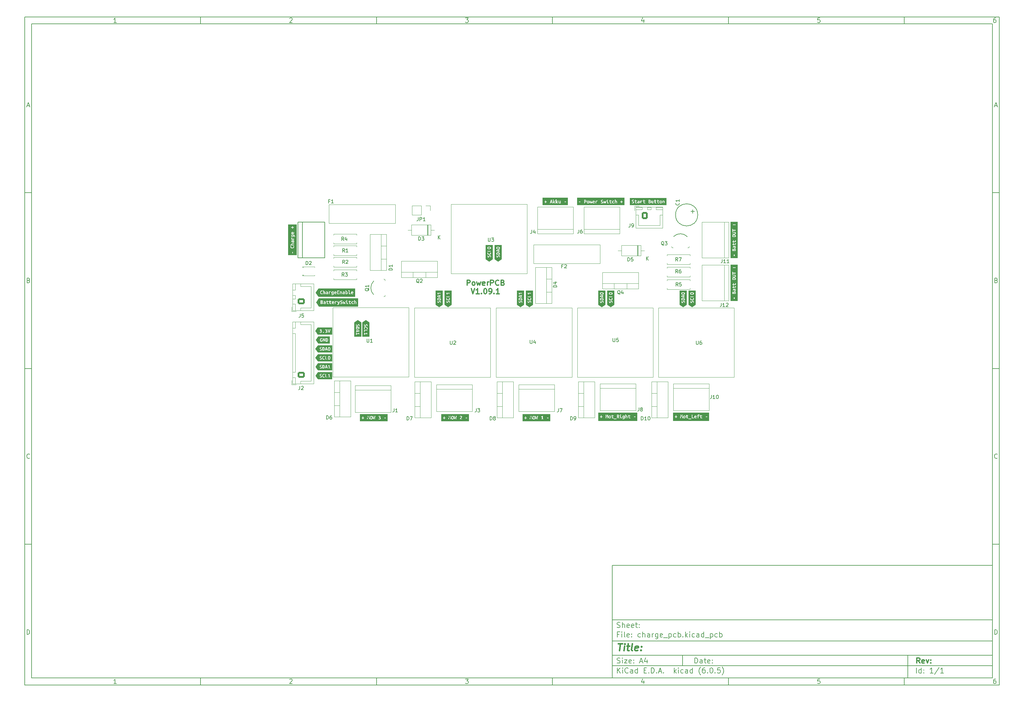
<source format=gto>
G04 #@! TF.GenerationSoftware,KiCad,Pcbnew,(6.0.5)*
G04 #@! TF.CreationDate,2024-02-08T10:51:30+01:00*
G04 #@! TF.ProjectId,charge_pcb,63686172-6765-45f7-9063-622e6b696361,rev?*
G04 #@! TF.SameCoordinates,Original*
G04 #@! TF.FileFunction,Legend,Top*
G04 #@! TF.FilePolarity,Positive*
%FSLAX46Y46*%
G04 Gerber Fmt 4.6, Leading zero omitted, Abs format (unit mm)*
G04 Created by KiCad (PCBNEW (6.0.5)) date 2024-02-08 10:51:30*
%MOMM*%
%LPD*%
G01*
G04 APERTURE LIST*
G04 Aperture macros list*
%AMRoundRect*
0 Rectangle with rounded corners*
0 $1 Rounding radius*
0 $2 $3 $4 $5 $6 $7 $8 $9 X,Y pos of 4 corners*
0 Add a 4 corners polygon primitive as box body*
4,1,4,$2,$3,$4,$5,$6,$7,$8,$9,$2,$3,0*
0 Add four circle primitives for the rounded corners*
1,1,$1+$1,$2,$3*
1,1,$1+$1,$4,$5*
1,1,$1+$1,$6,$7*
1,1,$1+$1,$8,$9*
0 Add four rect primitives between the rounded corners*
20,1,$1+$1,$2,$3,$4,$5,0*
20,1,$1+$1,$4,$5,$6,$7,0*
20,1,$1+$1,$6,$7,$8,$9,0*
20,1,$1+$1,$8,$9,$2,$3,0*%
G04 Aperture macros list end*
%ADD10C,0.100000*%
%ADD11C,0.150000*%
%ADD12C,0.300000*%
%ADD13C,0.400000*%
%ADD14C,0.120000*%
%ADD15R,2.540000X2.540000*%
%ADD16C,2.540000*%
%ADD17C,1.501140*%
%ADD18R,2.000000X2.000000*%
%ADD19O,2.000000X2.000000*%
%ADD20C,2.000000*%
%ADD21R,3.000000X3.000000*%
%ADD22C,3.000000*%
%ADD23R,1.500000X1.500000*%
%ADD24C,1.500000*%
%ADD25C,1.600000*%
%ADD26O,1.600000X1.600000*%
%ADD27C,5.600000*%
%ADD28C,3.600000*%
%ADD29R,1.905000X2.000000*%
%ADD30O,1.905000X2.000000*%
%ADD31RoundRect,0.250000X0.725000X-0.600000X0.725000X0.600000X-0.725000X0.600000X-0.725000X-0.600000X0*%
%ADD32O,1.950000X1.700000*%
%ADD33RoundRect,0.250000X0.750000X-0.600000X0.750000X0.600000X-0.750000X0.600000X-0.750000X-0.600000X0*%
%ADD34O,2.000000X1.700000*%
%ADD35RoundRect,0.250000X-0.600000X-0.750000X0.600000X-0.750000X0.600000X0.750000X-0.600000X0.750000X0*%
%ADD36O,1.700000X2.000000*%
%ADD37R,1.800000X2.000000*%
%ADD38O,1.800000X2.000000*%
%ADD39O,3.000000X3.000000*%
%ADD40R,1.700000X1.700000*%
%ADD41O,1.700000X1.700000*%
%ADD42R,1.800000X1.800000*%
%ADD43C,1.800000*%
%ADD44R,2.200000X2.200000*%
%ADD45O,2.200000X2.200000*%
G04 APERTURE END LIST*
D10*
D11*
X177002200Y-166007200D02*
X177002200Y-198007200D01*
X285002200Y-198007200D01*
X285002200Y-166007200D01*
X177002200Y-166007200D01*
D10*
D11*
X10000000Y-10000000D02*
X10000000Y-200007200D01*
X287002200Y-200007200D01*
X287002200Y-10000000D01*
X10000000Y-10000000D01*
D10*
D11*
X12000000Y-12000000D02*
X12000000Y-198007200D01*
X285002200Y-198007200D01*
X285002200Y-12000000D01*
X12000000Y-12000000D01*
D10*
D11*
X60000000Y-12000000D02*
X60000000Y-10000000D01*
D10*
D11*
X110000000Y-12000000D02*
X110000000Y-10000000D01*
D10*
D11*
X160000000Y-12000000D02*
X160000000Y-10000000D01*
D10*
D11*
X210000000Y-12000000D02*
X210000000Y-10000000D01*
D10*
D11*
X260000000Y-12000000D02*
X260000000Y-10000000D01*
D10*
D11*
X36065476Y-11588095D02*
X35322619Y-11588095D01*
X35694047Y-11588095D02*
X35694047Y-10288095D01*
X35570238Y-10473809D01*
X35446428Y-10597619D01*
X35322619Y-10659523D01*
D10*
D11*
X85322619Y-10411904D02*
X85384523Y-10350000D01*
X85508333Y-10288095D01*
X85817857Y-10288095D01*
X85941666Y-10350000D01*
X86003571Y-10411904D01*
X86065476Y-10535714D01*
X86065476Y-10659523D01*
X86003571Y-10845238D01*
X85260714Y-11588095D01*
X86065476Y-11588095D01*
D10*
D11*
X135260714Y-10288095D02*
X136065476Y-10288095D01*
X135632142Y-10783333D01*
X135817857Y-10783333D01*
X135941666Y-10845238D01*
X136003571Y-10907142D01*
X136065476Y-11030952D01*
X136065476Y-11340476D01*
X136003571Y-11464285D01*
X135941666Y-11526190D01*
X135817857Y-11588095D01*
X135446428Y-11588095D01*
X135322619Y-11526190D01*
X135260714Y-11464285D01*
D10*
D11*
X185941666Y-10721428D02*
X185941666Y-11588095D01*
X185632142Y-10226190D02*
X185322619Y-11154761D01*
X186127380Y-11154761D01*
D10*
D11*
X236003571Y-10288095D02*
X235384523Y-10288095D01*
X235322619Y-10907142D01*
X235384523Y-10845238D01*
X235508333Y-10783333D01*
X235817857Y-10783333D01*
X235941666Y-10845238D01*
X236003571Y-10907142D01*
X236065476Y-11030952D01*
X236065476Y-11340476D01*
X236003571Y-11464285D01*
X235941666Y-11526190D01*
X235817857Y-11588095D01*
X235508333Y-11588095D01*
X235384523Y-11526190D01*
X235322619Y-11464285D01*
D10*
D11*
X285941666Y-10288095D02*
X285694047Y-10288095D01*
X285570238Y-10350000D01*
X285508333Y-10411904D01*
X285384523Y-10597619D01*
X285322619Y-10845238D01*
X285322619Y-11340476D01*
X285384523Y-11464285D01*
X285446428Y-11526190D01*
X285570238Y-11588095D01*
X285817857Y-11588095D01*
X285941666Y-11526190D01*
X286003571Y-11464285D01*
X286065476Y-11340476D01*
X286065476Y-11030952D01*
X286003571Y-10907142D01*
X285941666Y-10845238D01*
X285817857Y-10783333D01*
X285570238Y-10783333D01*
X285446428Y-10845238D01*
X285384523Y-10907142D01*
X285322619Y-11030952D01*
D10*
D11*
X60000000Y-198007200D02*
X60000000Y-200007200D01*
D10*
D11*
X110000000Y-198007200D02*
X110000000Y-200007200D01*
D10*
D11*
X160000000Y-198007200D02*
X160000000Y-200007200D01*
D10*
D11*
X210000000Y-198007200D02*
X210000000Y-200007200D01*
D10*
D11*
X260000000Y-198007200D02*
X260000000Y-200007200D01*
D10*
D11*
X36065476Y-199595295D02*
X35322619Y-199595295D01*
X35694047Y-199595295D02*
X35694047Y-198295295D01*
X35570238Y-198481009D01*
X35446428Y-198604819D01*
X35322619Y-198666723D01*
D10*
D11*
X85322619Y-198419104D02*
X85384523Y-198357200D01*
X85508333Y-198295295D01*
X85817857Y-198295295D01*
X85941666Y-198357200D01*
X86003571Y-198419104D01*
X86065476Y-198542914D01*
X86065476Y-198666723D01*
X86003571Y-198852438D01*
X85260714Y-199595295D01*
X86065476Y-199595295D01*
D10*
D11*
X135260714Y-198295295D02*
X136065476Y-198295295D01*
X135632142Y-198790533D01*
X135817857Y-198790533D01*
X135941666Y-198852438D01*
X136003571Y-198914342D01*
X136065476Y-199038152D01*
X136065476Y-199347676D01*
X136003571Y-199471485D01*
X135941666Y-199533390D01*
X135817857Y-199595295D01*
X135446428Y-199595295D01*
X135322619Y-199533390D01*
X135260714Y-199471485D01*
D10*
D11*
X185941666Y-198728628D02*
X185941666Y-199595295D01*
X185632142Y-198233390D02*
X185322619Y-199161961D01*
X186127380Y-199161961D01*
D10*
D11*
X236003571Y-198295295D02*
X235384523Y-198295295D01*
X235322619Y-198914342D01*
X235384523Y-198852438D01*
X235508333Y-198790533D01*
X235817857Y-198790533D01*
X235941666Y-198852438D01*
X236003571Y-198914342D01*
X236065476Y-199038152D01*
X236065476Y-199347676D01*
X236003571Y-199471485D01*
X235941666Y-199533390D01*
X235817857Y-199595295D01*
X235508333Y-199595295D01*
X235384523Y-199533390D01*
X235322619Y-199471485D01*
D10*
D11*
X285941666Y-198295295D02*
X285694047Y-198295295D01*
X285570238Y-198357200D01*
X285508333Y-198419104D01*
X285384523Y-198604819D01*
X285322619Y-198852438D01*
X285322619Y-199347676D01*
X285384523Y-199471485D01*
X285446428Y-199533390D01*
X285570238Y-199595295D01*
X285817857Y-199595295D01*
X285941666Y-199533390D01*
X286003571Y-199471485D01*
X286065476Y-199347676D01*
X286065476Y-199038152D01*
X286003571Y-198914342D01*
X285941666Y-198852438D01*
X285817857Y-198790533D01*
X285570238Y-198790533D01*
X285446428Y-198852438D01*
X285384523Y-198914342D01*
X285322619Y-199038152D01*
D10*
D11*
X10000000Y-60000000D02*
X12000000Y-60000000D01*
D10*
D11*
X10000000Y-110000000D02*
X12000000Y-110000000D01*
D10*
D11*
X10000000Y-160000000D02*
X12000000Y-160000000D01*
D10*
D11*
X10690476Y-35216666D02*
X11309523Y-35216666D01*
X10566666Y-35588095D02*
X11000000Y-34288095D01*
X11433333Y-35588095D01*
D10*
D11*
X11092857Y-84907142D02*
X11278571Y-84969047D01*
X11340476Y-85030952D01*
X11402380Y-85154761D01*
X11402380Y-85340476D01*
X11340476Y-85464285D01*
X11278571Y-85526190D01*
X11154761Y-85588095D01*
X10659523Y-85588095D01*
X10659523Y-84288095D01*
X11092857Y-84288095D01*
X11216666Y-84350000D01*
X11278571Y-84411904D01*
X11340476Y-84535714D01*
X11340476Y-84659523D01*
X11278571Y-84783333D01*
X11216666Y-84845238D01*
X11092857Y-84907142D01*
X10659523Y-84907142D01*
D10*
D11*
X11402380Y-135464285D02*
X11340476Y-135526190D01*
X11154761Y-135588095D01*
X11030952Y-135588095D01*
X10845238Y-135526190D01*
X10721428Y-135402380D01*
X10659523Y-135278571D01*
X10597619Y-135030952D01*
X10597619Y-134845238D01*
X10659523Y-134597619D01*
X10721428Y-134473809D01*
X10845238Y-134350000D01*
X11030952Y-134288095D01*
X11154761Y-134288095D01*
X11340476Y-134350000D01*
X11402380Y-134411904D01*
D10*
D11*
X10659523Y-185588095D02*
X10659523Y-184288095D01*
X10969047Y-184288095D01*
X11154761Y-184350000D01*
X11278571Y-184473809D01*
X11340476Y-184597619D01*
X11402380Y-184845238D01*
X11402380Y-185030952D01*
X11340476Y-185278571D01*
X11278571Y-185402380D01*
X11154761Y-185526190D01*
X10969047Y-185588095D01*
X10659523Y-185588095D01*
D10*
D11*
X287002200Y-60000000D02*
X285002200Y-60000000D01*
D10*
D11*
X287002200Y-110000000D02*
X285002200Y-110000000D01*
D10*
D11*
X287002200Y-160000000D02*
X285002200Y-160000000D01*
D10*
D11*
X285692676Y-35216666D02*
X286311723Y-35216666D01*
X285568866Y-35588095D02*
X286002200Y-34288095D01*
X286435533Y-35588095D01*
D10*
D11*
X286095057Y-84907142D02*
X286280771Y-84969047D01*
X286342676Y-85030952D01*
X286404580Y-85154761D01*
X286404580Y-85340476D01*
X286342676Y-85464285D01*
X286280771Y-85526190D01*
X286156961Y-85588095D01*
X285661723Y-85588095D01*
X285661723Y-84288095D01*
X286095057Y-84288095D01*
X286218866Y-84350000D01*
X286280771Y-84411904D01*
X286342676Y-84535714D01*
X286342676Y-84659523D01*
X286280771Y-84783333D01*
X286218866Y-84845238D01*
X286095057Y-84907142D01*
X285661723Y-84907142D01*
D10*
D11*
X286404580Y-135464285D02*
X286342676Y-135526190D01*
X286156961Y-135588095D01*
X286033152Y-135588095D01*
X285847438Y-135526190D01*
X285723628Y-135402380D01*
X285661723Y-135278571D01*
X285599819Y-135030952D01*
X285599819Y-134845238D01*
X285661723Y-134597619D01*
X285723628Y-134473809D01*
X285847438Y-134350000D01*
X286033152Y-134288095D01*
X286156961Y-134288095D01*
X286342676Y-134350000D01*
X286404580Y-134411904D01*
D10*
D11*
X285661723Y-185588095D02*
X285661723Y-184288095D01*
X285971247Y-184288095D01*
X286156961Y-184350000D01*
X286280771Y-184473809D01*
X286342676Y-184597619D01*
X286404580Y-184845238D01*
X286404580Y-185030952D01*
X286342676Y-185278571D01*
X286280771Y-185402380D01*
X286156961Y-185526190D01*
X285971247Y-185588095D01*
X285661723Y-185588095D01*
D10*
D11*
X200434342Y-193785771D02*
X200434342Y-192285771D01*
X200791485Y-192285771D01*
X201005771Y-192357200D01*
X201148628Y-192500057D01*
X201220057Y-192642914D01*
X201291485Y-192928628D01*
X201291485Y-193142914D01*
X201220057Y-193428628D01*
X201148628Y-193571485D01*
X201005771Y-193714342D01*
X200791485Y-193785771D01*
X200434342Y-193785771D01*
X202577200Y-193785771D02*
X202577200Y-193000057D01*
X202505771Y-192857200D01*
X202362914Y-192785771D01*
X202077200Y-192785771D01*
X201934342Y-192857200D01*
X202577200Y-193714342D02*
X202434342Y-193785771D01*
X202077200Y-193785771D01*
X201934342Y-193714342D01*
X201862914Y-193571485D01*
X201862914Y-193428628D01*
X201934342Y-193285771D01*
X202077200Y-193214342D01*
X202434342Y-193214342D01*
X202577200Y-193142914D01*
X203077200Y-192785771D02*
X203648628Y-192785771D01*
X203291485Y-192285771D02*
X203291485Y-193571485D01*
X203362914Y-193714342D01*
X203505771Y-193785771D01*
X203648628Y-193785771D01*
X204720057Y-193714342D02*
X204577200Y-193785771D01*
X204291485Y-193785771D01*
X204148628Y-193714342D01*
X204077200Y-193571485D01*
X204077200Y-193000057D01*
X204148628Y-192857200D01*
X204291485Y-192785771D01*
X204577200Y-192785771D01*
X204720057Y-192857200D01*
X204791485Y-193000057D01*
X204791485Y-193142914D01*
X204077200Y-193285771D01*
X205434342Y-193642914D02*
X205505771Y-193714342D01*
X205434342Y-193785771D01*
X205362914Y-193714342D01*
X205434342Y-193642914D01*
X205434342Y-193785771D01*
X205434342Y-192857200D02*
X205505771Y-192928628D01*
X205434342Y-193000057D01*
X205362914Y-192928628D01*
X205434342Y-192857200D01*
X205434342Y-193000057D01*
D10*
D11*
X177002200Y-194507200D02*
X285002200Y-194507200D01*
D10*
D11*
X178434342Y-196585771D02*
X178434342Y-195085771D01*
X179291485Y-196585771D02*
X178648628Y-195728628D01*
X179291485Y-195085771D02*
X178434342Y-195942914D01*
X179934342Y-196585771D02*
X179934342Y-195585771D01*
X179934342Y-195085771D02*
X179862914Y-195157200D01*
X179934342Y-195228628D01*
X180005771Y-195157200D01*
X179934342Y-195085771D01*
X179934342Y-195228628D01*
X181505771Y-196442914D02*
X181434342Y-196514342D01*
X181220057Y-196585771D01*
X181077200Y-196585771D01*
X180862914Y-196514342D01*
X180720057Y-196371485D01*
X180648628Y-196228628D01*
X180577200Y-195942914D01*
X180577200Y-195728628D01*
X180648628Y-195442914D01*
X180720057Y-195300057D01*
X180862914Y-195157200D01*
X181077200Y-195085771D01*
X181220057Y-195085771D01*
X181434342Y-195157200D01*
X181505771Y-195228628D01*
X182791485Y-196585771D02*
X182791485Y-195800057D01*
X182720057Y-195657200D01*
X182577200Y-195585771D01*
X182291485Y-195585771D01*
X182148628Y-195657200D01*
X182791485Y-196514342D02*
X182648628Y-196585771D01*
X182291485Y-196585771D01*
X182148628Y-196514342D01*
X182077200Y-196371485D01*
X182077200Y-196228628D01*
X182148628Y-196085771D01*
X182291485Y-196014342D01*
X182648628Y-196014342D01*
X182791485Y-195942914D01*
X184148628Y-196585771D02*
X184148628Y-195085771D01*
X184148628Y-196514342D02*
X184005771Y-196585771D01*
X183720057Y-196585771D01*
X183577200Y-196514342D01*
X183505771Y-196442914D01*
X183434342Y-196300057D01*
X183434342Y-195871485D01*
X183505771Y-195728628D01*
X183577200Y-195657200D01*
X183720057Y-195585771D01*
X184005771Y-195585771D01*
X184148628Y-195657200D01*
X186005771Y-195800057D02*
X186505771Y-195800057D01*
X186720057Y-196585771D02*
X186005771Y-196585771D01*
X186005771Y-195085771D01*
X186720057Y-195085771D01*
X187362914Y-196442914D02*
X187434342Y-196514342D01*
X187362914Y-196585771D01*
X187291485Y-196514342D01*
X187362914Y-196442914D01*
X187362914Y-196585771D01*
X188077200Y-196585771D02*
X188077200Y-195085771D01*
X188434342Y-195085771D01*
X188648628Y-195157200D01*
X188791485Y-195300057D01*
X188862914Y-195442914D01*
X188934342Y-195728628D01*
X188934342Y-195942914D01*
X188862914Y-196228628D01*
X188791485Y-196371485D01*
X188648628Y-196514342D01*
X188434342Y-196585771D01*
X188077200Y-196585771D01*
X189577200Y-196442914D02*
X189648628Y-196514342D01*
X189577200Y-196585771D01*
X189505771Y-196514342D01*
X189577200Y-196442914D01*
X189577200Y-196585771D01*
X190220057Y-196157200D02*
X190934342Y-196157200D01*
X190077200Y-196585771D02*
X190577200Y-195085771D01*
X191077200Y-196585771D01*
X191577200Y-196442914D02*
X191648628Y-196514342D01*
X191577200Y-196585771D01*
X191505771Y-196514342D01*
X191577200Y-196442914D01*
X191577200Y-196585771D01*
X194577200Y-196585771D02*
X194577200Y-195085771D01*
X194720057Y-196014342D02*
X195148628Y-196585771D01*
X195148628Y-195585771D02*
X194577200Y-196157200D01*
X195791485Y-196585771D02*
X195791485Y-195585771D01*
X195791485Y-195085771D02*
X195720057Y-195157200D01*
X195791485Y-195228628D01*
X195862914Y-195157200D01*
X195791485Y-195085771D01*
X195791485Y-195228628D01*
X197148628Y-196514342D02*
X197005771Y-196585771D01*
X196720057Y-196585771D01*
X196577200Y-196514342D01*
X196505771Y-196442914D01*
X196434342Y-196300057D01*
X196434342Y-195871485D01*
X196505771Y-195728628D01*
X196577200Y-195657200D01*
X196720057Y-195585771D01*
X197005771Y-195585771D01*
X197148628Y-195657200D01*
X198434342Y-196585771D02*
X198434342Y-195800057D01*
X198362914Y-195657200D01*
X198220057Y-195585771D01*
X197934342Y-195585771D01*
X197791485Y-195657200D01*
X198434342Y-196514342D02*
X198291485Y-196585771D01*
X197934342Y-196585771D01*
X197791485Y-196514342D01*
X197720057Y-196371485D01*
X197720057Y-196228628D01*
X197791485Y-196085771D01*
X197934342Y-196014342D01*
X198291485Y-196014342D01*
X198434342Y-195942914D01*
X199791485Y-196585771D02*
X199791485Y-195085771D01*
X199791485Y-196514342D02*
X199648628Y-196585771D01*
X199362914Y-196585771D01*
X199220057Y-196514342D01*
X199148628Y-196442914D01*
X199077200Y-196300057D01*
X199077200Y-195871485D01*
X199148628Y-195728628D01*
X199220057Y-195657200D01*
X199362914Y-195585771D01*
X199648628Y-195585771D01*
X199791485Y-195657200D01*
X202077200Y-197157200D02*
X202005771Y-197085771D01*
X201862914Y-196871485D01*
X201791485Y-196728628D01*
X201720057Y-196514342D01*
X201648628Y-196157200D01*
X201648628Y-195871485D01*
X201720057Y-195514342D01*
X201791485Y-195300057D01*
X201862914Y-195157200D01*
X202005771Y-194942914D01*
X202077200Y-194871485D01*
X203291485Y-195085771D02*
X203005771Y-195085771D01*
X202862914Y-195157200D01*
X202791485Y-195228628D01*
X202648628Y-195442914D01*
X202577200Y-195728628D01*
X202577200Y-196300057D01*
X202648628Y-196442914D01*
X202720057Y-196514342D01*
X202862914Y-196585771D01*
X203148628Y-196585771D01*
X203291485Y-196514342D01*
X203362914Y-196442914D01*
X203434342Y-196300057D01*
X203434342Y-195942914D01*
X203362914Y-195800057D01*
X203291485Y-195728628D01*
X203148628Y-195657200D01*
X202862914Y-195657200D01*
X202720057Y-195728628D01*
X202648628Y-195800057D01*
X202577200Y-195942914D01*
X204077200Y-196442914D02*
X204148628Y-196514342D01*
X204077200Y-196585771D01*
X204005771Y-196514342D01*
X204077200Y-196442914D01*
X204077200Y-196585771D01*
X205077200Y-195085771D02*
X205220057Y-195085771D01*
X205362914Y-195157200D01*
X205434342Y-195228628D01*
X205505771Y-195371485D01*
X205577200Y-195657200D01*
X205577200Y-196014342D01*
X205505771Y-196300057D01*
X205434342Y-196442914D01*
X205362914Y-196514342D01*
X205220057Y-196585771D01*
X205077200Y-196585771D01*
X204934342Y-196514342D01*
X204862914Y-196442914D01*
X204791485Y-196300057D01*
X204720057Y-196014342D01*
X204720057Y-195657200D01*
X204791485Y-195371485D01*
X204862914Y-195228628D01*
X204934342Y-195157200D01*
X205077200Y-195085771D01*
X206220057Y-196442914D02*
X206291485Y-196514342D01*
X206220057Y-196585771D01*
X206148628Y-196514342D01*
X206220057Y-196442914D01*
X206220057Y-196585771D01*
X207648628Y-195085771D02*
X206934342Y-195085771D01*
X206862914Y-195800057D01*
X206934342Y-195728628D01*
X207077200Y-195657200D01*
X207434342Y-195657200D01*
X207577200Y-195728628D01*
X207648628Y-195800057D01*
X207720057Y-195942914D01*
X207720057Y-196300057D01*
X207648628Y-196442914D01*
X207577200Y-196514342D01*
X207434342Y-196585771D01*
X207077200Y-196585771D01*
X206934342Y-196514342D01*
X206862914Y-196442914D01*
X208220057Y-197157200D02*
X208291485Y-197085771D01*
X208434342Y-196871485D01*
X208505771Y-196728628D01*
X208577200Y-196514342D01*
X208648628Y-196157200D01*
X208648628Y-195871485D01*
X208577200Y-195514342D01*
X208505771Y-195300057D01*
X208434342Y-195157200D01*
X208291485Y-194942914D01*
X208220057Y-194871485D01*
D10*
D11*
X177002200Y-191507200D02*
X285002200Y-191507200D01*
D10*
D12*
X264411485Y-193785771D02*
X263911485Y-193071485D01*
X263554342Y-193785771D02*
X263554342Y-192285771D01*
X264125771Y-192285771D01*
X264268628Y-192357200D01*
X264340057Y-192428628D01*
X264411485Y-192571485D01*
X264411485Y-192785771D01*
X264340057Y-192928628D01*
X264268628Y-193000057D01*
X264125771Y-193071485D01*
X263554342Y-193071485D01*
X265625771Y-193714342D02*
X265482914Y-193785771D01*
X265197200Y-193785771D01*
X265054342Y-193714342D01*
X264982914Y-193571485D01*
X264982914Y-193000057D01*
X265054342Y-192857200D01*
X265197200Y-192785771D01*
X265482914Y-192785771D01*
X265625771Y-192857200D01*
X265697200Y-193000057D01*
X265697200Y-193142914D01*
X264982914Y-193285771D01*
X266197200Y-192785771D02*
X266554342Y-193785771D01*
X266911485Y-192785771D01*
X267482914Y-193642914D02*
X267554342Y-193714342D01*
X267482914Y-193785771D01*
X267411485Y-193714342D01*
X267482914Y-193642914D01*
X267482914Y-193785771D01*
X267482914Y-192857200D02*
X267554342Y-192928628D01*
X267482914Y-193000057D01*
X267411485Y-192928628D01*
X267482914Y-192857200D01*
X267482914Y-193000057D01*
D10*
D11*
X178362914Y-193714342D02*
X178577200Y-193785771D01*
X178934342Y-193785771D01*
X179077200Y-193714342D01*
X179148628Y-193642914D01*
X179220057Y-193500057D01*
X179220057Y-193357200D01*
X179148628Y-193214342D01*
X179077200Y-193142914D01*
X178934342Y-193071485D01*
X178648628Y-193000057D01*
X178505771Y-192928628D01*
X178434342Y-192857200D01*
X178362914Y-192714342D01*
X178362914Y-192571485D01*
X178434342Y-192428628D01*
X178505771Y-192357200D01*
X178648628Y-192285771D01*
X179005771Y-192285771D01*
X179220057Y-192357200D01*
X179862914Y-193785771D02*
X179862914Y-192785771D01*
X179862914Y-192285771D02*
X179791485Y-192357200D01*
X179862914Y-192428628D01*
X179934342Y-192357200D01*
X179862914Y-192285771D01*
X179862914Y-192428628D01*
X180434342Y-192785771D02*
X181220057Y-192785771D01*
X180434342Y-193785771D01*
X181220057Y-193785771D01*
X182362914Y-193714342D02*
X182220057Y-193785771D01*
X181934342Y-193785771D01*
X181791485Y-193714342D01*
X181720057Y-193571485D01*
X181720057Y-193000057D01*
X181791485Y-192857200D01*
X181934342Y-192785771D01*
X182220057Y-192785771D01*
X182362914Y-192857200D01*
X182434342Y-193000057D01*
X182434342Y-193142914D01*
X181720057Y-193285771D01*
X183077200Y-193642914D02*
X183148628Y-193714342D01*
X183077200Y-193785771D01*
X183005771Y-193714342D01*
X183077200Y-193642914D01*
X183077200Y-193785771D01*
X183077200Y-192857200D02*
X183148628Y-192928628D01*
X183077200Y-193000057D01*
X183005771Y-192928628D01*
X183077200Y-192857200D01*
X183077200Y-193000057D01*
X184862914Y-193357200D02*
X185577200Y-193357200D01*
X184720057Y-193785771D02*
X185220057Y-192285771D01*
X185720057Y-193785771D01*
X186862914Y-192785771D02*
X186862914Y-193785771D01*
X186505771Y-192214342D02*
X186148628Y-193285771D01*
X187077200Y-193285771D01*
D10*
D11*
X263434342Y-196585771D02*
X263434342Y-195085771D01*
X264791485Y-196585771D02*
X264791485Y-195085771D01*
X264791485Y-196514342D02*
X264648628Y-196585771D01*
X264362914Y-196585771D01*
X264220057Y-196514342D01*
X264148628Y-196442914D01*
X264077200Y-196300057D01*
X264077200Y-195871485D01*
X264148628Y-195728628D01*
X264220057Y-195657200D01*
X264362914Y-195585771D01*
X264648628Y-195585771D01*
X264791485Y-195657200D01*
X265505771Y-196442914D02*
X265577200Y-196514342D01*
X265505771Y-196585771D01*
X265434342Y-196514342D01*
X265505771Y-196442914D01*
X265505771Y-196585771D01*
X265505771Y-195657200D02*
X265577200Y-195728628D01*
X265505771Y-195800057D01*
X265434342Y-195728628D01*
X265505771Y-195657200D01*
X265505771Y-195800057D01*
X268148628Y-196585771D02*
X267291485Y-196585771D01*
X267720057Y-196585771D02*
X267720057Y-195085771D01*
X267577200Y-195300057D01*
X267434342Y-195442914D01*
X267291485Y-195514342D01*
X269862914Y-195014342D02*
X268577200Y-196942914D01*
X271148628Y-196585771D02*
X270291485Y-196585771D01*
X270720057Y-196585771D02*
X270720057Y-195085771D01*
X270577200Y-195300057D01*
X270434342Y-195442914D01*
X270291485Y-195514342D01*
D10*
D11*
X177002200Y-187507200D02*
X285002200Y-187507200D01*
D10*
D13*
X178714580Y-188211961D02*
X179857438Y-188211961D01*
X179036009Y-190211961D02*
X179286009Y-188211961D01*
X180274104Y-190211961D02*
X180440771Y-188878628D01*
X180524104Y-188211961D02*
X180416961Y-188307200D01*
X180500295Y-188402438D01*
X180607438Y-188307200D01*
X180524104Y-188211961D01*
X180500295Y-188402438D01*
X181107438Y-188878628D02*
X181869342Y-188878628D01*
X181476485Y-188211961D02*
X181262200Y-189926247D01*
X181333628Y-190116723D01*
X181512200Y-190211961D01*
X181702676Y-190211961D01*
X182655057Y-190211961D02*
X182476485Y-190116723D01*
X182405057Y-189926247D01*
X182619342Y-188211961D01*
X184190771Y-190116723D02*
X183988390Y-190211961D01*
X183607438Y-190211961D01*
X183428866Y-190116723D01*
X183357438Y-189926247D01*
X183452676Y-189164342D01*
X183571723Y-188973866D01*
X183774104Y-188878628D01*
X184155057Y-188878628D01*
X184333628Y-188973866D01*
X184405057Y-189164342D01*
X184381247Y-189354819D01*
X183405057Y-189545295D01*
X185155057Y-190021485D02*
X185238390Y-190116723D01*
X185131247Y-190211961D01*
X185047914Y-190116723D01*
X185155057Y-190021485D01*
X185131247Y-190211961D01*
X185286009Y-188973866D02*
X185369342Y-189069104D01*
X185262200Y-189164342D01*
X185178866Y-189069104D01*
X185286009Y-188973866D01*
X185262200Y-189164342D01*
D10*
D11*
X178934342Y-185600057D02*
X178434342Y-185600057D01*
X178434342Y-186385771D02*
X178434342Y-184885771D01*
X179148628Y-184885771D01*
X179720057Y-186385771D02*
X179720057Y-185385771D01*
X179720057Y-184885771D02*
X179648628Y-184957200D01*
X179720057Y-185028628D01*
X179791485Y-184957200D01*
X179720057Y-184885771D01*
X179720057Y-185028628D01*
X180648628Y-186385771D02*
X180505771Y-186314342D01*
X180434342Y-186171485D01*
X180434342Y-184885771D01*
X181791485Y-186314342D02*
X181648628Y-186385771D01*
X181362914Y-186385771D01*
X181220057Y-186314342D01*
X181148628Y-186171485D01*
X181148628Y-185600057D01*
X181220057Y-185457200D01*
X181362914Y-185385771D01*
X181648628Y-185385771D01*
X181791485Y-185457200D01*
X181862914Y-185600057D01*
X181862914Y-185742914D01*
X181148628Y-185885771D01*
X182505771Y-186242914D02*
X182577200Y-186314342D01*
X182505771Y-186385771D01*
X182434342Y-186314342D01*
X182505771Y-186242914D01*
X182505771Y-186385771D01*
X182505771Y-185457200D02*
X182577200Y-185528628D01*
X182505771Y-185600057D01*
X182434342Y-185528628D01*
X182505771Y-185457200D01*
X182505771Y-185600057D01*
X185005771Y-186314342D02*
X184862914Y-186385771D01*
X184577200Y-186385771D01*
X184434342Y-186314342D01*
X184362914Y-186242914D01*
X184291485Y-186100057D01*
X184291485Y-185671485D01*
X184362914Y-185528628D01*
X184434342Y-185457200D01*
X184577200Y-185385771D01*
X184862914Y-185385771D01*
X185005771Y-185457200D01*
X185648628Y-186385771D02*
X185648628Y-184885771D01*
X186291485Y-186385771D02*
X186291485Y-185600057D01*
X186220057Y-185457200D01*
X186077200Y-185385771D01*
X185862914Y-185385771D01*
X185720057Y-185457200D01*
X185648628Y-185528628D01*
X187648628Y-186385771D02*
X187648628Y-185600057D01*
X187577200Y-185457200D01*
X187434342Y-185385771D01*
X187148628Y-185385771D01*
X187005771Y-185457200D01*
X187648628Y-186314342D02*
X187505771Y-186385771D01*
X187148628Y-186385771D01*
X187005771Y-186314342D01*
X186934342Y-186171485D01*
X186934342Y-186028628D01*
X187005771Y-185885771D01*
X187148628Y-185814342D01*
X187505771Y-185814342D01*
X187648628Y-185742914D01*
X188362914Y-186385771D02*
X188362914Y-185385771D01*
X188362914Y-185671485D02*
X188434342Y-185528628D01*
X188505771Y-185457200D01*
X188648628Y-185385771D01*
X188791485Y-185385771D01*
X189934342Y-185385771D02*
X189934342Y-186600057D01*
X189862914Y-186742914D01*
X189791485Y-186814342D01*
X189648628Y-186885771D01*
X189434342Y-186885771D01*
X189291485Y-186814342D01*
X189934342Y-186314342D02*
X189791485Y-186385771D01*
X189505771Y-186385771D01*
X189362914Y-186314342D01*
X189291485Y-186242914D01*
X189220057Y-186100057D01*
X189220057Y-185671485D01*
X189291485Y-185528628D01*
X189362914Y-185457200D01*
X189505771Y-185385771D01*
X189791485Y-185385771D01*
X189934342Y-185457200D01*
X191220057Y-186314342D02*
X191077200Y-186385771D01*
X190791485Y-186385771D01*
X190648628Y-186314342D01*
X190577200Y-186171485D01*
X190577200Y-185600057D01*
X190648628Y-185457200D01*
X190791485Y-185385771D01*
X191077200Y-185385771D01*
X191220057Y-185457200D01*
X191291485Y-185600057D01*
X191291485Y-185742914D01*
X190577200Y-185885771D01*
X191577200Y-186528628D02*
X192720057Y-186528628D01*
X193077200Y-185385771D02*
X193077200Y-186885771D01*
X193077200Y-185457200D02*
X193220057Y-185385771D01*
X193505771Y-185385771D01*
X193648628Y-185457200D01*
X193720057Y-185528628D01*
X193791485Y-185671485D01*
X193791485Y-186100057D01*
X193720057Y-186242914D01*
X193648628Y-186314342D01*
X193505771Y-186385771D01*
X193220057Y-186385771D01*
X193077200Y-186314342D01*
X195077200Y-186314342D02*
X194934342Y-186385771D01*
X194648628Y-186385771D01*
X194505771Y-186314342D01*
X194434342Y-186242914D01*
X194362914Y-186100057D01*
X194362914Y-185671485D01*
X194434342Y-185528628D01*
X194505771Y-185457200D01*
X194648628Y-185385771D01*
X194934342Y-185385771D01*
X195077200Y-185457200D01*
X195720057Y-186385771D02*
X195720057Y-184885771D01*
X195720057Y-185457200D02*
X195862914Y-185385771D01*
X196148628Y-185385771D01*
X196291485Y-185457200D01*
X196362914Y-185528628D01*
X196434342Y-185671485D01*
X196434342Y-186100057D01*
X196362914Y-186242914D01*
X196291485Y-186314342D01*
X196148628Y-186385771D01*
X195862914Y-186385771D01*
X195720057Y-186314342D01*
X197077200Y-186242914D02*
X197148628Y-186314342D01*
X197077200Y-186385771D01*
X197005771Y-186314342D01*
X197077200Y-186242914D01*
X197077200Y-186385771D01*
X197791485Y-186385771D02*
X197791485Y-184885771D01*
X197934342Y-185814342D02*
X198362914Y-186385771D01*
X198362914Y-185385771D02*
X197791485Y-185957200D01*
X199005771Y-186385771D02*
X199005771Y-185385771D01*
X199005771Y-184885771D02*
X198934342Y-184957200D01*
X199005771Y-185028628D01*
X199077200Y-184957200D01*
X199005771Y-184885771D01*
X199005771Y-185028628D01*
X200362914Y-186314342D02*
X200220057Y-186385771D01*
X199934342Y-186385771D01*
X199791485Y-186314342D01*
X199720057Y-186242914D01*
X199648628Y-186100057D01*
X199648628Y-185671485D01*
X199720057Y-185528628D01*
X199791485Y-185457200D01*
X199934342Y-185385771D01*
X200220057Y-185385771D01*
X200362914Y-185457200D01*
X201648628Y-186385771D02*
X201648628Y-185600057D01*
X201577200Y-185457200D01*
X201434342Y-185385771D01*
X201148628Y-185385771D01*
X201005771Y-185457200D01*
X201648628Y-186314342D02*
X201505771Y-186385771D01*
X201148628Y-186385771D01*
X201005771Y-186314342D01*
X200934342Y-186171485D01*
X200934342Y-186028628D01*
X201005771Y-185885771D01*
X201148628Y-185814342D01*
X201505771Y-185814342D01*
X201648628Y-185742914D01*
X203005771Y-186385771D02*
X203005771Y-184885771D01*
X203005771Y-186314342D02*
X202862914Y-186385771D01*
X202577200Y-186385771D01*
X202434342Y-186314342D01*
X202362914Y-186242914D01*
X202291485Y-186100057D01*
X202291485Y-185671485D01*
X202362914Y-185528628D01*
X202434342Y-185457200D01*
X202577200Y-185385771D01*
X202862914Y-185385771D01*
X203005771Y-185457200D01*
X203362914Y-186528628D02*
X204505771Y-186528628D01*
X204862914Y-185385771D02*
X204862914Y-186885771D01*
X204862914Y-185457200D02*
X205005771Y-185385771D01*
X205291485Y-185385771D01*
X205434342Y-185457200D01*
X205505771Y-185528628D01*
X205577200Y-185671485D01*
X205577200Y-186100057D01*
X205505771Y-186242914D01*
X205434342Y-186314342D01*
X205291485Y-186385771D01*
X205005771Y-186385771D01*
X204862914Y-186314342D01*
X206862914Y-186314342D02*
X206720057Y-186385771D01*
X206434342Y-186385771D01*
X206291485Y-186314342D01*
X206220057Y-186242914D01*
X206148628Y-186100057D01*
X206148628Y-185671485D01*
X206220057Y-185528628D01*
X206291485Y-185457200D01*
X206434342Y-185385771D01*
X206720057Y-185385771D01*
X206862914Y-185457200D01*
X207505771Y-186385771D02*
X207505771Y-184885771D01*
X207505771Y-185457200D02*
X207648628Y-185385771D01*
X207934342Y-185385771D01*
X208077200Y-185457200D01*
X208148628Y-185528628D01*
X208220057Y-185671485D01*
X208220057Y-186100057D01*
X208148628Y-186242914D01*
X208077200Y-186314342D01*
X207934342Y-186385771D01*
X207648628Y-186385771D01*
X207505771Y-186314342D01*
D10*
D11*
X177002200Y-181507200D02*
X285002200Y-181507200D01*
D10*
D11*
X178362914Y-183614342D02*
X178577200Y-183685771D01*
X178934342Y-183685771D01*
X179077200Y-183614342D01*
X179148628Y-183542914D01*
X179220057Y-183400057D01*
X179220057Y-183257200D01*
X179148628Y-183114342D01*
X179077200Y-183042914D01*
X178934342Y-182971485D01*
X178648628Y-182900057D01*
X178505771Y-182828628D01*
X178434342Y-182757200D01*
X178362914Y-182614342D01*
X178362914Y-182471485D01*
X178434342Y-182328628D01*
X178505771Y-182257200D01*
X178648628Y-182185771D01*
X179005771Y-182185771D01*
X179220057Y-182257200D01*
X179862914Y-183685771D02*
X179862914Y-182185771D01*
X180505771Y-183685771D02*
X180505771Y-182900057D01*
X180434342Y-182757200D01*
X180291485Y-182685771D01*
X180077200Y-182685771D01*
X179934342Y-182757200D01*
X179862914Y-182828628D01*
X181791485Y-183614342D02*
X181648628Y-183685771D01*
X181362914Y-183685771D01*
X181220057Y-183614342D01*
X181148628Y-183471485D01*
X181148628Y-182900057D01*
X181220057Y-182757200D01*
X181362914Y-182685771D01*
X181648628Y-182685771D01*
X181791485Y-182757200D01*
X181862914Y-182900057D01*
X181862914Y-183042914D01*
X181148628Y-183185771D01*
X183077200Y-183614342D02*
X182934342Y-183685771D01*
X182648628Y-183685771D01*
X182505771Y-183614342D01*
X182434342Y-183471485D01*
X182434342Y-182900057D01*
X182505771Y-182757200D01*
X182648628Y-182685771D01*
X182934342Y-182685771D01*
X183077200Y-182757200D01*
X183148628Y-182900057D01*
X183148628Y-183042914D01*
X182434342Y-183185771D01*
X183577200Y-182685771D02*
X184148628Y-182685771D01*
X183791485Y-182185771D02*
X183791485Y-183471485D01*
X183862914Y-183614342D01*
X184005771Y-183685771D01*
X184148628Y-183685771D01*
X184648628Y-183542914D02*
X184720057Y-183614342D01*
X184648628Y-183685771D01*
X184577200Y-183614342D01*
X184648628Y-183542914D01*
X184648628Y-183685771D01*
X184648628Y-182757200D02*
X184720057Y-182828628D01*
X184648628Y-182900057D01*
X184577200Y-182828628D01*
X184648628Y-182757200D01*
X184648628Y-182900057D01*
D10*
D12*
D10*
D11*
D10*
D11*
D10*
D11*
D10*
D11*
D10*
D11*
X197002200Y-191507200D02*
X197002200Y-194507200D01*
D10*
D11*
X261002200Y-191507200D02*
X261002200Y-198007200D01*
D12*
X135755714Y-86339071D02*
X135755714Y-84839071D01*
X136327142Y-84839071D01*
X136470000Y-84910500D01*
X136541428Y-84981928D01*
X136612857Y-85124785D01*
X136612857Y-85339071D01*
X136541428Y-85481928D01*
X136470000Y-85553357D01*
X136327142Y-85624785D01*
X135755714Y-85624785D01*
X137470000Y-86339071D02*
X137327142Y-86267642D01*
X137255714Y-86196214D01*
X137184285Y-86053357D01*
X137184285Y-85624785D01*
X137255714Y-85481928D01*
X137327142Y-85410500D01*
X137470000Y-85339071D01*
X137684285Y-85339071D01*
X137827142Y-85410500D01*
X137898571Y-85481928D01*
X137970000Y-85624785D01*
X137970000Y-86053357D01*
X137898571Y-86196214D01*
X137827142Y-86267642D01*
X137684285Y-86339071D01*
X137470000Y-86339071D01*
X138470000Y-85339071D02*
X138755714Y-86339071D01*
X139041428Y-85624785D01*
X139327142Y-86339071D01*
X139612857Y-85339071D01*
X140755714Y-86267642D02*
X140612857Y-86339071D01*
X140327142Y-86339071D01*
X140184285Y-86267642D01*
X140112857Y-86124785D01*
X140112857Y-85553357D01*
X140184285Y-85410500D01*
X140327142Y-85339071D01*
X140612857Y-85339071D01*
X140755714Y-85410500D01*
X140827142Y-85553357D01*
X140827142Y-85696214D01*
X140112857Y-85839071D01*
X141470000Y-86339071D02*
X141470000Y-85339071D01*
X141470000Y-85624785D02*
X141541428Y-85481928D01*
X141612857Y-85410500D01*
X141755714Y-85339071D01*
X141898571Y-85339071D01*
X142398571Y-86339071D02*
X142398571Y-84839071D01*
X142970000Y-84839071D01*
X143112857Y-84910500D01*
X143184285Y-84981928D01*
X143255714Y-85124785D01*
X143255714Y-85339071D01*
X143184285Y-85481928D01*
X143112857Y-85553357D01*
X142970000Y-85624785D01*
X142398571Y-85624785D01*
X144755714Y-86196214D02*
X144684285Y-86267642D01*
X144470000Y-86339071D01*
X144327142Y-86339071D01*
X144112857Y-86267642D01*
X143970000Y-86124785D01*
X143898571Y-85981928D01*
X143827142Y-85696214D01*
X143827142Y-85481928D01*
X143898571Y-85196214D01*
X143970000Y-85053357D01*
X144112857Y-84910500D01*
X144327142Y-84839071D01*
X144470000Y-84839071D01*
X144684285Y-84910500D01*
X144755714Y-84981928D01*
X145898571Y-85553357D02*
X146112857Y-85624785D01*
X146184285Y-85696214D01*
X146255714Y-85839071D01*
X146255714Y-86053357D01*
X146184285Y-86196214D01*
X146112857Y-86267642D01*
X145970000Y-86339071D01*
X145398571Y-86339071D01*
X145398571Y-84839071D01*
X145898571Y-84839071D01*
X146041428Y-84910500D01*
X146112857Y-84981928D01*
X146184285Y-85124785D01*
X146184285Y-85267642D01*
X146112857Y-85410500D01*
X146041428Y-85481928D01*
X145898571Y-85553357D01*
X145398571Y-85553357D01*
X136898571Y-87254071D02*
X137398571Y-88754071D01*
X137898571Y-87254071D01*
X139184285Y-88754071D02*
X138327142Y-88754071D01*
X138755714Y-88754071D02*
X138755714Y-87254071D01*
X138612857Y-87468357D01*
X138470000Y-87611214D01*
X138327142Y-87682642D01*
X139827142Y-88611214D02*
X139898571Y-88682642D01*
X139827142Y-88754071D01*
X139755714Y-88682642D01*
X139827142Y-88611214D01*
X139827142Y-88754071D01*
X140827142Y-87254071D02*
X140970000Y-87254071D01*
X141112857Y-87325500D01*
X141184285Y-87396928D01*
X141255714Y-87539785D01*
X141327142Y-87825500D01*
X141327142Y-88182642D01*
X141255714Y-88468357D01*
X141184285Y-88611214D01*
X141112857Y-88682642D01*
X140970000Y-88754071D01*
X140827142Y-88754071D01*
X140684285Y-88682642D01*
X140612857Y-88611214D01*
X140541428Y-88468357D01*
X140470000Y-88182642D01*
X140470000Y-87825500D01*
X140541428Y-87539785D01*
X140612857Y-87396928D01*
X140684285Y-87325500D01*
X140827142Y-87254071D01*
X142041428Y-88754071D02*
X142327142Y-88754071D01*
X142470000Y-88682642D01*
X142541428Y-88611214D01*
X142684285Y-88396928D01*
X142755714Y-88111214D01*
X142755714Y-87539785D01*
X142684285Y-87396928D01*
X142612857Y-87325500D01*
X142470000Y-87254071D01*
X142184285Y-87254071D01*
X142041428Y-87325500D01*
X141970000Y-87396928D01*
X141898571Y-87539785D01*
X141898571Y-87896928D01*
X141970000Y-88039785D01*
X142041428Y-88111214D01*
X142184285Y-88182642D01*
X142470000Y-88182642D01*
X142612857Y-88111214D01*
X142684285Y-88039785D01*
X142755714Y-87896928D01*
X143398571Y-88611214D02*
X143470000Y-88682642D01*
X143398571Y-88754071D01*
X143327142Y-88682642D01*
X143398571Y-88611214D01*
X143398571Y-88754071D01*
X144898571Y-88754071D02*
X144041428Y-88754071D01*
X144470000Y-88754071D02*
X144470000Y-87254071D01*
X144327142Y-87468357D01*
X144184285Y-87611214D01*
X144041428Y-87682642D01*
D11*
X195937142Y-62904666D02*
X195984761Y-62952285D01*
X196032380Y-63095142D01*
X196032380Y-63190380D01*
X195984761Y-63333238D01*
X195889523Y-63428476D01*
X195794285Y-63476095D01*
X195603809Y-63523714D01*
X195460952Y-63523714D01*
X195270476Y-63476095D01*
X195175238Y-63428476D01*
X195080000Y-63333238D01*
X195032380Y-63190380D01*
X195032380Y-63095142D01*
X195080000Y-62952285D01*
X195127619Y-62904666D01*
X196032380Y-61952285D02*
X196032380Y-62523714D01*
X196032380Y-62238000D02*
X195032380Y-62238000D01*
X195175238Y-62333238D01*
X195270476Y-62428476D01*
X195318095Y-62523714D01*
X114498380Y-82018095D02*
X113498380Y-82018095D01*
X113498380Y-81780000D01*
X113546000Y-81637142D01*
X113641238Y-81541904D01*
X113736476Y-81494285D01*
X113926952Y-81446666D01*
X114069809Y-81446666D01*
X114260285Y-81494285D01*
X114355523Y-81541904D01*
X114450761Y-81637142D01*
X114498380Y-81780000D01*
X114498380Y-82018095D01*
X114498380Y-80494285D02*
X114498380Y-81065714D01*
X114498380Y-80780000D02*
X113498380Y-80780000D01*
X113641238Y-80875238D01*
X113736476Y-80970476D01*
X113784095Y-81065714D01*
X96694666Y-62412571D02*
X96361333Y-62412571D01*
X96361333Y-62936380D02*
X96361333Y-61936380D01*
X96837523Y-61936380D01*
X97742285Y-62936380D02*
X97170857Y-62936380D01*
X97456571Y-62936380D02*
X97456571Y-61936380D01*
X97361333Y-62079238D01*
X97266095Y-62174476D01*
X97170857Y-62222095D01*
X162950666Y-80898571D02*
X162617333Y-80898571D01*
X162617333Y-81422380D02*
X162617333Y-80422380D01*
X163093523Y-80422380D01*
X163426857Y-80517619D02*
X163474476Y-80470000D01*
X163569714Y-80422380D01*
X163807809Y-80422380D01*
X163903047Y-80470000D01*
X163950666Y-80517619D01*
X163998285Y-80612857D01*
X163998285Y-80708095D01*
X163950666Y-80850952D01*
X163379238Y-81422380D01*
X163998285Y-81422380D01*
X114982666Y-121372380D02*
X114982666Y-122086666D01*
X114935047Y-122229523D01*
X114839809Y-122324761D01*
X114696952Y-122372380D01*
X114601714Y-122372380D01*
X115982666Y-122372380D02*
X115411238Y-122372380D01*
X115696952Y-122372380D02*
X115696952Y-121372380D01*
X115601714Y-121515238D01*
X115506476Y-121610476D01*
X115411238Y-121658095D01*
X107868619Y-87157238D02*
X107821000Y-87252476D01*
X107725761Y-87347714D01*
X107582904Y-87490571D01*
X107535285Y-87585809D01*
X107535285Y-87681047D01*
X107773380Y-87633428D02*
X107725761Y-87728666D01*
X107630523Y-87823904D01*
X107440047Y-87871523D01*
X107106714Y-87871523D01*
X106916238Y-87823904D01*
X106821000Y-87728666D01*
X106773380Y-87633428D01*
X106773380Y-87442952D01*
X106821000Y-87347714D01*
X106916238Y-87252476D01*
X107106714Y-87204857D01*
X107440047Y-87204857D01*
X107630523Y-87252476D01*
X107725761Y-87347714D01*
X107773380Y-87442952D01*
X107773380Y-87633428D01*
X107773380Y-86252476D02*
X107773380Y-86823904D01*
X107773380Y-86538190D02*
X106773380Y-86538190D01*
X106916238Y-86633428D01*
X107011476Y-86728666D01*
X107059095Y-86823904D01*
X191674761Y-74969619D02*
X191579523Y-74922000D01*
X191484285Y-74826761D01*
X191341428Y-74683904D01*
X191246190Y-74636285D01*
X191150952Y-74636285D01*
X191198571Y-74874380D02*
X191103333Y-74826761D01*
X191008095Y-74731523D01*
X190960476Y-74541047D01*
X190960476Y-74207714D01*
X191008095Y-74017238D01*
X191103333Y-73922000D01*
X191198571Y-73874380D01*
X191389047Y-73874380D01*
X191484285Y-73922000D01*
X191579523Y-74017238D01*
X191627142Y-74207714D01*
X191627142Y-74541047D01*
X191579523Y-74731523D01*
X191484285Y-74826761D01*
X191389047Y-74874380D01*
X191198571Y-74874380D01*
X191960476Y-73874380D02*
X192579523Y-73874380D01*
X192246190Y-74255333D01*
X192389047Y-74255333D01*
X192484285Y-74302952D01*
X192531904Y-74350571D01*
X192579523Y-74445809D01*
X192579523Y-74683904D01*
X192531904Y-74779142D01*
X192484285Y-74826761D01*
X192389047Y-74874380D01*
X192103333Y-74874380D01*
X192008095Y-74826761D01*
X191960476Y-74779142D01*
X100798333Y-83764380D02*
X100465000Y-83288190D01*
X100226904Y-83764380D02*
X100226904Y-82764380D01*
X100607857Y-82764380D01*
X100703095Y-82812000D01*
X100750714Y-82859619D01*
X100798333Y-82954857D01*
X100798333Y-83097714D01*
X100750714Y-83192952D01*
X100703095Y-83240571D01*
X100607857Y-83288190D01*
X100226904Y-83288190D01*
X101131666Y-82764380D02*
X101750714Y-82764380D01*
X101417380Y-83145333D01*
X101560238Y-83145333D01*
X101655476Y-83192952D01*
X101703095Y-83240571D01*
X101750714Y-83335809D01*
X101750714Y-83573904D01*
X101703095Y-83669142D01*
X101655476Y-83716761D01*
X101560238Y-83764380D01*
X101274523Y-83764380D01*
X101179285Y-83716761D01*
X101131666Y-83669142D01*
X100671333Y-73604380D02*
X100338000Y-73128190D01*
X100099904Y-73604380D02*
X100099904Y-72604380D01*
X100480857Y-72604380D01*
X100576095Y-72652000D01*
X100623714Y-72699619D01*
X100671333Y-72794857D01*
X100671333Y-72937714D01*
X100623714Y-73032952D01*
X100576095Y-73080571D01*
X100480857Y-73128190D01*
X100099904Y-73128190D01*
X101528476Y-72937714D02*
X101528476Y-73604380D01*
X101290380Y-72556761D02*
X101052285Y-73271047D01*
X101671333Y-73271047D01*
X195667333Y-86558380D02*
X195334000Y-86082190D01*
X195095904Y-86558380D02*
X195095904Y-85558380D01*
X195476857Y-85558380D01*
X195572095Y-85606000D01*
X195619714Y-85653619D01*
X195667333Y-85748857D01*
X195667333Y-85891714D01*
X195619714Y-85986952D01*
X195572095Y-86034571D01*
X195476857Y-86082190D01*
X195095904Y-86082190D01*
X196572095Y-85558380D02*
X196095904Y-85558380D01*
X196048285Y-86034571D01*
X196095904Y-85986952D01*
X196191142Y-85939333D01*
X196429238Y-85939333D01*
X196524476Y-85986952D01*
X196572095Y-86034571D01*
X196619714Y-86129809D01*
X196619714Y-86367904D01*
X196572095Y-86463142D01*
X196524476Y-86510761D01*
X196429238Y-86558380D01*
X196191142Y-86558380D01*
X196095904Y-86510761D01*
X196048285Y-86463142D01*
X195607333Y-82842380D02*
X195274000Y-82366190D01*
X195035904Y-82842380D02*
X195035904Y-81842380D01*
X195416857Y-81842380D01*
X195512095Y-81890000D01*
X195559714Y-81937619D01*
X195607333Y-82032857D01*
X195607333Y-82175714D01*
X195559714Y-82270952D01*
X195512095Y-82318571D01*
X195416857Y-82366190D01*
X195035904Y-82366190D01*
X196464476Y-81842380D02*
X196274000Y-81842380D01*
X196178761Y-81890000D01*
X196131142Y-81937619D01*
X196035904Y-82080476D01*
X195988285Y-82270952D01*
X195988285Y-82651904D01*
X196035904Y-82747142D01*
X196083523Y-82794761D01*
X196178761Y-82842380D01*
X196369238Y-82842380D01*
X196464476Y-82794761D01*
X196512095Y-82747142D01*
X196559714Y-82651904D01*
X196559714Y-82413809D01*
X196512095Y-82318571D01*
X196464476Y-82270952D01*
X196369238Y-82223333D01*
X196178761Y-82223333D01*
X196083523Y-82270952D01*
X196035904Y-82318571D01*
X195988285Y-82413809D01*
X184578666Y-121118380D02*
X184578666Y-121832666D01*
X184531047Y-121975523D01*
X184435809Y-122070761D01*
X184292952Y-122118380D01*
X184197714Y-122118380D01*
X185197714Y-121546952D02*
X185102476Y-121499333D01*
X185054857Y-121451714D01*
X185007238Y-121356476D01*
X185007238Y-121308857D01*
X185054857Y-121213619D01*
X185102476Y-121166000D01*
X185197714Y-121118380D01*
X185388190Y-121118380D01*
X185483428Y-121166000D01*
X185531047Y-121213619D01*
X185578666Y-121308857D01*
X185578666Y-121356476D01*
X185531047Y-121451714D01*
X185483428Y-121499333D01*
X185388190Y-121546952D01*
X185197714Y-121546952D01*
X185102476Y-121594571D01*
X185054857Y-121642190D01*
X185007238Y-121737428D01*
X185007238Y-121927904D01*
X185054857Y-122023142D01*
X185102476Y-122070761D01*
X185197714Y-122118380D01*
X185388190Y-122118380D01*
X185483428Y-122070761D01*
X185531047Y-122023142D01*
X185578666Y-121927904D01*
X185578666Y-121737428D01*
X185531047Y-121642190D01*
X185483428Y-121594571D01*
X185388190Y-121546952D01*
X179228761Y-88891619D02*
X179133523Y-88844000D01*
X179038285Y-88748761D01*
X178895428Y-88605904D01*
X178800190Y-88558285D01*
X178704952Y-88558285D01*
X178752571Y-88796380D02*
X178657333Y-88748761D01*
X178562095Y-88653523D01*
X178514476Y-88463047D01*
X178514476Y-88129714D01*
X178562095Y-87939238D01*
X178657333Y-87844000D01*
X178752571Y-87796380D01*
X178943047Y-87796380D01*
X179038285Y-87844000D01*
X179133523Y-87939238D01*
X179181142Y-88129714D01*
X179181142Y-88463047D01*
X179133523Y-88653523D01*
X179038285Y-88748761D01*
X178943047Y-88796380D01*
X178752571Y-88796380D01*
X180038285Y-88129714D02*
X180038285Y-88796380D01*
X179800190Y-87748761D02*
X179562095Y-88463047D01*
X180181142Y-88463047D01*
X122078761Y-85660619D02*
X121983523Y-85613000D01*
X121888285Y-85517761D01*
X121745428Y-85374904D01*
X121650190Y-85327285D01*
X121554952Y-85327285D01*
X121602571Y-85565380D02*
X121507333Y-85517761D01*
X121412095Y-85422523D01*
X121364476Y-85232047D01*
X121364476Y-84898714D01*
X121412095Y-84708238D01*
X121507333Y-84613000D01*
X121602571Y-84565380D01*
X121793047Y-84565380D01*
X121888285Y-84613000D01*
X121983523Y-84708238D01*
X122031142Y-84898714D01*
X122031142Y-85232047D01*
X121983523Y-85422523D01*
X121888285Y-85517761D01*
X121793047Y-85565380D01*
X121602571Y-85565380D01*
X122412095Y-84660619D02*
X122459714Y-84613000D01*
X122554952Y-84565380D01*
X122793047Y-84565380D01*
X122888285Y-84613000D01*
X122935904Y-84660619D01*
X122983523Y-84755857D01*
X122983523Y-84851095D01*
X122935904Y-84993952D01*
X122364476Y-85565380D01*
X122983523Y-85565380D01*
X88203666Y-115022380D02*
X88203666Y-115736666D01*
X88156047Y-115879523D01*
X88060809Y-115974761D01*
X87917952Y-116022380D01*
X87822714Y-116022380D01*
X88632238Y-115117619D02*
X88679857Y-115070000D01*
X88775095Y-115022380D01*
X89013190Y-115022380D01*
X89108428Y-115070000D01*
X89156047Y-115117619D01*
X89203666Y-115212857D01*
X89203666Y-115308095D01*
X89156047Y-115450952D01*
X88584619Y-116022380D01*
X89203666Y-116022380D01*
X138350666Y-121372380D02*
X138350666Y-122086666D01*
X138303047Y-122229523D01*
X138207809Y-122324761D01*
X138064952Y-122372380D01*
X137969714Y-122372380D01*
X138731619Y-121372380D02*
X139350666Y-121372380D01*
X139017333Y-121753333D01*
X139160190Y-121753333D01*
X139255428Y-121800952D01*
X139303047Y-121848571D01*
X139350666Y-121943809D01*
X139350666Y-122181904D01*
X139303047Y-122277142D01*
X139255428Y-122324761D01*
X139160190Y-122372380D01*
X138874476Y-122372380D01*
X138779238Y-122324761D01*
X138731619Y-122277142D01*
X154112666Y-70588380D02*
X154112666Y-71302666D01*
X154065047Y-71445523D01*
X153969809Y-71540761D01*
X153826952Y-71588380D01*
X153731714Y-71588380D01*
X155017428Y-70921714D02*
X155017428Y-71588380D01*
X154779333Y-70540761D02*
X154541238Y-71255047D01*
X155160285Y-71255047D01*
X88312666Y-94448380D02*
X88312666Y-95162666D01*
X88265047Y-95305523D01*
X88169809Y-95400761D01*
X88026952Y-95448380D01*
X87931714Y-95448380D01*
X89265047Y-94448380D02*
X88788857Y-94448380D01*
X88741238Y-94924571D01*
X88788857Y-94876952D01*
X88884095Y-94829333D01*
X89122190Y-94829333D01*
X89217428Y-94876952D01*
X89265047Y-94924571D01*
X89312666Y-95019809D01*
X89312666Y-95257904D01*
X89265047Y-95353142D01*
X89217428Y-95400761D01*
X89122190Y-95448380D01*
X88884095Y-95448380D01*
X88788857Y-95400761D01*
X88741238Y-95353142D01*
X167486666Y-70528380D02*
X167486666Y-71242666D01*
X167439047Y-71385523D01*
X167343809Y-71480761D01*
X167200952Y-71528380D01*
X167105714Y-71528380D01*
X168391428Y-70528380D02*
X168200952Y-70528380D01*
X168105714Y-70576000D01*
X168058095Y-70623619D01*
X167962857Y-70766476D01*
X167915238Y-70956952D01*
X167915238Y-71337904D01*
X167962857Y-71433142D01*
X168010476Y-71480761D01*
X168105714Y-71528380D01*
X168296190Y-71528380D01*
X168391428Y-71480761D01*
X168439047Y-71433142D01*
X168486666Y-71337904D01*
X168486666Y-71099809D01*
X168439047Y-71004571D01*
X168391428Y-70956952D01*
X168296190Y-70909333D01*
X168105714Y-70909333D01*
X168010476Y-70956952D01*
X167962857Y-71004571D01*
X167915238Y-71099809D01*
X161718666Y-121372380D02*
X161718666Y-122086666D01*
X161671047Y-122229523D01*
X161575809Y-122324761D01*
X161432952Y-122372380D01*
X161337714Y-122372380D01*
X162099619Y-121372380D02*
X162766285Y-121372380D01*
X162337714Y-122372380D01*
X182054666Y-68802380D02*
X182054666Y-69516666D01*
X182007047Y-69659523D01*
X181911809Y-69754761D01*
X181768952Y-69802380D01*
X181673714Y-69802380D01*
X182578476Y-69802380D02*
X182768952Y-69802380D01*
X182864190Y-69754761D01*
X182911809Y-69707142D01*
X183007047Y-69564285D01*
X183054666Y-69373809D01*
X183054666Y-68992857D01*
X183007047Y-68897619D01*
X182959428Y-68850000D01*
X182864190Y-68802380D01*
X182673714Y-68802380D01*
X182578476Y-68850000D01*
X182530857Y-68897619D01*
X182483238Y-68992857D01*
X182483238Y-69230952D01*
X182530857Y-69326190D01*
X182578476Y-69373809D01*
X182673714Y-69421428D01*
X182864190Y-69421428D01*
X182959428Y-69373809D01*
X183007047Y-69326190D01*
X183054666Y-69230952D01*
X205184476Y-117562380D02*
X205184476Y-118276666D01*
X205136857Y-118419523D01*
X205041619Y-118514761D01*
X204898761Y-118562380D01*
X204803523Y-118562380D01*
X206184476Y-118562380D02*
X205613047Y-118562380D01*
X205898761Y-118562380D02*
X205898761Y-117562380D01*
X205803523Y-117705238D01*
X205708285Y-117800476D01*
X205613047Y-117848095D01*
X206803523Y-117562380D02*
X206898761Y-117562380D01*
X206994000Y-117610000D01*
X207041619Y-117657619D01*
X207089238Y-117752857D01*
X207136857Y-117943333D01*
X207136857Y-118181428D01*
X207089238Y-118371904D01*
X207041619Y-118467142D01*
X206994000Y-118514761D01*
X206898761Y-118562380D01*
X206803523Y-118562380D01*
X206708285Y-118514761D01*
X206660666Y-118467142D01*
X206613047Y-118371904D01*
X206565428Y-118181428D01*
X206565428Y-117943333D01*
X206613047Y-117752857D01*
X206660666Y-117657619D01*
X206708285Y-117610000D01*
X206803523Y-117562380D01*
X208232476Y-78954380D02*
X208232476Y-79668666D01*
X208184857Y-79811523D01*
X208089619Y-79906761D01*
X207946761Y-79954380D01*
X207851523Y-79954380D01*
X209232476Y-79954380D02*
X208661047Y-79954380D01*
X208946761Y-79954380D02*
X208946761Y-78954380D01*
X208851523Y-79097238D01*
X208756285Y-79192476D01*
X208661047Y-79240095D01*
X210184857Y-79954380D02*
X209613428Y-79954380D01*
X209899142Y-79954380D02*
X209899142Y-78954380D01*
X209803904Y-79097238D01*
X209708666Y-79192476D01*
X209613428Y-79240095D01*
X207978476Y-91400380D02*
X207978476Y-92114666D01*
X207930857Y-92257523D01*
X207835619Y-92352761D01*
X207692761Y-92400380D01*
X207597523Y-92400380D01*
X208978476Y-92400380D02*
X208407047Y-92400380D01*
X208692761Y-92400380D02*
X208692761Y-91400380D01*
X208597523Y-91543238D01*
X208502285Y-91638476D01*
X208407047Y-91686095D01*
X209359428Y-91495619D02*
X209407047Y-91448000D01*
X209502285Y-91400380D01*
X209740380Y-91400380D01*
X209835619Y-91448000D01*
X209883238Y-91495619D01*
X209930857Y-91590857D01*
X209930857Y-91686095D01*
X209883238Y-91828952D01*
X209311809Y-92400380D01*
X209930857Y-92400380D01*
X130925095Y-102153380D02*
X130925095Y-102962904D01*
X130972714Y-103058142D01*
X131020333Y-103105761D01*
X131115571Y-103153380D01*
X131306047Y-103153380D01*
X131401285Y-103105761D01*
X131448904Y-103058142D01*
X131496523Y-102962904D01*
X131496523Y-102153380D01*
X131925095Y-102248619D02*
X131972714Y-102201000D01*
X132067952Y-102153380D01*
X132306047Y-102153380D01*
X132401285Y-102201000D01*
X132448904Y-102248619D01*
X132496523Y-102343857D01*
X132496523Y-102439095D01*
X132448904Y-102581952D01*
X131877476Y-103153380D01*
X132496523Y-103153380D01*
X141732095Y-72858380D02*
X141732095Y-73667904D01*
X141779714Y-73763142D01*
X141827333Y-73810761D01*
X141922571Y-73858380D01*
X142113047Y-73858380D01*
X142208285Y-73810761D01*
X142255904Y-73763142D01*
X142303523Y-73667904D01*
X142303523Y-72858380D01*
X142684476Y-72858380D02*
X143303523Y-72858380D01*
X142970190Y-73239333D01*
X143113047Y-73239333D01*
X143208285Y-73286952D01*
X143255904Y-73334571D01*
X143303523Y-73429809D01*
X143303523Y-73667904D01*
X143255904Y-73763142D01*
X143208285Y-73810761D01*
X143113047Y-73858380D01*
X142827333Y-73858380D01*
X142732095Y-73810761D01*
X142684476Y-73763142D01*
X153647095Y-101899380D02*
X153647095Y-102708904D01*
X153694714Y-102804142D01*
X153742333Y-102851761D01*
X153837571Y-102899380D01*
X154028047Y-102899380D01*
X154123285Y-102851761D01*
X154170904Y-102804142D01*
X154218523Y-102708904D01*
X154218523Y-101899380D01*
X155123285Y-102232714D02*
X155123285Y-102899380D01*
X154885190Y-101851761D02*
X154647095Y-102566047D01*
X155266142Y-102566047D01*
X177195095Y-101391380D02*
X177195095Y-102200904D01*
X177242714Y-102296142D01*
X177290333Y-102343761D01*
X177385571Y-102391380D01*
X177576047Y-102391380D01*
X177671285Y-102343761D01*
X177718904Y-102296142D01*
X177766523Y-102200904D01*
X177766523Y-101391380D01*
X178718904Y-101391380D02*
X178242714Y-101391380D01*
X178195095Y-101867571D01*
X178242714Y-101819952D01*
X178337952Y-101772333D01*
X178576047Y-101772333D01*
X178671285Y-101819952D01*
X178718904Y-101867571D01*
X178766523Y-101962809D01*
X178766523Y-102200904D01*
X178718904Y-102296142D01*
X178671285Y-102343761D01*
X178576047Y-102391380D01*
X178337952Y-102391380D01*
X178242714Y-102343761D01*
X178195095Y-102296142D01*
X200860095Y-102153380D02*
X200860095Y-102962904D01*
X200907714Y-103058142D01*
X200955333Y-103105761D01*
X201050571Y-103153380D01*
X201241047Y-103153380D01*
X201336285Y-103105761D01*
X201383904Y-103058142D01*
X201431523Y-102962904D01*
X201431523Y-102153380D01*
X202336285Y-102153380D02*
X202145809Y-102153380D01*
X202050571Y-102201000D01*
X202002952Y-102248619D01*
X201907714Y-102391476D01*
X201860095Y-102581952D01*
X201860095Y-102962904D01*
X201907714Y-103058142D01*
X201955333Y-103105761D01*
X202050571Y-103153380D01*
X202241047Y-103153380D01*
X202336285Y-103105761D01*
X202383904Y-103058142D01*
X202431523Y-102962904D01*
X202431523Y-102724809D01*
X202383904Y-102629571D01*
X202336285Y-102581952D01*
X202241047Y-102534333D01*
X202050571Y-102534333D01*
X201955333Y-102581952D01*
X201907714Y-102629571D01*
X201860095Y-102724809D01*
X195597333Y-79416380D02*
X195264000Y-78940190D01*
X195025904Y-79416380D02*
X195025904Y-78416380D01*
X195406857Y-78416380D01*
X195502095Y-78464000D01*
X195549714Y-78511619D01*
X195597333Y-78606857D01*
X195597333Y-78749714D01*
X195549714Y-78844952D01*
X195502095Y-78892571D01*
X195406857Y-78940190D01*
X195025904Y-78940190D01*
X195930666Y-78416380D02*
X196597333Y-78416380D01*
X196168761Y-79416380D01*
X100925333Y-76906380D02*
X100592000Y-76430190D01*
X100353904Y-76906380D02*
X100353904Y-75906380D01*
X100734857Y-75906380D01*
X100830095Y-75954000D01*
X100877714Y-76001619D01*
X100925333Y-76096857D01*
X100925333Y-76239714D01*
X100877714Y-76334952D01*
X100830095Y-76382571D01*
X100734857Y-76430190D01*
X100353904Y-76430190D01*
X101877714Y-76906380D02*
X101306285Y-76906380D01*
X101592000Y-76906380D02*
X101592000Y-75906380D01*
X101496761Y-76049238D01*
X101401523Y-76144476D01*
X101306285Y-76192095D01*
X121848666Y-67016380D02*
X121848666Y-67730666D01*
X121801047Y-67873523D01*
X121705809Y-67968761D01*
X121562952Y-68016380D01*
X121467714Y-68016380D01*
X122324857Y-68016380D02*
X122324857Y-67016380D01*
X122705809Y-67016380D01*
X122801047Y-67064000D01*
X122848666Y-67111619D01*
X122896285Y-67206857D01*
X122896285Y-67349714D01*
X122848666Y-67444952D01*
X122801047Y-67492571D01*
X122705809Y-67540190D01*
X122324857Y-67540190D01*
X123848666Y-68016380D02*
X123277238Y-68016380D01*
X123562952Y-68016380D02*
X123562952Y-67016380D01*
X123467714Y-67159238D01*
X123372476Y-67254476D01*
X123277238Y-67302095D01*
X185221714Y-124658380D02*
X185221714Y-123658380D01*
X185459809Y-123658380D01*
X185602666Y-123706000D01*
X185697904Y-123801238D01*
X185745523Y-123896476D01*
X185793142Y-124086952D01*
X185793142Y-124229809D01*
X185745523Y-124420285D01*
X185697904Y-124515523D01*
X185602666Y-124610761D01*
X185459809Y-124658380D01*
X185221714Y-124658380D01*
X186745523Y-124658380D02*
X186174095Y-124658380D01*
X186459809Y-124658380D02*
X186459809Y-123658380D01*
X186364571Y-123801238D01*
X186269333Y-123896476D01*
X186174095Y-123944095D01*
X187364571Y-123658380D02*
X187459809Y-123658380D01*
X187555047Y-123706000D01*
X187602666Y-123753619D01*
X187650285Y-123848857D01*
X187697904Y-124039333D01*
X187697904Y-124277428D01*
X187650285Y-124467904D01*
X187602666Y-124563142D01*
X187555047Y-124610761D01*
X187459809Y-124658380D01*
X187364571Y-124658380D01*
X187269333Y-124610761D01*
X187221714Y-124563142D01*
X187174095Y-124467904D01*
X187126476Y-124277428D01*
X187126476Y-124039333D01*
X187174095Y-123848857D01*
X187221714Y-123753619D01*
X187269333Y-123706000D01*
X187364571Y-123658380D01*
X95781904Y-124404380D02*
X95781904Y-123404380D01*
X96020000Y-123404380D01*
X96162857Y-123452000D01*
X96258095Y-123547238D01*
X96305714Y-123642476D01*
X96353333Y-123832952D01*
X96353333Y-123975809D01*
X96305714Y-124166285D01*
X96258095Y-124261523D01*
X96162857Y-124356761D01*
X96020000Y-124404380D01*
X95781904Y-124404380D01*
X97210476Y-123404380D02*
X97020000Y-123404380D01*
X96924761Y-123452000D01*
X96877142Y-123499619D01*
X96781904Y-123642476D01*
X96734285Y-123832952D01*
X96734285Y-124213904D01*
X96781904Y-124309142D01*
X96829523Y-124356761D01*
X96924761Y-124404380D01*
X97115238Y-124404380D01*
X97210476Y-124356761D01*
X97258095Y-124309142D01*
X97305714Y-124213904D01*
X97305714Y-123975809D01*
X97258095Y-123880571D01*
X97210476Y-123832952D01*
X97115238Y-123785333D01*
X96924761Y-123785333D01*
X96829523Y-123832952D01*
X96781904Y-123880571D01*
X96734285Y-123975809D01*
X118641904Y-124658380D02*
X118641904Y-123658380D01*
X118880000Y-123658380D01*
X119022857Y-123706000D01*
X119118095Y-123801238D01*
X119165714Y-123896476D01*
X119213333Y-124086952D01*
X119213333Y-124229809D01*
X119165714Y-124420285D01*
X119118095Y-124515523D01*
X119022857Y-124610761D01*
X118880000Y-124658380D01*
X118641904Y-124658380D01*
X119546666Y-123658380D02*
X120213333Y-123658380D01*
X119784761Y-124658380D01*
X161234380Y-86844095D02*
X160234380Y-86844095D01*
X160234380Y-86606000D01*
X160282000Y-86463142D01*
X160377238Y-86367904D01*
X160472476Y-86320285D01*
X160662952Y-86272666D01*
X160805809Y-86272666D01*
X160996285Y-86320285D01*
X161091523Y-86367904D01*
X161186761Y-86463142D01*
X161234380Y-86606000D01*
X161234380Y-86844095D01*
X160567714Y-85415523D02*
X161234380Y-85415523D01*
X160186761Y-85653619D02*
X160901047Y-85891714D01*
X160901047Y-85272666D01*
X107278095Y-101542380D02*
X107278095Y-102351904D01*
X107325714Y-102447142D01*
X107373333Y-102494761D01*
X107468571Y-102542380D01*
X107659047Y-102542380D01*
X107754285Y-102494761D01*
X107801904Y-102447142D01*
X107849523Y-102351904D01*
X107849523Y-101542380D01*
X108849523Y-102542380D02*
X108278095Y-102542380D01*
X108563809Y-102542380D02*
X108563809Y-101542380D01*
X108468571Y-101685238D01*
X108373333Y-101780476D01*
X108278095Y-101828095D01*
X89934904Y-80488380D02*
X89934904Y-79488380D01*
X90173000Y-79488380D01*
X90315857Y-79536000D01*
X90411095Y-79631238D01*
X90458714Y-79726476D01*
X90506333Y-79916952D01*
X90506333Y-80059809D01*
X90458714Y-80250285D01*
X90411095Y-80345523D01*
X90315857Y-80440761D01*
X90173000Y-80488380D01*
X89934904Y-80488380D01*
X90887285Y-79583619D02*
X90934904Y-79536000D01*
X91030142Y-79488380D01*
X91268238Y-79488380D01*
X91363476Y-79536000D01*
X91411095Y-79583619D01*
X91458714Y-79678857D01*
X91458714Y-79774095D01*
X91411095Y-79916952D01*
X90839666Y-80488380D01*
X91458714Y-80488380D01*
X142263904Y-124658380D02*
X142263904Y-123658380D01*
X142502000Y-123658380D01*
X142644857Y-123706000D01*
X142740095Y-123801238D01*
X142787714Y-123896476D01*
X142835333Y-124086952D01*
X142835333Y-124229809D01*
X142787714Y-124420285D01*
X142740095Y-124515523D01*
X142644857Y-124610761D01*
X142502000Y-124658380D01*
X142263904Y-124658380D01*
X143406761Y-124086952D02*
X143311523Y-124039333D01*
X143263904Y-123991714D01*
X143216285Y-123896476D01*
X143216285Y-123848857D01*
X143263904Y-123753619D01*
X143311523Y-123706000D01*
X143406761Y-123658380D01*
X143597238Y-123658380D01*
X143692476Y-123706000D01*
X143740095Y-123753619D01*
X143787714Y-123848857D01*
X143787714Y-123896476D01*
X143740095Y-123991714D01*
X143692476Y-124039333D01*
X143597238Y-124086952D01*
X143406761Y-124086952D01*
X143311523Y-124134571D01*
X143263904Y-124182190D01*
X143216285Y-124277428D01*
X143216285Y-124467904D01*
X143263904Y-124563142D01*
X143311523Y-124610761D01*
X143406761Y-124658380D01*
X143597238Y-124658380D01*
X143692476Y-124610761D01*
X143740095Y-124563142D01*
X143787714Y-124467904D01*
X143787714Y-124277428D01*
X143740095Y-124182190D01*
X143692476Y-124134571D01*
X143597238Y-124086952D01*
X100935333Y-80158380D02*
X100602000Y-79682190D01*
X100363904Y-80158380D02*
X100363904Y-79158380D01*
X100744857Y-79158380D01*
X100840095Y-79206000D01*
X100887714Y-79253619D01*
X100935333Y-79348857D01*
X100935333Y-79491714D01*
X100887714Y-79586952D01*
X100840095Y-79634571D01*
X100744857Y-79682190D01*
X100363904Y-79682190D01*
X101316285Y-79253619D02*
X101363904Y-79206000D01*
X101459142Y-79158380D01*
X101697238Y-79158380D01*
X101792476Y-79206000D01*
X101840095Y-79253619D01*
X101887714Y-79348857D01*
X101887714Y-79444095D01*
X101840095Y-79586952D01*
X101268666Y-80158380D01*
X101887714Y-80158380D01*
X181379904Y-79446380D02*
X181379904Y-78446380D01*
X181618000Y-78446380D01*
X181760857Y-78494000D01*
X181856095Y-78589238D01*
X181903714Y-78684476D01*
X181951333Y-78874952D01*
X181951333Y-79017809D01*
X181903714Y-79208285D01*
X181856095Y-79303523D01*
X181760857Y-79398761D01*
X181618000Y-79446380D01*
X181379904Y-79446380D01*
X182856095Y-78446380D02*
X182379904Y-78446380D01*
X182332285Y-78922571D01*
X182379904Y-78874952D01*
X182475142Y-78827333D01*
X182713238Y-78827333D01*
X182808476Y-78874952D01*
X182856095Y-78922571D01*
X182903714Y-79017809D01*
X182903714Y-79255904D01*
X182856095Y-79351142D01*
X182808476Y-79398761D01*
X182713238Y-79446380D01*
X182475142Y-79446380D01*
X182379904Y-79398761D01*
X182332285Y-79351142D01*
X186682095Y-79192380D02*
X186682095Y-78192380D01*
X187253523Y-79192380D02*
X186824952Y-78620952D01*
X187253523Y-78192380D02*
X186682095Y-78763809D01*
X121943904Y-73534380D02*
X121943904Y-72534380D01*
X122182000Y-72534380D01*
X122324857Y-72582000D01*
X122420095Y-72677238D01*
X122467714Y-72772476D01*
X122515333Y-72962952D01*
X122515333Y-73105809D01*
X122467714Y-73296285D01*
X122420095Y-73391523D01*
X122324857Y-73486761D01*
X122182000Y-73534380D01*
X121943904Y-73534380D01*
X122848666Y-72534380D02*
X123467714Y-72534380D01*
X123134380Y-72915333D01*
X123277238Y-72915333D01*
X123372476Y-72962952D01*
X123420095Y-73010571D01*
X123467714Y-73105809D01*
X123467714Y-73343904D01*
X123420095Y-73439142D01*
X123372476Y-73486761D01*
X123277238Y-73534380D01*
X122991523Y-73534380D01*
X122896285Y-73486761D01*
X122848666Y-73439142D01*
X127500095Y-73164380D02*
X127500095Y-72164380D01*
X128071523Y-73164380D02*
X127642952Y-72592952D01*
X128071523Y-72164380D02*
X127500095Y-72735809D01*
X165123904Y-124658380D02*
X165123904Y-123658380D01*
X165362000Y-123658380D01*
X165504857Y-123706000D01*
X165600095Y-123801238D01*
X165647714Y-123896476D01*
X165695333Y-124086952D01*
X165695333Y-124229809D01*
X165647714Y-124420285D01*
X165600095Y-124515523D01*
X165504857Y-124610761D01*
X165362000Y-124658380D01*
X165123904Y-124658380D01*
X166171523Y-124658380D02*
X166362000Y-124658380D01*
X166457238Y-124610761D01*
X166504857Y-124563142D01*
X166600095Y-124420285D01*
X166647714Y-124229809D01*
X166647714Y-123848857D01*
X166600095Y-123753619D01*
X166552476Y-123706000D01*
X166457238Y-123658380D01*
X166266761Y-123658380D01*
X166171523Y-123706000D01*
X166123904Y-123753619D01*
X166076285Y-123848857D01*
X166076285Y-124086952D01*
X166123904Y-124182190D01*
X166171523Y-124229809D01*
X166266761Y-124277428D01*
X166457238Y-124277428D01*
X166552476Y-124229809D01*
X166600095Y-124182190D01*
X166647714Y-124086952D01*
X87630000Y-78486000D02*
X95250000Y-78486000D01*
X87630000Y-68326000D02*
X87630000Y-78486000D01*
X95250000Y-68326000D02*
X87630000Y-68326000D01*
X95250000Y-78486000D02*
X95250000Y-68326000D01*
X88900000Y-78486000D02*
X88900000Y-68326000D01*
X199819260Y-64792860D02*
X199819260Y-65793620D01*
X200319640Y-65293240D02*
X199318880Y-65293240D01*
X201269600Y-66294000D02*
G75*
G03*
X201269600Y-66294000I-3149600J0D01*
G01*
D14*
X108174000Y-71842000D02*
X108174000Y-82082000D01*
X112815000Y-75112000D02*
X111305000Y-75112000D01*
X112815000Y-82082000D02*
X108174000Y-82082000D01*
X112815000Y-71842000D02*
X112815000Y-82082000D01*
X112815000Y-78813000D02*
X111305000Y-78813000D01*
X111305000Y-71842000D02*
X111305000Y-82082000D01*
X112815000Y-71842000D02*
X108174000Y-71842000D01*
X115368000Y-68690000D02*
X115368000Y-63390000D01*
X96468000Y-63390000D02*
X96468000Y-68690000D01*
X96468000Y-63390000D02*
X115368000Y-63390000D01*
X115368000Y-68690000D02*
X96468000Y-68690000D01*
X154634000Y-74820000D02*
X173534000Y-74820000D01*
X154634000Y-74820000D02*
X154634000Y-80120000D01*
X173534000Y-80120000D02*
X154634000Y-80120000D01*
X173534000Y-80120000D02*
X173534000Y-74820000D01*
X103910000Y-114808000D02*
X103910000Y-122428000D01*
X103910000Y-122428000D02*
X114070000Y-122428000D01*
X114070000Y-114808000D02*
X103910000Y-114808000D01*
X114070000Y-122428000D02*
X114070000Y-114808000D01*
X103910000Y-116078000D02*
X114070000Y-116078000D01*
D10*
X112344000Y-89112000D02*
X112344000Y-89412000D01*
X112344000Y-84712000D02*
X112044000Y-84562000D01*
X112344000Y-84712000D02*
X112344000Y-85012000D01*
X112344000Y-89412000D02*
X112044000Y-89562000D01*
D11*
X109194000Y-85112000D02*
G75*
G03*
X109144000Y-88962000I1900000J-1950000D01*
G01*
X198292000Y-72485000D02*
G75*
G03*
X194442000Y-72435000I-1950000J-1900000D01*
G01*
D10*
X193992000Y-75635000D02*
X193842000Y-75335000D01*
X198692000Y-75635000D02*
X198842000Y-75335000D01*
X198692000Y-75635000D02*
X198392000Y-75635000D01*
X194292000Y-75635000D02*
X193992000Y-75635000D01*
D14*
X97822000Y-84682000D02*
X97822000Y-84352000D01*
X104362000Y-81942000D02*
X97822000Y-81942000D01*
X104362000Y-84352000D02*
X104362000Y-84682000D01*
X97822000Y-81942000D02*
X97822000Y-82272000D01*
X104362000Y-82272000D02*
X104362000Y-81942000D01*
X104362000Y-84682000D02*
X97822000Y-84682000D01*
X104362000Y-74192000D02*
X104362000Y-74522000D01*
X104362000Y-71782000D02*
X97822000Y-71782000D01*
X97822000Y-71782000D02*
X97822000Y-72112000D01*
X97822000Y-74522000D02*
X97822000Y-74192000D01*
X104362000Y-72112000D02*
X104362000Y-71782000D01*
X104362000Y-74522000D02*
X97822000Y-74522000D01*
X199104000Y-84736000D02*
X199104000Y-85066000D01*
X192564000Y-84736000D02*
X199104000Y-84736000D01*
X192564000Y-87146000D02*
X192564000Y-87476000D01*
X199104000Y-87476000D02*
X199104000Y-87146000D01*
X192564000Y-85066000D02*
X192564000Y-84736000D01*
X192564000Y-87476000D02*
X199104000Y-87476000D01*
X192564000Y-83590000D02*
X192564000Y-83920000D01*
X192564000Y-81510000D02*
X192564000Y-81180000D01*
X192564000Y-83920000D02*
X199104000Y-83920000D01*
X199104000Y-83920000D02*
X199104000Y-83590000D01*
X199104000Y-81180000D02*
X199104000Y-81510000D01*
X192564000Y-81180000D02*
X199104000Y-81180000D01*
X173482000Y-115570000D02*
X183642000Y-115570000D01*
X173482000Y-114300000D02*
X173482000Y-121920000D01*
X183642000Y-121920000D02*
X183642000Y-114300000D01*
X183642000Y-114300000D02*
X173482000Y-114300000D01*
X173482000Y-121920000D02*
X183642000Y-121920000D01*
X177473000Y-87344000D02*
X177473000Y-85834000D01*
X184444000Y-87344000D02*
X174204000Y-87344000D01*
X184444000Y-85834000D02*
X174204000Y-85834000D01*
X174204000Y-87344000D02*
X174204000Y-82703000D01*
X184444000Y-87344000D02*
X184444000Y-82703000D01*
X184444000Y-82703000D02*
X174204000Y-82703000D01*
X181174000Y-87344000D02*
X181174000Y-85834000D01*
X117054000Y-84113000D02*
X117054000Y-79472000D01*
X120323000Y-84113000D02*
X120323000Y-82603000D01*
X127294000Y-84113000D02*
X127294000Y-79472000D01*
X127294000Y-82603000D02*
X117054000Y-82603000D01*
X127294000Y-84113000D02*
X117054000Y-84113000D01*
X124024000Y-84113000D02*
X124024000Y-82603000D01*
X127294000Y-79472000D02*
X117054000Y-79472000D01*
X86929000Y-114310000D02*
X86929000Y-112510000D01*
X86929000Y-96710000D02*
X86179000Y-96710000D01*
X85879000Y-113360000D02*
X85879000Y-114610000D01*
X86929000Y-112510000D02*
X86179000Y-112510000D01*
X86929000Y-98510000D02*
X86929000Y-96710000D01*
X91379000Y-97460000D02*
X91379000Y-105510000D01*
X86179000Y-98510000D02*
X86929000Y-98510000D01*
X85879000Y-114610000D02*
X87129000Y-114610000D01*
X86179000Y-114310000D02*
X86929000Y-114310000D01*
X86179000Y-96710000D02*
X86179000Y-98510000D01*
X86929000Y-111010000D02*
X86929000Y-100010000D01*
X86169000Y-96700000D02*
X86169000Y-114320000D01*
X88429000Y-96710000D02*
X88429000Y-97460000D01*
X92139000Y-96700000D02*
X86169000Y-96700000D01*
X86179000Y-100010000D02*
X86179000Y-111010000D01*
X91379000Y-113560000D02*
X91379000Y-105510000D01*
X86179000Y-111010000D02*
X86929000Y-111010000D01*
X86169000Y-114320000D02*
X92139000Y-114320000D01*
X88429000Y-114310000D02*
X88429000Y-113560000D01*
X88429000Y-97460000D02*
X91379000Y-97460000D01*
X92139000Y-114320000D02*
X92139000Y-96700000D01*
X86179000Y-112510000D02*
X86179000Y-114310000D01*
X86929000Y-100010000D02*
X86179000Y-100010000D01*
X88429000Y-113560000D02*
X91379000Y-113560000D01*
X127000000Y-122174000D02*
X137160000Y-122174000D01*
X127000000Y-115824000D02*
X137160000Y-115824000D01*
X127000000Y-114554000D02*
X127000000Y-122174000D01*
X137160000Y-122174000D02*
X137160000Y-114554000D01*
X137160000Y-114554000D02*
X127000000Y-114554000D01*
X155702000Y-71628000D02*
X165862000Y-71628000D01*
X155702000Y-64008000D02*
X155702000Y-71628000D01*
X165862000Y-70358000D02*
X155702000Y-70358000D01*
X165862000Y-71628000D02*
X165862000Y-64008000D01*
X165862000Y-64008000D02*
X155702000Y-64008000D01*
X86169000Y-85852000D02*
X86169000Y-93472000D01*
X86929000Y-90162000D02*
X86929000Y-89162000D01*
X85879000Y-93762000D02*
X87129000Y-93762000D01*
X91379000Y-86612000D02*
X91379000Y-89662000D01*
X86179000Y-93462000D02*
X86929000Y-93462000D01*
X86179000Y-89162000D02*
X86179000Y-90162000D01*
X88429000Y-93462000D02*
X88429000Y-92712000D01*
X86179000Y-90162000D02*
X86929000Y-90162000D01*
X85879000Y-92512000D02*
X85879000Y-93762000D01*
X86179000Y-91662000D02*
X86179000Y-93462000D01*
X86179000Y-85862000D02*
X86179000Y-87662000D01*
X86929000Y-91662000D02*
X86179000Y-91662000D01*
X86929000Y-87662000D02*
X86929000Y-85862000D01*
X86179000Y-87662000D02*
X86929000Y-87662000D01*
X92139000Y-85852000D02*
X86169000Y-85852000D01*
X88429000Y-86612000D02*
X91379000Y-86612000D01*
X86169000Y-93472000D02*
X92139000Y-93472000D01*
X92139000Y-93472000D02*
X92139000Y-85852000D01*
X88429000Y-92712000D02*
X91379000Y-92712000D01*
X86929000Y-85862000D02*
X86179000Y-85862000D01*
X88429000Y-85862000D02*
X88429000Y-86612000D01*
X86929000Y-89162000D02*
X86179000Y-89162000D01*
X86929000Y-93462000D02*
X86929000Y-91662000D01*
X91379000Y-92712000D02*
X91379000Y-89662000D01*
X179070000Y-64008000D02*
X168910000Y-64008000D01*
X168910000Y-71628000D02*
X179070000Y-71628000D01*
X179070000Y-71628000D02*
X179070000Y-64008000D01*
X179070000Y-70358000D02*
X168910000Y-70358000D01*
X168910000Y-64008000D02*
X168910000Y-71628000D01*
X160528000Y-114554000D02*
X150368000Y-114554000D01*
X150368000Y-122174000D02*
X160528000Y-122174000D01*
X160528000Y-122174000D02*
X160528000Y-114554000D01*
X150368000Y-114554000D02*
X150368000Y-122174000D01*
X150368000Y-115824000D02*
X160528000Y-115824000D01*
X186952000Y-64081000D02*
X186952000Y-64831000D01*
X185452000Y-64081000D02*
X183652000Y-64081000D01*
X183652000Y-64831000D02*
X185452000Y-64831000D01*
X190502000Y-66331000D02*
X190502000Y-69281000D01*
X184402000Y-69281000D02*
X187452000Y-69281000D01*
X183642000Y-64071000D02*
X183642000Y-70041000D01*
X191252000Y-64831000D02*
X191252000Y-64081000D01*
X183652000Y-64081000D02*
X183652000Y-64831000D01*
X191262000Y-70041000D02*
X191262000Y-64071000D01*
X183642000Y-70041000D02*
X191262000Y-70041000D01*
X191252000Y-64081000D02*
X189452000Y-64081000D01*
X189452000Y-64831000D02*
X191252000Y-64831000D01*
X189452000Y-64081000D02*
X189452000Y-64831000D01*
X186952000Y-64831000D02*
X187952000Y-64831000D01*
X184602000Y-63781000D02*
X183352000Y-63781000D01*
X185452000Y-64831000D02*
X185452000Y-64081000D01*
X191252000Y-66331000D02*
X190502000Y-66331000D01*
X187952000Y-64831000D02*
X187952000Y-64081000D01*
X184402000Y-66331000D02*
X184402000Y-69281000D01*
X191262000Y-64071000D02*
X183642000Y-64071000D01*
X183352000Y-63781000D02*
X183352000Y-65031000D01*
X190502000Y-69281000D02*
X187452000Y-69281000D01*
X187952000Y-64081000D02*
X186952000Y-64081000D01*
X183652000Y-66331000D02*
X184402000Y-66331000D01*
X194310000Y-114300000D02*
X194310000Y-121920000D01*
X204470000Y-114300000D02*
X194310000Y-114300000D01*
X204470000Y-121920000D02*
X204470000Y-114300000D01*
X194310000Y-121920000D02*
X204470000Y-121920000D01*
X194310000Y-115570000D02*
X204470000Y-115570000D01*
X202438000Y-68326000D02*
X202438000Y-78486000D01*
X210058000Y-68326000D02*
X202438000Y-68326000D01*
X208788000Y-68326000D02*
X208788000Y-78486000D01*
X202438000Y-78486000D02*
X210058000Y-78486000D01*
X210058000Y-78486000D02*
X210058000Y-68326000D01*
X210058000Y-80518000D02*
X202438000Y-80518000D01*
X208788000Y-80518000D02*
X208788000Y-90678000D01*
X210058000Y-90678000D02*
X210058000Y-80518000D01*
X202438000Y-80518000D02*
X202438000Y-90678000D01*
X202438000Y-90678000D02*
X210058000Y-90678000D01*
X120770000Y-112480000D02*
X142350000Y-112480000D01*
X142350000Y-105526666D02*
X142350000Y-99113334D01*
X142350000Y-92700000D02*
X120770000Y-92700000D01*
X142350000Y-112480000D02*
X142350000Y-111940000D01*
X142350000Y-99113334D02*
X142350000Y-92700000D01*
X120770000Y-112480000D02*
X120770000Y-111940000D01*
X120770000Y-92700000D02*
X120770000Y-111940000D01*
X142350000Y-111940000D02*
X142350000Y-105526666D01*
X152776000Y-83026000D02*
X152776000Y-63786000D01*
X131196000Y-76612666D02*
X131196000Y-83026000D01*
X131196000Y-83026000D02*
X152776000Y-83026000D01*
X152776000Y-63246000D02*
X152776000Y-63786000D01*
X131196000Y-63246000D02*
X131196000Y-63786000D01*
X131196000Y-70199334D02*
X131196000Y-76612666D01*
X152776000Y-63246000D02*
X131196000Y-63246000D01*
X131196000Y-63786000D02*
X131196000Y-70199334D01*
X165580000Y-111940000D02*
X165580000Y-105526666D01*
X165580000Y-105526666D02*
X165580000Y-99113334D01*
X165580000Y-92700000D02*
X144000000Y-92700000D01*
X144000000Y-112480000D02*
X144000000Y-111940000D01*
X165580000Y-99113334D02*
X165580000Y-92700000D01*
X165580000Y-112480000D02*
X165580000Y-111940000D01*
X144000000Y-92700000D02*
X144000000Y-111940000D01*
X144000000Y-112480000D02*
X165580000Y-112480000D01*
X167040000Y-112480000D02*
X167040000Y-111940000D01*
X167040000Y-112480000D02*
X188620000Y-112480000D01*
X188620000Y-92700000D02*
X167040000Y-92700000D01*
X188620000Y-112480000D02*
X188620000Y-111940000D01*
X167040000Y-92700000D02*
X167040000Y-111940000D01*
X188620000Y-105526666D02*
X188620000Y-99113334D01*
X188620000Y-111940000D02*
X188620000Y-105526666D01*
X188620000Y-99113334D02*
X188620000Y-92700000D01*
X190070000Y-112480000D02*
X190070000Y-111940000D01*
X211650000Y-112480000D02*
X211650000Y-111940000D01*
X211650000Y-111940000D02*
X211650000Y-105526666D01*
X211650000Y-92700000D02*
X190070000Y-92700000D01*
X190070000Y-92700000D02*
X190070000Y-111940000D01*
X211650000Y-99113334D02*
X211650000Y-92700000D01*
X190070000Y-112480000D02*
X211650000Y-112480000D01*
X211650000Y-105526666D02*
X211650000Y-99113334D01*
G36*
X150946048Y-90071685D02*
G01*
X151010144Y-90080615D01*
X151115713Y-90120302D01*
X151185563Y-90193327D01*
X151210963Y-90305246D01*
X151210963Y-90322709D01*
X151209375Y-90340171D01*
X150548975Y-90340171D01*
X150545006Y-90311596D01*
X150544212Y-90283021D01*
X150571994Y-90176659D01*
X150645812Y-90111571D01*
X150752175Y-90078234D01*
X150876000Y-90068709D01*
X150946048Y-90071685D01*
G37*
G36*
X151901393Y-87792366D02*
G01*
X151901393Y-91864039D01*
X150876000Y-92547634D01*
X149850607Y-91864039D01*
X149850607Y-91000571D01*
X150363237Y-91000571D01*
X150371881Y-91097850D01*
X150397810Y-91180135D01*
X150441025Y-91247427D01*
X150533894Y-91314698D01*
X150656925Y-91337121D01*
X150773606Y-91311721D01*
X150852187Y-91247427D01*
X150904575Y-91160909D01*
X150941088Y-91068834D01*
X150968869Y-91002159D01*
X151002206Y-90941834D01*
X151044275Y-90897384D01*
X151098250Y-90879921D01*
X151145081Y-90887065D01*
X151186356Y-90913259D01*
X151214931Y-90964852D01*
X151225250Y-91046609D01*
X151219694Y-91125785D01*
X151203025Y-91191865D01*
X151155400Y-91294259D01*
X151314150Y-91351409D01*
X151362569Y-91241871D01*
X151382214Y-91156543D01*
X151388763Y-91046609D01*
X151380384Y-90935219D01*
X151355249Y-90844467D01*
X151313356Y-90774352D01*
X151222273Y-90707082D01*
X151099838Y-90684659D01*
X151025820Y-90691406D01*
X150965694Y-90711646D01*
X150876794Y-90780702D01*
X150819644Y-90872777D01*
X150780750Y-90968821D01*
X150756937Y-91029940D01*
X150727569Y-91085502D01*
X150689469Y-91125984D01*
X150639462Y-91141859D01*
X150576844Y-91124573D01*
X150539274Y-91072714D01*
X150526750Y-90986284D01*
X150542625Y-90874365D01*
X150580725Y-90786259D01*
X150429912Y-90729109D01*
X150383875Y-90842615D01*
X150368397Y-90915838D01*
X150363237Y-91000571D01*
X149850607Y-91000571D01*
X149850607Y-90300484D01*
X150374350Y-90300484D01*
X150379112Y-90410021D01*
X150398162Y-90535434D01*
X151357013Y-90535434D01*
X151375269Y-90428277D01*
X151380825Y-90325884D01*
X151373880Y-90230038D01*
X151353044Y-90142527D01*
X151317127Y-90064938D01*
X151264938Y-89998859D01*
X151195683Y-89945082D01*
X151108569Y-89904402D01*
X151002405Y-89878804D01*
X150876000Y-89870271D01*
X150752373Y-89878010D01*
X150648194Y-89901227D01*
X150562072Y-89938335D01*
X150492619Y-89987746D01*
X150439636Y-90049460D01*
X150402925Y-90123477D01*
X150381494Y-90207813D01*
X150374350Y-90300484D01*
X149850607Y-90300484D01*
X149850607Y-89533721D01*
X150385462Y-89533721D01*
X150494157Y-89567356D01*
X150605927Y-89601587D01*
X150720772Y-89636413D01*
X150838694Y-89671834D01*
X150936325Y-89700345D01*
X151038084Y-89728730D01*
X151143970Y-89756987D01*
X151253984Y-89785118D01*
X151368125Y-89813121D01*
X151368125Y-89609921D01*
X151141113Y-89565471D01*
X151141113Y-89303534D01*
X151368125Y-89257496D01*
X151368125Y-89047946D01*
X151256714Y-89074140D01*
X151148542Y-89100651D01*
X151043608Y-89127480D01*
X150941913Y-89154626D01*
X150843456Y-89182090D01*
X150724046Y-89216668D01*
X150607911Y-89251345D01*
X150495050Y-89286121D01*
X150385462Y-89320996D01*
X150385462Y-89533721D01*
X149850607Y-89533721D01*
X149850607Y-88633609D01*
X150385462Y-88633609D01*
X150447375Y-88701871D01*
X150504525Y-88786009D01*
X150553737Y-88874909D01*
X150590250Y-88957459D01*
X150752175Y-88893959D01*
X150713281Y-88797121D01*
X150656925Y-88695521D01*
X151206200Y-88695521D01*
X151206200Y-88901896D01*
X151368125Y-88901896D01*
X151368125Y-88304996D01*
X151206200Y-88304996D01*
X151206200Y-88500259D01*
X150385462Y-88500259D01*
X150385462Y-88633609D01*
X149850607Y-88633609D01*
X149850607Y-87792366D01*
X151901393Y-87792366D01*
G37*
G36*
X150979188Y-89528959D02*
G01*
X150877588Y-89509115D01*
X150779956Y-89486890D01*
X150681531Y-89461490D01*
X150575962Y-89432121D01*
X150681531Y-89402752D01*
X150779956Y-89377352D01*
X150877588Y-89355921D01*
X150979188Y-89336871D01*
X150979188Y-89528959D01*
G37*
G36*
X127832048Y-90071685D02*
G01*
X127896144Y-90080615D01*
X128001713Y-90120302D01*
X128071563Y-90193327D01*
X128096963Y-90305246D01*
X128096963Y-90322709D01*
X128095375Y-90340171D01*
X127434975Y-90340171D01*
X127431006Y-90311596D01*
X127430212Y-90283021D01*
X127457994Y-90176659D01*
X127531812Y-90111571D01*
X127638175Y-90078234D01*
X127762000Y-90068709D01*
X127832048Y-90071685D01*
G37*
G36*
X128787393Y-87792366D02*
G01*
X128787393Y-91864039D01*
X127762000Y-92547634D01*
X126736607Y-91864039D01*
X126736607Y-91000571D01*
X127249237Y-91000571D01*
X127257881Y-91097850D01*
X127283810Y-91180135D01*
X127327025Y-91247427D01*
X127419894Y-91314698D01*
X127542925Y-91337121D01*
X127659606Y-91311721D01*
X127738187Y-91247427D01*
X127790575Y-91160909D01*
X127827088Y-91068834D01*
X127854869Y-91002159D01*
X127888206Y-90941834D01*
X127930275Y-90897384D01*
X127984250Y-90879921D01*
X128031081Y-90887065D01*
X128072356Y-90913259D01*
X128100931Y-90964852D01*
X128111250Y-91046609D01*
X128105694Y-91125785D01*
X128089025Y-91191865D01*
X128041400Y-91294259D01*
X128200150Y-91351409D01*
X128248569Y-91241871D01*
X128268214Y-91156543D01*
X128274763Y-91046609D01*
X128266384Y-90935219D01*
X128241249Y-90844467D01*
X128199356Y-90774352D01*
X128108273Y-90707082D01*
X127985838Y-90684659D01*
X127911820Y-90691406D01*
X127851694Y-90711646D01*
X127762794Y-90780702D01*
X127705644Y-90872777D01*
X127666750Y-90968821D01*
X127642937Y-91029940D01*
X127613569Y-91085502D01*
X127575469Y-91125984D01*
X127525462Y-91141859D01*
X127462844Y-91124573D01*
X127425274Y-91072714D01*
X127412750Y-90986284D01*
X127428625Y-90874365D01*
X127466725Y-90786259D01*
X127315912Y-90729109D01*
X127269875Y-90842615D01*
X127254397Y-90915838D01*
X127249237Y-91000571D01*
X126736607Y-91000571D01*
X126736607Y-90300484D01*
X127260350Y-90300484D01*
X127265112Y-90410021D01*
X127284162Y-90535434D01*
X128243013Y-90535434D01*
X128261269Y-90428277D01*
X128266825Y-90325884D01*
X128259880Y-90230038D01*
X128239044Y-90142527D01*
X128203127Y-90064938D01*
X128150938Y-89998859D01*
X128081683Y-89945082D01*
X127994569Y-89904402D01*
X127888405Y-89878804D01*
X127762000Y-89870271D01*
X127638373Y-89878010D01*
X127534194Y-89901227D01*
X127448072Y-89938335D01*
X127378619Y-89987746D01*
X127325636Y-90049460D01*
X127288925Y-90123477D01*
X127267494Y-90207813D01*
X127260350Y-90300484D01*
X126736607Y-90300484D01*
X126736607Y-89533721D01*
X127271462Y-89533721D01*
X127380157Y-89567356D01*
X127491927Y-89601587D01*
X127606772Y-89636413D01*
X127724694Y-89671834D01*
X127822325Y-89700345D01*
X127924084Y-89728730D01*
X128029970Y-89756987D01*
X128139984Y-89785118D01*
X128254125Y-89813121D01*
X128254125Y-89609921D01*
X128027113Y-89565471D01*
X128027113Y-89303534D01*
X128254125Y-89257496D01*
X128254125Y-89047946D01*
X128142714Y-89074140D01*
X128034542Y-89100651D01*
X127929608Y-89127480D01*
X127827913Y-89154626D01*
X127729456Y-89182090D01*
X127610046Y-89216668D01*
X127493911Y-89251345D01*
X127381050Y-89286121D01*
X127271462Y-89320996D01*
X127271462Y-89533721D01*
X126736607Y-89533721D01*
X126736607Y-88633609D01*
X127271462Y-88633609D01*
X127333375Y-88701871D01*
X127390525Y-88786009D01*
X127439737Y-88874909D01*
X127476250Y-88957459D01*
X127638175Y-88893959D01*
X127599281Y-88797121D01*
X127542925Y-88695521D01*
X128092200Y-88695521D01*
X128092200Y-88901896D01*
X128254125Y-88901896D01*
X128254125Y-88304996D01*
X128092200Y-88304996D01*
X128092200Y-88500259D01*
X127271462Y-88500259D01*
X127271462Y-88633609D01*
X126736607Y-88633609D01*
X126736607Y-87792366D01*
X128787393Y-87792366D01*
G37*
G36*
X127865188Y-89528959D02*
G01*
X127763588Y-89509115D01*
X127665956Y-89486890D01*
X127567531Y-89461490D01*
X127461962Y-89432121D01*
X127567531Y-89402752D01*
X127665956Y-89377352D01*
X127763588Y-89355921D01*
X127865188Y-89336871D01*
X127865188Y-89528959D01*
G37*
G36*
X93279736Y-98288607D02*
G01*
X97395859Y-98288607D01*
X97395859Y-100339393D01*
X93279736Y-100339393D01*
X92902000Y-99772788D01*
X93792366Y-99772788D01*
X93841579Y-99790250D01*
X93910635Y-99807713D01*
X93988423Y-99821206D01*
X94065416Y-99826763D01*
X94157094Y-99821008D01*
X94235279Y-99803744D01*
X94300366Y-99775963D01*
X94352754Y-99738656D01*
X94392619Y-99680713D01*
X94776616Y-99680713D01*
X94788523Y-99741831D01*
X94820273Y-99786281D01*
X94865516Y-99814062D01*
X94919491Y-99823588D01*
X95017916Y-99787075D01*
X95023674Y-99772788D01*
X95379866Y-99772788D01*
X95429079Y-99790250D01*
X95498135Y-99807713D01*
X95575923Y-99821206D01*
X95652916Y-99826763D01*
X95744594Y-99821008D01*
X95822779Y-99803744D01*
X95887866Y-99775963D01*
X95940254Y-99738656D01*
X96008516Y-99639438D01*
X96030741Y-99514025D01*
X96020224Y-99434253D01*
X95988673Y-99366388D01*
X95938071Y-99312016D01*
X95870404Y-99272725D01*
X95959304Y-99190175D01*
X95992641Y-99077462D01*
X95973591Y-98967925D01*
X95914854Y-98879819D01*
X95816809Y-98823462D01*
X96129166Y-98823462D01*
X96147423Y-98912362D01*
X96173616Y-99023487D01*
X96194607Y-99106655D01*
X96217361Y-99193174D01*
X96241879Y-99283044D01*
X96267808Y-99374678D01*
X96294795Y-99466488D01*
X96322841Y-99558475D01*
X96364513Y-99689444D01*
X96403804Y-99806125D01*
X96605416Y-99806125D01*
X96635755Y-99721547D01*
X96665389Y-99635028D01*
X96694316Y-99546569D01*
X96722098Y-99457669D01*
X96748291Y-99369827D01*
X96772898Y-99283044D01*
X96806632Y-99156639D01*
X96836398Y-99036187D01*
X96861996Y-98924269D01*
X96883229Y-98823462D01*
X96678441Y-98823462D01*
X96664154Y-98906012D01*
X96646691Y-99001262D01*
X96626848Y-99104252D01*
X96605416Y-99210019D01*
X96582398Y-99316381D01*
X96557791Y-99421156D01*
X96532391Y-99519383D01*
X96506991Y-99606100D01*
X96481393Y-99518192D01*
X96455398Y-99419569D01*
X96429998Y-99314794D01*
X96406185Y-99208431D01*
X96384159Y-99102862D01*
X96364116Y-99000469D01*
X96347448Y-98905814D01*
X96335541Y-98823462D01*
X96129166Y-98823462D01*
X95816809Y-98823462D01*
X95814048Y-98821875D01*
X95747571Y-98806397D01*
X95670379Y-98801237D01*
X95586043Y-98808580D01*
X95510835Y-98830606D01*
X95397329Y-98888550D01*
X95467179Y-99031425D01*
X95561635Y-98986181D01*
X95671966Y-98967925D01*
X95761660Y-98998881D01*
X95794204Y-99083812D01*
X95779123Y-99144137D01*
X95740229Y-99182237D01*
X95686254Y-99202875D01*
X95625929Y-99209225D01*
X95552904Y-99209225D01*
X95552904Y-99371150D01*
X95613229Y-99371150D01*
X95700144Y-99378889D01*
X95770391Y-99402106D01*
X95816826Y-99444770D01*
X95832304Y-99510850D01*
X95791823Y-99617213D01*
X95736459Y-99649359D01*
X95651329Y-99660075D01*
X95576121Y-99655709D01*
X95512423Y-99642613D01*
X95417966Y-99609275D01*
X95379866Y-99772788D01*
X95023674Y-99772788D01*
X95060779Y-99680713D01*
X95017916Y-99577525D01*
X94919491Y-99541013D01*
X94865516Y-99550538D01*
X94820273Y-99577525D01*
X94788523Y-99621181D01*
X94776616Y-99680713D01*
X94392619Y-99680713D01*
X94421016Y-99639438D01*
X94443241Y-99514025D01*
X94432724Y-99434253D01*
X94401173Y-99366388D01*
X94350571Y-99312016D01*
X94282904Y-99272725D01*
X94371804Y-99190175D01*
X94405141Y-99077462D01*
X94386091Y-98967925D01*
X94327354Y-98879819D01*
X94226548Y-98821875D01*
X94160071Y-98806397D01*
X94082879Y-98801237D01*
X93998543Y-98808580D01*
X93923335Y-98830606D01*
X93809829Y-98888550D01*
X93879679Y-99031425D01*
X93974135Y-98986181D01*
X94084466Y-98967925D01*
X94174160Y-98998881D01*
X94206704Y-99083812D01*
X94191623Y-99144137D01*
X94152729Y-99182237D01*
X94098754Y-99202875D01*
X94038429Y-99209225D01*
X93965404Y-99209225D01*
X93965404Y-99371150D01*
X94025729Y-99371150D01*
X94112644Y-99378889D01*
X94182891Y-99402106D01*
X94229326Y-99444770D01*
X94244804Y-99510850D01*
X94204323Y-99617213D01*
X94148959Y-99649359D01*
X94063829Y-99660075D01*
X93988621Y-99655709D01*
X93924923Y-99642613D01*
X93830466Y-99609275D01*
X93792366Y-99772788D01*
X92902000Y-99772788D01*
X92596141Y-99314000D01*
X93279736Y-98288607D01*
G37*
X199104000Y-77624000D02*
X199104000Y-77954000D01*
X192564000Y-77624000D02*
X199104000Y-77624000D01*
X192564000Y-80034000D02*
X192564000Y-80364000D01*
X199104000Y-80364000D02*
X199104000Y-80034000D01*
X192564000Y-77954000D02*
X192564000Y-77624000D01*
X192564000Y-80364000D02*
X199104000Y-80364000D01*
G36*
X174093188Y-89533721D02*
G01*
X173991588Y-89513877D01*
X173893956Y-89491652D01*
X173795531Y-89466252D01*
X173689962Y-89436884D01*
X173795531Y-89407515D01*
X173893956Y-89382115D01*
X173991588Y-89360684D01*
X174093188Y-89341634D01*
X174093188Y-89533721D01*
G37*
G36*
X175015393Y-87787603D02*
G01*
X175015393Y-91868801D01*
X173990000Y-92552397D01*
X172964607Y-91868801D01*
X172964607Y-91005334D01*
X173477237Y-91005334D01*
X173485881Y-91102612D01*
X173511810Y-91184898D01*
X173555025Y-91252190D01*
X173647894Y-91319460D01*
X173770925Y-91341884D01*
X173887606Y-91316484D01*
X173966187Y-91252190D01*
X174018575Y-91165671D01*
X174055088Y-91073596D01*
X174082869Y-91006921D01*
X174116206Y-90946596D01*
X174158275Y-90902146D01*
X174212250Y-90884684D01*
X174259081Y-90891827D01*
X174300356Y-90918021D01*
X174328931Y-90969615D01*
X174339250Y-91051371D01*
X174333694Y-91130548D01*
X174317025Y-91196627D01*
X174269400Y-91299021D01*
X174428150Y-91356171D01*
X174476569Y-91246634D01*
X174496214Y-91161306D01*
X174502763Y-91051371D01*
X174494384Y-90939982D01*
X174469249Y-90849230D01*
X174427356Y-90779115D01*
X174336273Y-90711845D01*
X174213838Y-90689421D01*
X174139820Y-90696168D01*
X174079694Y-90716409D01*
X173990794Y-90785465D01*
X173933644Y-90877540D01*
X173894750Y-90973584D01*
X173870937Y-91034702D01*
X173841569Y-91090265D01*
X173803469Y-91130746D01*
X173753462Y-91146621D01*
X173690844Y-91129335D01*
X173653274Y-91077477D01*
X173640750Y-90991046D01*
X173656625Y-90879127D01*
X173694725Y-90791021D01*
X173543912Y-90733871D01*
X173497875Y-90847377D01*
X173482397Y-90920601D01*
X173477237Y-91005334D01*
X172964607Y-91005334D01*
X172964607Y-90305246D01*
X173488350Y-90305246D01*
X173493112Y-90414784D01*
X173512162Y-90540196D01*
X174471013Y-90540196D01*
X174489269Y-90433040D01*
X174494825Y-90330646D01*
X174487880Y-90234801D01*
X174467044Y-90147290D01*
X174431127Y-90069701D01*
X174378938Y-90003621D01*
X174309683Y-89949845D01*
X174222569Y-89909165D01*
X174116405Y-89883566D01*
X173990000Y-89875034D01*
X173866373Y-89882773D01*
X173762194Y-89905990D01*
X173676072Y-89943098D01*
X173606619Y-89992509D01*
X173553636Y-90054223D01*
X173516925Y-90128240D01*
X173495494Y-90212576D01*
X173488350Y-90305246D01*
X172964607Y-90305246D01*
X172964607Y-89538484D01*
X173499462Y-89538484D01*
X173608157Y-89572119D01*
X173719927Y-89606349D01*
X173834772Y-89641175D01*
X173952694Y-89676596D01*
X174050325Y-89705108D01*
X174152084Y-89733492D01*
X174257970Y-89761750D01*
X174367984Y-89789880D01*
X174482125Y-89817884D01*
X174482125Y-89614684D01*
X174255113Y-89570234D01*
X174255113Y-89308296D01*
X174482125Y-89262259D01*
X174482125Y-89052709D01*
X174370714Y-89078902D01*
X174262542Y-89105414D01*
X174157608Y-89132242D01*
X174055913Y-89159389D01*
X173957456Y-89186852D01*
X173838046Y-89221430D01*
X173721911Y-89256107D01*
X173609050Y-89290883D01*
X173499462Y-89325759D01*
X173499462Y-89538484D01*
X172964607Y-89538484D01*
X172964607Y-88641546D01*
X173477237Y-88641546D01*
X173491349Y-88742264D01*
X173533682Y-88826402D01*
X173604237Y-88893959D01*
X173675873Y-88932852D01*
X173763781Y-88960634D01*
X173867961Y-88977302D01*
X173988412Y-88982859D01*
X174110253Y-88977402D01*
X174215425Y-88961031D01*
X174303928Y-88933745D01*
X174375763Y-88895546D01*
X174446318Y-88828518D01*
X174488651Y-88743852D01*
X174502763Y-88641546D01*
X174488651Y-88539241D01*
X174446318Y-88454574D01*
X174375763Y-88387546D01*
X174303928Y-88349347D01*
X174215425Y-88322062D01*
X174110253Y-88305691D01*
X173988412Y-88300234D01*
X173867316Y-88305691D01*
X173762789Y-88322062D01*
X173674832Y-88349347D01*
X173603444Y-88387546D01*
X173533329Y-88454574D01*
X173491260Y-88539241D01*
X173477237Y-88641546D01*
X172964607Y-88641546D01*
X172964607Y-87787603D01*
X175015393Y-87787603D01*
G37*
G36*
X174178560Y-88495143D02*
G01*
X174246381Y-88518515D01*
X174312461Y-88570307D01*
X174334488Y-88641546D01*
X174312461Y-88711793D01*
X174246381Y-88763784D01*
X174178560Y-88787596D01*
X174092570Y-88801884D01*
X173988412Y-88806646D01*
X173885137Y-88801884D01*
X173799676Y-88787596D01*
X173732031Y-88763784D01*
X173665952Y-88711793D01*
X173643925Y-88641546D01*
X173644416Y-88639959D01*
X173866175Y-88639959D01*
X173897925Y-88705046D01*
X173972537Y-88728859D01*
X174046356Y-88705046D01*
X174077313Y-88639959D01*
X174046356Y-88577252D01*
X173972537Y-88552646D01*
X173897925Y-88577252D01*
X173866175Y-88639959D01*
X173644416Y-88639959D01*
X173665952Y-88570307D01*
X173732031Y-88518515D01*
X173799676Y-88495143D01*
X173885137Y-88481120D01*
X173988412Y-88476446D01*
X174092570Y-88481120D01*
X174178560Y-88495143D01*
G37*
G36*
X174060048Y-90076448D02*
G01*
X174124144Y-90085377D01*
X174229713Y-90125065D01*
X174299563Y-90198090D01*
X174324963Y-90310009D01*
X174324963Y-90327471D01*
X174323375Y-90344934D01*
X173662975Y-90344934D01*
X173659006Y-90316359D01*
X173658212Y-90287784D01*
X173685994Y-90181421D01*
X173759812Y-90116334D01*
X173866175Y-90082996D01*
X173990000Y-90073471D01*
X174060048Y-90076448D01*
G37*
G36*
X154793156Y-123636087D02*
G01*
X154839987Y-123709112D01*
X154862212Y-123817856D01*
X154866380Y-123882745D01*
X154867769Y-123952000D01*
X154866380Y-124021056D01*
X154862212Y-124085350D01*
X154839987Y-124194094D01*
X154792362Y-124267913D01*
X154712194Y-124294900D01*
X154631231Y-124267913D01*
X154584400Y-124194888D01*
X154562175Y-124086144D01*
X154558008Y-124021255D01*
X154556619Y-123952000D01*
X154558008Y-123882944D01*
X154562175Y-123818650D01*
X154584400Y-123709906D01*
X154631231Y-123636087D01*
X154712194Y-123609100D01*
X154793156Y-123636087D01*
G37*
G36*
X151484939Y-122926607D02*
G01*
X159411061Y-122926607D01*
X159411061Y-124977393D01*
X151484939Y-124977393D01*
X151484939Y-124444125D01*
X153558081Y-124444125D01*
X153737469Y-124444125D01*
X153729531Y-123680537D01*
X153845419Y-124096463D01*
X153988294Y-124096463D01*
X154108944Y-123680537D01*
X154099419Y-124444125D01*
X154278806Y-124444125D01*
X154275234Y-124318514D01*
X154270869Y-124195681D01*
X154265511Y-124074634D01*
X154258962Y-123954381D01*
X154258805Y-123952000D01*
X154358181Y-123952000D01*
X154363886Y-124071211D01*
X154381002Y-124174845D01*
X154409527Y-124262902D01*
X154449462Y-124335381D01*
X154519401Y-124407260D01*
X154607507Y-124450387D01*
X154713781Y-124464763D01*
X154817498Y-124450387D01*
X154904281Y-124407260D01*
X154974131Y-124335381D01*
X155014414Y-124262902D01*
X155043187Y-124174845D01*
X155060452Y-124071211D01*
X155066206Y-123952000D01*
X155060551Y-123832789D01*
X155043584Y-123729155D01*
X155015307Y-123641098D01*
X154975719Y-123568619D01*
X154906222Y-123496740D01*
X154834367Y-123461462D01*
X155145581Y-123461462D01*
X155149153Y-123582708D01*
X155153519Y-123708319D01*
X155158877Y-123835716D01*
X155165425Y-123962319D01*
X155173164Y-124087731D01*
X155182094Y-124211556D01*
X155192412Y-124331214D01*
X155204319Y-124444125D01*
X155366244Y-124444125D01*
X155399581Y-124339747D01*
X155436094Y-124226638D01*
X155473400Y-124113528D01*
X155509119Y-124009150D01*
X155544044Y-124116505D01*
X155578969Y-124229019D01*
X155613894Y-124340342D01*
X155648819Y-124444125D01*
X155810744Y-124444125D01*
X155821261Y-124331413D01*
X155830588Y-124212350D01*
X155838723Y-124089120D01*
X155845669Y-123963906D01*
X155851622Y-123837303D01*
X155856781Y-123709906D01*
X155858431Y-123666250D01*
X156772769Y-123666250D01*
X156836269Y-123828175D01*
X156933106Y-123789281D01*
X157034706Y-123732925D01*
X157034706Y-124282200D01*
X156828331Y-124282200D01*
X156828331Y-124444125D01*
X157425231Y-124444125D01*
X157425231Y-124282200D01*
X157229969Y-124282200D01*
X157229969Y-124132975D01*
X158463456Y-124132975D01*
X158898431Y-124132975D01*
X158898431Y-123940887D01*
X158463456Y-123940887D01*
X158463456Y-124132975D01*
X157229969Y-124132975D01*
X157229969Y-123461462D01*
X157096619Y-123461462D01*
X157028356Y-123523375D01*
X156944219Y-123580525D01*
X156855319Y-123629737D01*
X156772769Y-123666250D01*
X155858431Y-123666250D01*
X155861544Y-123583898D01*
X155866306Y-123461462D01*
X155685331Y-123461462D01*
X155685728Y-123556911D01*
X155686919Y-123655931D01*
X155688506Y-123756142D01*
X155690094Y-123855162D01*
X155691681Y-123952595D01*
X155693269Y-124048044D01*
X155694459Y-124139523D01*
X155694856Y-124225050D01*
X155659138Y-124098050D01*
X155625800Y-123982163D01*
X155598019Y-123883737D01*
X155578969Y-123809125D01*
X155436094Y-123809125D01*
X155413869Y-123886912D01*
X155382912Y-123994863D01*
X155347987Y-124113925D01*
X155315444Y-124225050D01*
X155315841Y-124139523D01*
X155317031Y-124048044D01*
X155318619Y-123952397D01*
X155320206Y-123854369D01*
X155321794Y-123754952D01*
X155323381Y-123655137D01*
X155324969Y-123556712D01*
X155326556Y-123461462D01*
X155145581Y-123461462D01*
X154834367Y-123461462D01*
X154818380Y-123453613D01*
X154712194Y-123439237D01*
X154609183Y-123453613D01*
X154522399Y-123496740D01*
X154451844Y-123568619D01*
X154410866Y-123641098D01*
X154381597Y-123729155D01*
X154364035Y-123832789D01*
X154358181Y-123952000D01*
X154258805Y-123952000D01*
X154251025Y-123833930D01*
X154241500Y-123712287D01*
X154230983Y-123588462D01*
X154220069Y-123461462D01*
X154058144Y-123461462D01*
X154029569Y-123545600D01*
X153994644Y-123654344D01*
X153954956Y-123774994D01*
X153915269Y-123896437D01*
X153878756Y-123782137D01*
X153840656Y-123659900D01*
X153804937Y-123547187D01*
X153777156Y-123461462D01*
X153615231Y-123461462D01*
X153604714Y-123569016D01*
X153595387Y-123685300D01*
X153587252Y-123807934D01*
X153580306Y-123934537D01*
X153574155Y-124063522D01*
X153568400Y-124193300D01*
X153563042Y-124321094D01*
X153558081Y-124444125D01*
X151484939Y-124444125D01*
X151484939Y-124107575D01*
X151997569Y-124107575D01*
X152246806Y-124107575D01*
X152246806Y-124383800D01*
X152415081Y-124383800D01*
X152415081Y-124107575D01*
X152664319Y-124107575D01*
X152664319Y-123947237D01*
X152415081Y-123947237D01*
X152415081Y-123671012D01*
X152246806Y-123671012D01*
X152246806Y-123947237D01*
X151997569Y-123947237D01*
X151997569Y-124107575D01*
X151484939Y-124107575D01*
X151484939Y-122926607D01*
G37*
X104362000Y-77824000D02*
X97822000Y-77824000D01*
X97822000Y-75084000D02*
X97822000Y-75414000D01*
X104362000Y-75084000D02*
X97822000Y-75084000D01*
X97822000Y-77824000D02*
X97822000Y-77494000D01*
X104362000Y-77494000D02*
X104362000Y-77824000D01*
X104362000Y-75414000D02*
X104362000Y-75084000D01*
G36*
X170176230Y-62444511D02*
G01*
X170222862Y-62490350D01*
X170249652Y-62561192D01*
X170258581Y-62651481D01*
X170248858Y-62741969D01*
X170219687Y-62813406D01*
X170171467Y-62859841D01*
X170104594Y-62875319D01*
X170036133Y-62859841D01*
X169989500Y-62813406D01*
X169962711Y-62741969D01*
X169953781Y-62651481D01*
X169963505Y-62561192D01*
X169992675Y-62490350D01*
X170040895Y-62444511D01*
X170107769Y-62429231D01*
X170176230Y-62444511D01*
G37*
G36*
X171768294Y-62436375D02*
G01*
X171812744Y-62472094D01*
X171838144Y-62522100D01*
X171846081Y-62580044D01*
X171547631Y-62580044D01*
X171561125Y-62521306D01*
X171589700Y-62470506D01*
X171635737Y-62435581D01*
X171701619Y-62422881D01*
X171768294Y-62436375D01*
G37*
G36*
X166994814Y-61410189D02*
G01*
X180477186Y-61410189D01*
X180477186Y-63557811D01*
X166994814Y-63557811D01*
X166994814Y-63024544D01*
X169001281Y-63024544D01*
X169196544Y-63024544D01*
X169196544Y-62692756D01*
X169266394Y-62692756D01*
X169383781Y-62684025D01*
X169481941Y-62657831D01*
X169496292Y-62649894D01*
X169755344Y-62649894D01*
X169761694Y-62734627D01*
X169780744Y-62811025D01*
X169811502Y-62878295D01*
X169852975Y-62935644D01*
X169904172Y-62982078D01*
X169964100Y-63016606D01*
X170032164Y-63038038D01*
X170107769Y-63045181D01*
X170183373Y-63038038D01*
X170251437Y-63016606D01*
X170311167Y-62982078D01*
X170361769Y-62935644D01*
X170402647Y-62878295D01*
X170433206Y-62811025D01*
X170452256Y-62734627D01*
X170458606Y-62649894D01*
X170452256Y-62566352D01*
X170433206Y-62490350D01*
X170402448Y-62423278D01*
X170360975Y-62366525D01*
X170309778Y-62320884D01*
X170249850Y-62287150D01*
X170221495Y-62278419D01*
X170520519Y-62278419D01*
X170530441Y-62385178D01*
X170541156Y-62489556D01*
X170553062Y-62590958D01*
X170566556Y-62688788D01*
X170581439Y-62782053D01*
X170597512Y-62869763D01*
X170614777Y-62950923D01*
X170633231Y-63024544D01*
X170780869Y-63024544D01*
X170815794Y-62932469D01*
X170843575Y-62851506D01*
X170869769Y-62771338D01*
X170898344Y-62680056D01*
X170926125Y-62772925D01*
X170953112Y-62853888D01*
X170981687Y-62934056D01*
X171014231Y-63024544D01*
X171161869Y-63024544D01*
X171186475Y-62922944D01*
X171209494Y-62810760D01*
X171230925Y-62687994D01*
X171235446Y-62657831D01*
X171346019Y-62657831D01*
X171353162Y-62747128D01*
X171374594Y-62824519D01*
X171409320Y-62890202D01*
X171456350Y-62944375D01*
X171515087Y-62986841D01*
X171584937Y-63017400D01*
X171665305Y-63035855D01*
X171755594Y-63042006D01*
X171884181Y-63030100D01*
X171904603Y-63024544D01*
X172231844Y-63024544D01*
X172428694Y-63024544D01*
X172428694Y-62970569D01*
X173741556Y-62970569D01*
X173851094Y-63018988D01*
X173936422Y-63038633D01*
X174046356Y-63045181D01*
X174157746Y-63036803D01*
X174248498Y-63011667D01*
X174318613Y-62969775D01*
X174385883Y-62878692D01*
X174408306Y-62756256D01*
X174401559Y-62682239D01*
X174381319Y-62622113D01*
X174312263Y-62533213D01*
X174220188Y-62476062D01*
X174124144Y-62437169D01*
X174063025Y-62413356D01*
X174007463Y-62383987D01*
X173966981Y-62345887D01*
X173951106Y-62295881D01*
X173955926Y-62278419D01*
X174489269Y-62278419D01*
X174499191Y-62385178D01*
X174509906Y-62489556D01*
X174521813Y-62590958D01*
X174535306Y-62688788D01*
X174550189Y-62782053D01*
X174566263Y-62869763D01*
X174583527Y-62950923D01*
X174601981Y-63024544D01*
X174749619Y-63024544D01*
X174784544Y-62932469D01*
X174812325Y-62851506D01*
X174838519Y-62771338D01*
X174867094Y-62680056D01*
X174894875Y-62772925D01*
X174921863Y-62853888D01*
X174950438Y-62934056D01*
X174982981Y-63024544D01*
X175130619Y-63024544D01*
X175155225Y-62922944D01*
X175178244Y-62810760D01*
X175199675Y-62687994D01*
X175214310Y-62590363D01*
X175227258Y-62489556D01*
X175232588Y-62440344D01*
X175322706Y-62440344D01*
X175529081Y-62440344D01*
X175529081Y-62714981D01*
X175532256Y-62788403D01*
X175541781Y-62853094D01*
X175585438Y-62955488D01*
X175667988Y-63019781D01*
X175725733Y-63036450D01*
X175795781Y-63042006D01*
X175893413Y-63031688D01*
X176006919Y-62992794D01*
X175981519Y-62835631D01*
X175895794Y-62865000D01*
X175830706Y-62872144D01*
X175748950Y-62839600D01*
X175724344Y-62740381D01*
X175724344Y-62440344D01*
X176116456Y-62440344D01*
X176286319Y-62440344D01*
X176286319Y-62746731D01*
X176291081Y-62831464D01*
X176305369Y-62898338D01*
X176360931Y-62988031D01*
X176449831Y-63030894D01*
X176570481Y-63042006D01*
X176691925Y-63032481D01*
X176808606Y-63000731D01*
X176781619Y-62832456D01*
X176731613Y-62853094D01*
X176687163Y-62865000D01*
X176642713Y-62870556D01*
X176592706Y-62872144D01*
X176546669Y-62867381D01*
X176511744Y-62848331D01*
X176489519Y-62808644D01*
X176481581Y-62741969D01*
X176481581Y-62651481D01*
X176922906Y-62651481D01*
X176929058Y-62731253D01*
X176947513Y-62805469D01*
X176979064Y-62872144D01*
X177024506Y-62929294D01*
X177084236Y-62976125D01*
X177158650Y-63011844D01*
X177248542Y-63034466D01*
X177354706Y-63042006D01*
X177428922Y-63039427D01*
X177492819Y-63031688D01*
X177520096Y-63024544D01*
X177746819Y-63024544D01*
X177942081Y-63024544D01*
X177942081Y-62449869D01*
X177984150Y-62438756D01*
X178037331Y-62432406D01*
X178127819Y-62478444D01*
X178145678Y-62539166D01*
X178151631Y-62629256D01*
X178151631Y-63024544D01*
X178346894Y-63024544D01*
X178346894Y-62687994D01*
X179297806Y-62687994D01*
X179547044Y-62687994D01*
X179547044Y-62964219D01*
X179715319Y-62964219D01*
X179715319Y-62687994D01*
X179964556Y-62687994D01*
X179964556Y-62527656D01*
X179715319Y-62527656D01*
X179715319Y-62251431D01*
X179547044Y-62251431D01*
X179547044Y-62527656D01*
X179297806Y-62527656D01*
X179297806Y-62687994D01*
X178346894Y-62687994D01*
X178346894Y-62603856D01*
X178343322Y-62531030D01*
X178332606Y-62464950D01*
X178284981Y-62357000D01*
X178196081Y-62287150D01*
X178133772Y-62268695D01*
X178057969Y-62262544D01*
X177999231Y-62269687D01*
X177942081Y-62284769D01*
X177942081Y-61922819D01*
X177746819Y-61956156D01*
X177746819Y-63024544D01*
X177520096Y-63024544D01*
X177592831Y-63005494D01*
X177564256Y-62845156D01*
X177472975Y-62865794D01*
X177376931Y-62872144D01*
X177257670Y-62857459D01*
X177179288Y-62813406D01*
X177135830Y-62743556D01*
X177121344Y-62651481D01*
X177134044Y-62562581D01*
X177175319Y-62491938D01*
X177250725Y-62445900D01*
X177367406Y-62429231D01*
X177466625Y-62437962D01*
X177537269Y-62457806D01*
X177580131Y-62300644D01*
X177470594Y-62268894D01*
X177349944Y-62259369D01*
X177246558Y-62267108D01*
X177158650Y-62290325D01*
X177085427Y-62326837D01*
X177026094Y-62374462D01*
X176980453Y-62432208D01*
X176948306Y-62499081D01*
X176929256Y-62572900D01*
X176922906Y-62651481D01*
X176481581Y-62651481D01*
X176481581Y-62440344D01*
X176794319Y-62440344D01*
X176794319Y-62278419D01*
X176481581Y-62278419D01*
X176481581Y-62059344D01*
X176286319Y-62091094D01*
X176286319Y-62278419D01*
X176116456Y-62278419D01*
X176116456Y-62440344D01*
X175724344Y-62440344D01*
X175724344Y-62278419D01*
X175322706Y-62278419D01*
X175322706Y-62440344D01*
X175232588Y-62440344D01*
X175238519Y-62385575D01*
X175248094Y-62278419D01*
X175081406Y-62278419D01*
X175078430Y-62348467D01*
X175075850Y-62415737D01*
X175069500Y-62547500D01*
X175064936Y-62613580D01*
X175059181Y-62680056D01*
X175052038Y-62748319D01*
X175043306Y-62819756D01*
X175010763Y-62707838D01*
X174985363Y-62609413D01*
X174963138Y-62518925D01*
X174943294Y-62429231D01*
X174802006Y-62429231D01*
X174780575Y-62518925D01*
X174758350Y-62609413D01*
X174731363Y-62707838D01*
X174695644Y-62819756D01*
X174684267Y-62727505D01*
X174675535Y-62637017D01*
X174669450Y-62548294D01*
X174664776Y-62459747D01*
X174660278Y-62369788D01*
X174655956Y-62278419D01*
X174489269Y-62278419D01*
X173955926Y-62278419D01*
X173968392Y-62233263D01*
X174020251Y-62195692D01*
X174106681Y-62183169D01*
X174218600Y-62199044D01*
X174306706Y-62237144D01*
X174363856Y-62086331D01*
X174309059Y-62064106D01*
X175470344Y-62064106D01*
X175506063Y-62154594D01*
X175592581Y-62187931D01*
X175679894Y-62154594D01*
X175716406Y-62064106D01*
X175679894Y-61972031D01*
X175592581Y-61938694D01*
X175506063Y-61972031D01*
X175470344Y-62064106D01*
X174309059Y-62064106D01*
X174250350Y-62040294D01*
X174177127Y-62024816D01*
X174092394Y-62019656D01*
X173995115Y-62028299D01*
X173912830Y-62054228D01*
X173845538Y-62097444D01*
X173778267Y-62190312D01*
X173755844Y-62313344D01*
X173781244Y-62430025D01*
X173845538Y-62508606D01*
X173932056Y-62560994D01*
X174024131Y-62597506D01*
X174090806Y-62625288D01*
X174151131Y-62658625D01*
X174195581Y-62700694D01*
X174213044Y-62754669D01*
X174205900Y-62801500D01*
X174179706Y-62842775D01*
X174128113Y-62871350D01*
X174046356Y-62881669D01*
X173967180Y-62876113D01*
X173901100Y-62859444D01*
X173798706Y-62811819D01*
X173741556Y-62970569D01*
X172428694Y-62970569D01*
X172428694Y-62470506D01*
X172509656Y-62455425D01*
X172590619Y-62451456D01*
X172633481Y-62453044D01*
X172685869Y-62458600D01*
X172739050Y-62467331D01*
X172784294Y-62476856D01*
X172819219Y-62295881D01*
X172758100Y-62280800D01*
X172690631Y-62271275D01*
X172627925Y-62265719D01*
X172582681Y-62264131D01*
X172480089Y-62268497D01*
X172391387Y-62281594D01*
X172310623Y-62301834D01*
X172231844Y-62327631D01*
X172231844Y-63024544D01*
X171904603Y-63024544D01*
X171992131Y-63000731D01*
X171965144Y-62834044D01*
X171875450Y-62859444D01*
X171763531Y-62872144D01*
X171677012Y-62861627D01*
X171607956Y-62830075D01*
X171562712Y-62780267D01*
X171547631Y-62714981D01*
X172031819Y-62714981D01*
X172034200Y-62681644D01*
X172034994Y-62641956D01*
X172025469Y-62527039D01*
X171996894Y-62432053D01*
X171949269Y-62357000D01*
X171883299Y-62302760D01*
X171799691Y-62270217D01*
X171698444Y-62259369D01*
X171632562Y-62265719D01*
X171568269Y-62284769D01*
X171508341Y-62316320D01*
X171455556Y-62360175D01*
X171411106Y-62416333D01*
X171376181Y-62484794D01*
X171353559Y-62565359D01*
X171346019Y-62657831D01*
X171235446Y-62657831D01*
X171245560Y-62590363D01*
X171258508Y-62489556D01*
X171269769Y-62385575D01*
X171279344Y-62278419D01*
X171112656Y-62278419D01*
X171109680Y-62348467D01*
X171107100Y-62415737D01*
X171100750Y-62547500D01*
X171096186Y-62613580D01*
X171090431Y-62680056D01*
X171083287Y-62748319D01*
X171074556Y-62819756D01*
X171042012Y-62707838D01*
X171016612Y-62609413D01*
X170994387Y-62518925D01*
X170974544Y-62429231D01*
X170833256Y-62429231D01*
X170811825Y-62518925D01*
X170789600Y-62609413D01*
X170762612Y-62707838D01*
X170726894Y-62819756D01*
X170715517Y-62727505D01*
X170706785Y-62637017D01*
X170700700Y-62548294D01*
X170696026Y-62459747D01*
X170691528Y-62369788D01*
X170687206Y-62278419D01*
X170520519Y-62278419D01*
X170221495Y-62278419D01*
X170182183Y-62266314D01*
X170107769Y-62259369D01*
X170034347Y-62266314D01*
X169966481Y-62287150D01*
X169905958Y-62320884D01*
X169854562Y-62366525D01*
X169812891Y-62423278D01*
X169781537Y-62490350D01*
X169761892Y-62566352D01*
X169755344Y-62649894D01*
X169496292Y-62649894D01*
X169560875Y-62614175D01*
X169618642Y-62550940D01*
X169653303Y-62466008D01*
X169664856Y-62359381D01*
X169653391Y-62253812D01*
X169618995Y-62169940D01*
X169561669Y-62107762D01*
X169483528Y-62064988D01*
X169386691Y-62039324D01*
X169271156Y-62030769D01*
X169209244Y-62032356D01*
X169137806Y-62036325D01*
X169065575Y-62043469D01*
X169001281Y-62054581D01*
X169001281Y-63024544D01*
X166994814Y-63024544D01*
X166994814Y-62713394D01*
X167507444Y-62713394D01*
X167942419Y-62713394D01*
X167942419Y-62521306D01*
X167507444Y-62521306D01*
X167507444Y-62713394D01*
X166994814Y-62713394D01*
X166994814Y-61410189D01*
G37*
G36*
X169363430Y-62209561D02*
G01*
X169418000Y-62236350D01*
X169453123Y-62284570D01*
X169464831Y-62357794D01*
X169452925Y-62434986D01*
X169417206Y-62485588D01*
X169358072Y-62513567D01*
X169275919Y-62522894D01*
X169196544Y-62522894D01*
X169196544Y-62205394D01*
X169244962Y-62201425D01*
X169293381Y-62200631D01*
X169363430Y-62209561D01*
G37*
G36*
X194236314Y-122504332D02*
G01*
X204543686Y-122504332D01*
X204543686Y-124891668D01*
X194236314Y-124891668D01*
X194236314Y-124379038D01*
X198666894Y-124379038D01*
X199435244Y-124379038D01*
X199435244Y-124209175D01*
X198666894Y-124209175D01*
X198666894Y-124379038D01*
X194236314Y-124379038D01*
X194236314Y-124117100D01*
X196309456Y-124117100D01*
X196488844Y-124117100D01*
X196480906Y-123353512D01*
X196596794Y-123769438D01*
X196739669Y-123769438D01*
X196860319Y-123353512D01*
X196850794Y-124117100D01*
X197030181Y-124117100D01*
X197026609Y-123991489D01*
X197022244Y-123868656D01*
X197016886Y-123747609D01*
X197016605Y-123742450D01*
X197112731Y-123742450D01*
X197119081Y-123827183D01*
X197138131Y-123903581D01*
X197168889Y-123970852D01*
X197210362Y-124028200D01*
X197261559Y-124074634D01*
X197321487Y-124109163D01*
X197389552Y-124130594D01*
X197465156Y-124137738D01*
X197540761Y-124130594D01*
X197608825Y-124109163D01*
X197668555Y-124074634D01*
X197719156Y-124028200D01*
X197760034Y-123970852D01*
X197790594Y-123903581D01*
X197809644Y-123827183D01*
X197815994Y-123742450D01*
X197809644Y-123658908D01*
X197790594Y-123582906D01*
X197767662Y-123532900D01*
X197917594Y-123532900D01*
X198087456Y-123532900D01*
X198087456Y-123839288D01*
X198092219Y-123924020D01*
X198106506Y-123990894D01*
X198162069Y-124080588D01*
X198250969Y-124123450D01*
X198371619Y-124134563D01*
X198493062Y-124125038D01*
X198522234Y-124117100D01*
X199560656Y-124117100D01*
X200178194Y-124117100D01*
X200178194Y-123955175D01*
X199757506Y-123955175D01*
X199757506Y-123750388D01*
X200290906Y-123750388D01*
X200298050Y-123839684D01*
X200319481Y-123917075D01*
X200354208Y-123982758D01*
X200401238Y-124036931D01*
X200459975Y-124079397D01*
X200529825Y-124109956D01*
X200610192Y-124128411D01*
X200700481Y-124134563D01*
X200829069Y-124122656D01*
X200937019Y-124093288D01*
X200910031Y-123926600D01*
X200820338Y-123952000D01*
X200708419Y-123964700D01*
X200621900Y-123954183D01*
X200552844Y-123922631D01*
X200507600Y-123872823D01*
X200492519Y-123807538D01*
X200976706Y-123807538D01*
X200979088Y-123774200D01*
X200979881Y-123734513D01*
X200970356Y-123619595D01*
X200944275Y-123532900D01*
X201092594Y-123532900D01*
X201256106Y-123532900D01*
X201256106Y-124117100D01*
X201452956Y-124117100D01*
X201452956Y-123532900D01*
X201759344Y-123532900D01*
X201886344Y-123532900D01*
X202056206Y-123532900D01*
X202056206Y-123839288D01*
X202060969Y-123924020D01*
X202075256Y-123990894D01*
X202130819Y-124080588D01*
X202219719Y-124123450D01*
X202340369Y-124134563D01*
X202461813Y-124125038D01*
X202578494Y-124093288D01*
X202551506Y-123925013D01*
X202501500Y-123945650D01*
X202457050Y-123957556D01*
X202412600Y-123963113D01*
X202362594Y-123964700D01*
X202316556Y-123959938D01*
X202281631Y-123940888D01*
X202259406Y-123901200D01*
X202251469Y-123834525D01*
X202251469Y-123805950D01*
X203596081Y-123805950D01*
X204031056Y-123805950D01*
X204031056Y-123613862D01*
X203596081Y-123613862D01*
X203596081Y-123805950D01*
X202251469Y-123805950D01*
X202251469Y-123532900D01*
X202564206Y-123532900D01*
X202564206Y-123370975D01*
X202251469Y-123370975D01*
X202251469Y-123151900D01*
X202056206Y-123183650D01*
X202056206Y-123370975D01*
X201886344Y-123370975D01*
X201886344Y-123532900D01*
X201759344Y-123532900D01*
X201759344Y-123370975D01*
X201452956Y-123370975D01*
X201452956Y-123331287D01*
X201464069Y-123254294D01*
X201493438Y-123209050D01*
X201536300Y-123188412D01*
X201587894Y-123183650D01*
X201691875Y-123197144D01*
X201783156Y-123223337D01*
X201816494Y-123064587D01*
X201699019Y-123028075D01*
X201572019Y-123016962D01*
X201454544Y-123032044D01*
X201352944Y-123082844D01*
X201282300Y-123178094D01*
X201262655Y-123245364D01*
X201256106Y-123328112D01*
X201256106Y-123370975D01*
X201092594Y-123370975D01*
X201092594Y-123532900D01*
X200944275Y-123532900D01*
X200941781Y-123524610D01*
X200894156Y-123449556D01*
X200828187Y-123395317D01*
X200744578Y-123362773D01*
X200643331Y-123351925D01*
X200577450Y-123358275D01*
X200513156Y-123377325D01*
X200453228Y-123408877D01*
X200400444Y-123452731D01*
X200355994Y-123508889D01*
X200321069Y-123577350D01*
X200298447Y-123657916D01*
X200290906Y-123750388D01*
X199757506Y-123750388D01*
X199757506Y-123134437D01*
X199560656Y-123134437D01*
X199560656Y-124117100D01*
X198522234Y-124117100D01*
X198609744Y-124093288D01*
X198582756Y-123925013D01*
X198532750Y-123945650D01*
X198488300Y-123957556D01*
X198443850Y-123963113D01*
X198393844Y-123964700D01*
X198347806Y-123959938D01*
X198312881Y-123940888D01*
X198290656Y-123901200D01*
X198282719Y-123834525D01*
X198282719Y-123532900D01*
X198595456Y-123532900D01*
X198595456Y-123370975D01*
X198282719Y-123370975D01*
X198282719Y-123151900D01*
X198087456Y-123183650D01*
X198087456Y-123370975D01*
X197917594Y-123370975D01*
X197917594Y-123532900D01*
X197767662Y-123532900D01*
X197759836Y-123515834D01*
X197718362Y-123459081D01*
X197667166Y-123413441D01*
X197607237Y-123379706D01*
X197539570Y-123358870D01*
X197465156Y-123351925D01*
X197391734Y-123358870D01*
X197323869Y-123379706D01*
X197263345Y-123413441D01*
X197211950Y-123459081D01*
X197170278Y-123515834D01*
X197138925Y-123582906D01*
X197119280Y-123658908D01*
X197112731Y-123742450D01*
X197016605Y-123742450D01*
X197010337Y-123627356D01*
X197002400Y-123506905D01*
X196992875Y-123385262D01*
X196982358Y-123261437D01*
X196971444Y-123134437D01*
X196809519Y-123134437D01*
X196780944Y-123218575D01*
X196746019Y-123327319D01*
X196706331Y-123447969D01*
X196666644Y-123569412D01*
X196630131Y-123455112D01*
X196592031Y-123332875D01*
X196556312Y-123220162D01*
X196528531Y-123134437D01*
X196366606Y-123134437D01*
X196356089Y-123241991D01*
X196346762Y-123358275D01*
X196338627Y-123480909D01*
X196331681Y-123607512D01*
X196325530Y-123736497D01*
X196319775Y-123866275D01*
X196314417Y-123994069D01*
X196309456Y-124117100D01*
X194236314Y-124117100D01*
X194236314Y-123620212D01*
X194748944Y-123620212D01*
X194748944Y-123780550D01*
X194998181Y-123780550D01*
X194998181Y-124056775D01*
X195166456Y-124056775D01*
X195166456Y-123780550D01*
X195415694Y-123780550D01*
X195415694Y-123620212D01*
X195166456Y-123620212D01*
X195166456Y-123343987D01*
X194998181Y-123343987D01*
X194998181Y-123620212D01*
X194748944Y-123620212D01*
X194236314Y-123620212D01*
X194236314Y-122504332D01*
G37*
G36*
X197533617Y-123537067D02*
G01*
X197580250Y-123582906D01*
X197607039Y-123653748D01*
X197615969Y-123744038D01*
X197606245Y-123834525D01*
X197577075Y-123905963D01*
X197528855Y-123952397D01*
X197461981Y-123967875D01*
X197393520Y-123952397D01*
X197346887Y-123905963D01*
X197320098Y-123834525D01*
X197311169Y-123744038D01*
X197320892Y-123653748D01*
X197350062Y-123582906D01*
X197398283Y-123537067D01*
X197465156Y-123521787D01*
X197533617Y-123537067D01*
G37*
G36*
X200713181Y-123528931D02*
G01*
X200757631Y-123564650D01*
X200783031Y-123614656D01*
X200790969Y-123672600D01*
X200492519Y-123672600D01*
X200506013Y-123613862D01*
X200534588Y-123563062D01*
X200580625Y-123528137D01*
X200646506Y-123515437D01*
X200713181Y-123528931D01*
G37*
G36*
X131327393Y-87792366D02*
G01*
X131327393Y-91864039D01*
X130302000Y-92547634D01*
X129276607Y-91864039D01*
X129276607Y-91000571D01*
X129789237Y-91000571D01*
X129797881Y-91097850D01*
X129823810Y-91180135D01*
X129867025Y-91247427D01*
X129959894Y-91314698D01*
X130082925Y-91337121D01*
X130199606Y-91311721D01*
X130278187Y-91247427D01*
X130330575Y-91160909D01*
X130367088Y-91068834D01*
X130394869Y-91002159D01*
X130428206Y-90941834D01*
X130470275Y-90897384D01*
X130524250Y-90879921D01*
X130571081Y-90887065D01*
X130612356Y-90913259D01*
X130640931Y-90964852D01*
X130651250Y-91046609D01*
X130645694Y-91125785D01*
X130629025Y-91191865D01*
X130581400Y-91294259D01*
X130740150Y-91351409D01*
X130788569Y-91241871D01*
X130808214Y-91156543D01*
X130814763Y-91046609D01*
X130806384Y-90935219D01*
X130781249Y-90844467D01*
X130739356Y-90774352D01*
X130648273Y-90707082D01*
X130525838Y-90684659D01*
X130451820Y-90691406D01*
X130391694Y-90711646D01*
X130302794Y-90780702D01*
X130245644Y-90872777D01*
X130206750Y-90968821D01*
X130182937Y-91029940D01*
X130153569Y-91085502D01*
X130115469Y-91125984D01*
X130065462Y-91141859D01*
X130002844Y-91124573D01*
X129965274Y-91072714D01*
X129952750Y-90986284D01*
X129968625Y-90874365D01*
X130006725Y-90786259D01*
X129855912Y-90729109D01*
X129809875Y-90842615D01*
X129794397Y-90915838D01*
X129789237Y-91000571D01*
X129276607Y-91000571D01*
X129276607Y-90132209D01*
X129789237Y-90132209D01*
X129797770Y-90225276D01*
X129823369Y-90310802D01*
X129865437Y-90387002D01*
X129923381Y-90452090D01*
X129996605Y-90505073D01*
X130084512Y-90544959D01*
X130186509Y-90569962D01*
X130302000Y-90578296D01*
X130417987Y-90571450D01*
X130519884Y-90550912D01*
X130607693Y-90516681D01*
X130681413Y-90468759D01*
X130755496Y-90384798D01*
X130799946Y-90278964D01*
X130814763Y-90151259D01*
X130809405Y-90064541D01*
X130793331Y-89988540D01*
X130746500Y-89876621D01*
X130592513Y-89925834D01*
X130627438Y-90006002D01*
X130644900Y-90132209D01*
X130622477Y-90245516D01*
X130555206Y-90321915D01*
X130486679Y-90354106D01*
X130400690Y-90373420D01*
X130297237Y-90379859D01*
X130208337Y-90374501D01*
X130135312Y-90358427D01*
X130031331Y-90302865D01*
X129975769Y-90225077D01*
X129959100Y-90135384D01*
X129975769Y-90017115D01*
X130016250Y-89929009D01*
X129860675Y-89878209D01*
X129841625Y-89910752D01*
X129817812Y-89963934D01*
X129797969Y-90037752D01*
X129789237Y-90132209D01*
X129276607Y-90132209D01*
X129276607Y-89714696D01*
X129811462Y-89714696D01*
X130794125Y-89714696D01*
X130794125Y-89097159D01*
X130632200Y-89097159D01*
X130632200Y-89517846D01*
X129811462Y-89517846D01*
X129811462Y-89714696D01*
X129276607Y-89714696D01*
X129276607Y-88633609D01*
X129811462Y-88633609D01*
X129873375Y-88701871D01*
X129930525Y-88786009D01*
X129979737Y-88874909D01*
X130016250Y-88957459D01*
X130178175Y-88893959D01*
X130139281Y-88797121D01*
X130082925Y-88695521D01*
X130632200Y-88695521D01*
X130632200Y-88901896D01*
X130794125Y-88901896D01*
X130794125Y-88304996D01*
X130632200Y-88304996D01*
X130632200Y-88500259D01*
X129811462Y-88500259D01*
X129811462Y-88633609D01*
X129276607Y-88633609D01*
X129276607Y-87792366D01*
X131327393Y-87792366D01*
G37*
G36*
X96684880Y-104496570D02*
G01*
X96670857Y-104582560D01*
X96647485Y-104650381D01*
X96595693Y-104716461D01*
X96524454Y-104738488D01*
X96454207Y-104716461D01*
X96402216Y-104650381D01*
X96378404Y-104582560D01*
X96364116Y-104496570D01*
X96359354Y-104392412D01*
X96360086Y-104376537D01*
X96437141Y-104376537D01*
X96460954Y-104450356D01*
X96526041Y-104481313D01*
X96588748Y-104450356D01*
X96613354Y-104376537D01*
X96588748Y-104301925D01*
X96526041Y-104270175D01*
X96460954Y-104301925D01*
X96437141Y-104376537D01*
X96360086Y-104376537D01*
X96364116Y-104289137D01*
X96378404Y-104203676D01*
X96402216Y-104136031D01*
X96454207Y-104069952D01*
X96524454Y-104047925D01*
X96595693Y-104069952D01*
X96647485Y-104136031D01*
X96670857Y-104203676D01*
X96684880Y-104289137D01*
X96689554Y-104392412D01*
X96684880Y-104496570D01*
G37*
G36*
X94984579Y-104089994D02*
G01*
X95049666Y-104163812D01*
X95083004Y-104270175D01*
X95092529Y-104394000D01*
X95089552Y-104464048D01*
X95080623Y-104528144D01*
X95040935Y-104633713D01*
X94967910Y-104703563D01*
X94855991Y-104728963D01*
X94838529Y-104728963D01*
X94821066Y-104727375D01*
X94821066Y-104066975D01*
X94849641Y-104063006D01*
X94878216Y-104062212D01*
X94984579Y-104089994D01*
G37*
G36*
X95758485Y-104199531D02*
G01*
X95783885Y-104297956D01*
X95805316Y-104395588D01*
X95824366Y-104497188D01*
X95632279Y-104497188D01*
X95652123Y-104395588D01*
X95674348Y-104297956D01*
X95699748Y-104199531D01*
X95729116Y-104093962D01*
X95758485Y-104199531D01*
G37*
G36*
X92613603Y-104394000D02*
G01*
X93297199Y-103368607D01*
X97378397Y-103368607D01*
X97378397Y-105419393D01*
X93297199Y-105419393D01*
X92905703Y-104832150D01*
X93809829Y-104832150D01*
X93919366Y-104880569D01*
X94004694Y-104900214D01*
X94114629Y-104906763D01*
X94226018Y-104898384D01*
X94310401Y-104875013D01*
X94625804Y-104875013D01*
X94732960Y-104893269D01*
X94835354Y-104898825D01*
X94931199Y-104891880D01*
X94955370Y-104886125D01*
X95348116Y-104886125D01*
X95551316Y-104886125D01*
X95595766Y-104659113D01*
X95857704Y-104659113D01*
X95903741Y-104886125D01*
X96113291Y-104886125D01*
X96087098Y-104774714D01*
X96060586Y-104666542D01*
X96033758Y-104561608D01*
X96006611Y-104459913D01*
X95987783Y-104392412D01*
X96183141Y-104392412D01*
X96188598Y-104514253D01*
X96204969Y-104619425D01*
X96232255Y-104707928D01*
X96270454Y-104779763D01*
X96337482Y-104850318D01*
X96422148Y-104892651D01*
X96524454Y-104906763D01*
X96626759Y-104892651D01*
X96711426Y-104850318D01*
X96778454Y-104779763D01*
X96816653Y-104707928D01*
X96843938Y-104619425D01*
X96860309Y-104514253D01*
X96865766Y-104392412D01*
X96860309Y-104271316D01*
X96843938Y-104166789D01*
X96816653Y-104078832D01*
X96778454Y-104007444D01*
X96711426Y-103937329D01*
X96626759Y-103895260D01*
X96524454Y-103881237D01*
X96423736Y-103895349D01*
X96339598Y-103937682D01*
X96272041Y-104008237D01*
X96233148Y-104079873D01*
X96205366Y-104167781D01*
X96188698Y-104271961D01*
X96183141Y-104392412D01*
X95987783Y-104392412D01*
X95979148Y-104361456D01*
X95944570Y-104242046D01*
X95909893Y-104125911D01*
X95875117Y-104013050D01*
X95840241Y-103903462D01*
X95627516Y-103903462D01*
X95593881Y-104012157D01*
X95559651Y-104123927D01*
X95524825Y-104238772D01*
X95489404Y-104356694D01*
X95460892Y-104454325D01*
X95432508Y-104556084D01*
X95404250Y-104661970D01*
X95376120Y-104771984D01*
X95348116Y-104886125D01*
X94955370Y-104886125D01*
X95018710Y-104871044D01*
X95096299Y-104835127D01*
X95162379Y-104782938D01*
X95216155Y-104713683D01*
X95256835Y-104626569D01*
X95282434Y-104520405D01*
X95290966Y-104394000D01*
X95283227Y-104270373D01*
X95260010Y-104166194D01*
X95222902Y-104080072D01*
X95173491Y-104010619D01*
X95111777Y-103957636D01*
X95037760Y-103920925D01*
X94953424Y-103899494D01*
X94860754Y-103892350D01*
X94751216Y-103897112D01*
X94625804Y-103916162D01*
X94625804Y-104875013D01*
X94310401Y-104875013D01*
X94316770Y-104873249D01*
X94386885Y-104831356D01*
X94454155Y-104740273D01*
X94476579Y-104617838D01*
X94469832Y-104543820D01*
X94449591Y-104483694D01*
X94380535Y-104394794D01*
X94288460Y-104337644D01*
X94192416Y-104298750D01*
X94131298Y-104274937D01*
X94075735Y-104245569D01*
X94035254Y-104207469D01*
X94019379Y-104157462D01*
X94036665Y-104094844D01*
X94088523Y-104057274D01*
X94174954Y-104044750D01*
X94286873Y-104060625D01*
X94374979Y-104098725D01*
X94432129Y-103947912D01*
X94318623Y-103901875D01*
X94245399Y-103886397D01*
X94160666Y-103881237D01*
X94063388Y-103889881D01*
X93981102Y-103915810D01*
X93913810Y-103959025D01*
X93846540Y-104051894D01*
X93824116Y-104174925D01*
X93849516Y-104291606D01*
X93913810Y-104370187D01*
X94000329Y-104422575D01*
X94092404Y-104459088D01*
X94159079Y-104486869D01*
X94219404Y-104520206D01*
X94263854Y-104562275D01*
X94281316Y-104616250D01*
X94274173Y-104663081D01*
X94247979Y-104704356D01*
X94196385Y-104732931D01*
X94114629Y-104743250D01*
X94035452Y-104737694D01*
X93969373Y-104721025D01*
X93866979Y-104673400D01*
X93809829Y-104832150D01*
X92905703Y-104832150D01*
X92613603Y-104394000D01*
G37*
G36*
X108565156Y-123636087D02*
G01*
X108611987Y-123709112D01*
X108634212Y-123817856D01*
X108638380Y-123882745D01*
X108639769Y-123952000D01*
X108638380Y-124021056D01*
X108634212Y-124085350D01*
X108611987Y-124194094D01*
X108564362Y-124267913D01*
X108484194Y-124294900D01*
X108403231Y-124267913D01*
X108356400Y-124194888D01*
X108334175Y-124086144D01*
X108330008Y-124021255D01*
X108328619Y-123952000D01*
X108330008Y-123882944D01*
X108334175Y-123818650D01*
X108356400Y-123709906D01*
X108403231Y-123636087D01*
X108484194Y-123609100D01*
X108565156Y-123636087D01*
G37*
G36*
X105256939Y-122926607D02*
G01*
X113183061Y-122926607D01*
X113183061Y-124977393D01*
X105256939Y-124977393D01*
X105256939Y-124444125D01*
X107330081Y-124444125D01*
X107509469Y-124444125D01*
X107501531Y-123680537D01*
X107617419Y-124096463D01*
X107760294Y-124096463D01*
X107880944Y-123680537D01*
X107871419Y-124444125D01*
X108050806Y-124444125D01*
X108047234Y-124318514D01*
X108042869Y-124195681D01*
X108037511Y-124074634D01*
X108030962Y-123954381D01*
X108030805Y-123952000D01*
X108130181Y-123952000D01*
X108135886Y-124071211D01*
X108153002Y-124174845D01*
X108181527Y-124262902D01*
X108221462Y-124335381D01*
X108291401Y-124407260D01*
X108379507Y-124450387D01*
X108485781Y-124464763D01*
X108589498Y-124450387D01*
X108676281Y-124407260D01*
X108746131Y-124335381D01*
X108786414Y-124262902D01*
X108815187Y-124174845D01*
X108832452Y-124071211D01*
X108838206Y-123952000D01*
X108832551Y-123832789D01*
X108815584Y-123729155D01*
X108787307Y-123641098D01*
X108747719Y-123568619D01*
X108678222Y-123496740D01*
X108606367Y-123461462D01*
X108917581Y-123461462D01*
X108921153Y-123582708D01*
X108925519Y-123708319D01*
X108930877Y-123835716D01*
X108937425Y-123962319D01*
X108945164Y-124087731D01*
X108954094Y-124211556D01*
X108964412Y-124331214D01*
X108976319Y-124444125D01*
X109138244Y-124444125D01*
X109171581Y-124339747D01*
X109208094Y-124226638D01*
X109245400Y-124113528D01*
X109281119Y-124009150D01*
X109316044Y-124116505D01*
X109350969Y-124229019D01*
X109385894Y-124340342D01*
X109420819Y-124444125D01*
X109582744Y-124444125D01*
X109585855Y-124410788D01*
X110533656Y-124410788D01*
X110582869Y-124428250D01*
X110651925Y-124445713D01*
X110729713Y-124459206D01*
X110806706Y-124464763D01*
X110898384Y-124459008D01*
X110976569Y-124441744D01*
X111041656Y-124413963D01*
X111094044Y-124376656D01*
X111162306Y-124277438D01*
X111184531Y-124152025D01*
X111182019Y-124132975D01*
X112235456Y-124132975D01*
X112670431Y-124132975D01*
X112670431Y-123940887D01*
X112235456Y-123940887D01*
X112235456Y-124132975D01*
X111182019Y-124132975D01*
X111174014Y-124072253D01*
X111142463Y-124004388D01*
X111091861Y-123950016D01*
X111024194Y-123910725D01*
X111113094Y-123828175D01*
X111146431Y-123715462D01*
X111127381Y-123605925D01*
X111068644Y-123517819D01*
X110967838Y-123459875D01*
X110901361Y-123444397D01*
X110824169Y-123439237D01*
X110739833Y-123446580D01*
X110664625Y-123468606D01*
X110551119Y-123526550D01*
X110620969Y-123669425D01*
X110715425Y-123624181D01*
X110825756Y-123605925D01*
X110915450Y-123636881D01*
X110947994Y-123721812D01*
X110932913Y-123782137D01*
X110894019Y-123820237D01*
X110840044Y-123840875D01*
X110779719Y-123847225D01*
X110706694Y-123847225D01*
X110706694Y-124009150D01*
X110767019Y-124009150D01*
X110853934Y-124016889D01*
X110924181Y-124040106D01*
X110970616Y-124082770D01*
X110986094Y-124148850D01*
X110945613Y-124255213D01*
X110890248Y-124287359D01*
X110805119Y-124298075D01*
X110729911Y-124293709D01*
X110666213Y-124280613D01*
X110571756Y-124247275D01*
X110533656Y-124410788D01*
X109585855Y-124410788D01*
X109593261Y-124331413D01*
X109602588Y-124212350D01*
X109610723Y-124089120D01*
X109617669Y-123963906D01*
X109623622Y-123837303D01*
X109628781Y-123709906D01*
X109633544Y-123583898D01*
X109638306Y-123461462D01*
X109457331Y-123461462D01*
X109457728Y-123556911D01*
X109458919Y-123655931D01*
X109460506Y-123756142D01*
X109462094Y-123855162D01*
X109463681Y-123952595D01*
X109465269Y-124048044D01*
X109466459Y-124139523D01*
X109466856Y-124225050D01*
X109431138Y-124098050D01*
X109397800Y-123982163D01*
X109370019Y-123883737D01*
X109350969Y-123809125D01*
X109208094Y-123809125D01*
X109185869Y-123886912D01*
X109154912Y-123994863D01*
X109119987Y-124113925D01*
X109087444Y-124225050D01*
X109087841Y-124139523D01*
X109089031Y-124048044D01*
X109090619Y-123952397D01*
X109092206Y-123854369D01*
X109093794Y-123754952D01*
X109095381Y-123655137D01*
X109096969Y-123556712D01*
X109098556Y-123461462D01*
X108917581Y-123461462D01*
X108606367Y-123461462D01*
X108590380Y-123453613D01*
X108484194Y-123439237D01*
X108381183Y-123453613D01*
X108294399Y-123496740D01*
X108223844Y-123568619D01*
X108182866Y-123641098D01*
X108153597Y-123729155D01*
X108136035Y-123832789D01*
X108130181Y-123952000D01*
X108030805Y-123952000D01*
X108023025Y-123833930D01*
X108013500Y-123712287D01*
X108002983Y-123588462D01*
X107992069Y-123461462D01*
X107830144Y-123461462D01*
X107801569Y-123545600D01*
X107766644Y-123654344D01*
X107726956Y-123774994D01*
X107687269Y-123896437D01*
X107650756Y-123782137D01*
X107612656Y-123659900D01*
X107576937Y-123547187D01*
X107549156Y-123461462D01*
X107387231Y-123461462D01*
X107376714Y-123569016D01*
X107367387Y-123685300D01*
X107359252Y-123807934D01*
X107352306Y-123934537D01*
X107346155Y-124063522D01*
X107340400Y-124193300D01*
X107335042Y-124321094D01*
X107330081Y-124444125D01*
X105256939Y-124444125D01*
X105256939Y-124107575D01*
X105769569Y-124107575D01*
X106018806Y-124107575D01*
X106018806Y-124383800D01*
X106187081Y-124383800D01*
X106187081Y-124107575D01*
X106436319Y-124107575D01*
X106436319Y-123947237D01*
X106187081Y-123947237D01*
X106187081Y-123671012D01*
X106018806Y-123671012D01*
X106018806Y-123947237D01*
X105769569Y-123947237D01*
X105769569Y-124107575D01*
X105256939Y-124107575D01*
X105256939Y-122926607D01*
G37*
G36*
X159677100Y-62339537D02*
G01*
X159702500Y-62437962D01*
X159723931Y-62535594D01*
X159742981Y-62637194D01*
X159550894Y-62637194D01*
X159570737Y-62535594D01*
X159592962Y-62437962D01*
X159618362Y-62339537D01*
X159647731Y-62233969D01*
X159677100Y-62339537D01*
G37*
G36*
X157215814Y-61411776D02*
G01*
X164348186Y-61411776D01*
X164348186Y-63556224D01*
X157215814Y-63556224D01*
X157215814Y-63026131D01*
X159266731Y-63026131D01*
X159469931Y-63026131D01*
X159514381Y-62799119D01*
X159776319Y-62799119D01*
X159822356Y-63026131D01*
X160031906Y-63026131D01*
X160146206Y-63026131D01*
X160343056Y-63026131D01*
X160343056Y-62673706D01*
X160408937Y-62745938D01*
X160479581Y-62838013D01*
X160545462Y-62936438D01*
X160595469Y-63026131D01*
X160819306Y-63026131D01*
X160939956Y-63026131D01*
X161136806Y-63026131D01*
X161136806Y-62673706D01*
X161202688Y-62745938D01*
X161273331Y-62838013D01*
X161339213Y-62936438D01*
X161389219Y-63026131D01*
X161613056Y-63026131D01*
X161553525Y-62924531D01*
X161514433Y-62867381D01*
X161471769Y-62810231D01*
X161426922Y-62754073D01*
X161381281Y-62699900D01*
X161377554Y-62695931D01*
X161727356Y-62695931D01*
X161730531Y-62768956D01*
X161740056Y-62835631D01*
X161786887Y-62945963D01*
X161879756Y-63018194D01*
X161946828Y-63037244D01*
X162030569Y-63043594D01*
X162117683Y-63040022D01*
X162198050Y-63029306D01*
X162269289Y-63015019D01*
X162329019Y-63000731D01*
X162329019Y-62714981D01*
X163400581Y-62714981D01*
X163835556Y-62714981D01*
X163835556Y-62522894D01*
X163400581Y-62522894D01*
X163400581Y-62714981D01*
X162329019Y-62714981D01*
X162329019Y-62280006D01*
X162132169Y-62280006D01*
X162132169Y-62865794D01*
X162043269Y-62873731D01*
X161947225Y-62823725D01*
X161928770Y-62760423D01*
X161922619Y-62670531D01*
X161922619Y-62280006D01*
X161727356Y-62280006D01*
X161727356Y-62695931D01*
X161377554Y-62695931D01*
X161295556Y-62608619D01*
X161366200Y-62532419D01*
X161443988Y-62446694D01*
X161519394Y-62359381D01*
X161584481Y-62280006D01*
X161349531Y-62280006D01*
X161305081Y-62350650D01*
X161251900Y-62427644D01*
X161194750Y-62504638D01*
X161136806Y-62575281D01*
X161136806Y-61924406D01*
X160939956Y-61957744D01*
X160939956Y-63026131D01*
X160819306Y-63026131D01*
X160759775Y-62924531D01*
X160720683Y-62867381D01*
X160678019Y-62810231D01*
X160633172Y-62754073D01*
X160587531Y-62699900D01*
X160501806Y-62608619D01*
X160572450Y-62532419D01*
X160650237Y-62446694D01*
X160725644Y-62359381D01*
X160790731Y-62280006D01*
X160555781Y-62280006D01*
X160511331Y-62350650D01*
X160458150Y-62427644D01*
X160401000Y-62504638D01*
X160343056Y-62575281D01*
X160343056Y-61924406D01*
X160146206Y-61957744D01*
X160146206Y-63026131D01*
X160031906Y-63026131D01*
X160005712Y-62914721D01*
X159979201Y-62806548D01*
X159952372Y-62701615D01*
X159925226Y-62599919D01*
X159897762Y-62501463D01*
X159863185Y-62382053D01*
X159828508Y-62265917D01*
X159793732Y-62153056D01*
X159758856Y-62043469D01*
X159546131Y-62043469D01*
X159512496Y-62152163D01*
X159478266Y-62263933D01*
X159443440Y-62378779D01*
X159408019Y-62496700D01*
X159379507Y-62594331D01*
X159351123Y-62696090D01*
X159322865Y-62801976D01*
X159294735Y-62911990D01*
X159266731Y-63026131D01*
X157215814Y-63026131D01*
X157215814Y-62529244D01*
X157728444Y-62529244D01*
X157728444Y-62689581D01*
X157977681Y-62689581D01*
X157977681Y-62965806D01*
X158145956Y-62965806D01*
X158145956Y-62689581D01*
X158395194Y-62689581D01*
X158395194Y-62529244D01*
X158145956Y-62529244D01*
X158145956Y-62253019D01*
X157977681Y-62253019D01*
X157977681Y-62529244D01*
X157728444Y-62529244D01*
X157215814Y-62529244D01*
X157215814Y-61411776D01*
G37*
G36*
X95995023Y-88488044D02*
G01*
X96041060Y-88493600D01*
X96041060Y-88665050D01*
X95988673Y-88669019D01*
X95926760Y-88669813D01*
X95828335Y-88648381D01*
X95790235Y-88576150D01*
X95802935Y-88530113D01*
X95837066Y-88503125D01*
X95887073Y-88489631D01*
X95945810Y-88485663D01*
X95995023Y-88488044D01*
G37*
G36*
X100757523Y-88488044D02*
G01*
X100803560Y-88493600D01*
X100803560Y-88665050D01*
X100751173Y-88669019D01*
X100689260Y-88669813D01*
X100590835Y-88648381D01*
X100552735Y-88576150D01*
X100565435Y-88530113D01*
X100599566Y-88503125D01*
X100649573Y-88489631D01*
X100708310Y-88485663D01*
X100757523Y-88488044D01*
G37*
G36*
X103143535Y-88221344D02*
G01*
X103187985Y-88257062D01*
X103213385Y-88307069D01*
X103221323Y-88365012D01*
X102922873Y-88365012D01*
X102936366Y-88306275D01*
X102964941Y-88255475D01*
X103010979Y-88220550D01*
X103076860Y-88207850D01*
X103143535Y-88221344D01*
G37*
G36*
X103922865Y-89588843D02*
G01*
X93471030Y-89588843D01*
X92673135Y-88392000D01*
X92722877Y-88317387D01*
X93983660Y-88317387D01*
X93990506Y-88433374D01*
X94011044Y-88535272D01*
X94045275Y-88623080D01*
X94093198Y-88696800D01*
X94177159Y-88770883D01*
X94282992Y-88815333D01*
X94410698Y-88830150D01*
X94497415Y-88824792D01*
X94569662Y-88809513D01*
X94834560Y-88809513D01*
X95029823Y-88809513D01*
X95029823Y-88234837D01*
X95071891Y-88223725D01*
X95125073Y-88217375D01*
X95215560Y-88263412D01*
X95233419Y-88324134D01*
X95239373Y-88414225D01*
X95239373Y-88809513D01*
X95434635Y-88809513D01*
X95434635Y-88580913D01*
X95598148Y-88580913D01*
X95620373Y-88696006D01*
X95683873Y-88772206D01*
X95783091Y-88814275D01*
X95912473Y-88826975D01*
X96012088Y-88823800D01*
X96101385Y-88814275D01*
X96128596Y-88809513D01*
X96463335Y-88809513D01*
X96660185Y-88809513D01*
X96660185Y-88412638D01*
X97168185Y-88412638D01*
X97176564Y-88513708D01*
X97201699Y-88598904D01*
X97243591Y-88668225D01*
X97301711Y-88719378D01*
X97375530Y-88750069D01*
X97465048Y-88760300D01*
X97538866Y-88752363D01*
X97614273Y-88728550D01*
X97614273Y-88758713D01*
X97606335Y-88818244D01*
X97579348Y-88866663D01*
X97526960Y-88899206D01*
X97442823Y-88911113D01*
X97315823Y-88896031D01*
X97218985Y-88863488D01*
X97182473Y-89028588D01*
X97305504Y-89061925D01*
X97371187Y-89072641D01*
X97439648Y-89076213D01*
X97557916Y-89066511D01*
X97652373Y-89037407D01*
X97723016Y-88988900D01*
X97771964Y-88920108D01*
X97801333Y-88830150D01*
X97811123Y-88719025D01*
X97811123Y-88442800D01*
X97958760Y-88442800D01*
X97965904Y-88532097D01*
X97987335Y-88609488D01*
X98022062Y-88675170D01*
X98069091Y-88729344D01*
X98127829Y-88771809D01*
X98197679Y-88802369D01*
X98278046Y-88820823D01*
X98368335Y-88826975D01*
X98496923Y-88815069D01*
X98517345Y-88809513D01*
X98803310Y-88809513D01*
X99433548Y-88809513D01*
X99597060Y-88809513D01*
X99792323Y-88809513D01*
X99792323Y-88223725D01*
X99837566Y-88218962D01*
X99881223Y-88217375D01*
X99978060Y-88263412D01*
X99995919Y-88324134D01*
X100001873Y-88414225D01*
X100001873Y-88809513D01*
X100197135Y-88809513D01*
X100197135Y-88580913D01*
X100360648Y-88580913D01*
X100382873Y-88696006D01*
X100446373Y-88772206D01*
X100545591Y-88814275D01*
X100674973Y-88826975D01*
X100774588Y-88823800D01*
X100863885Y-88814275D01*
X100990885Y-88792050D01*
X100990885Y-88787288D01*
X101182973Y-88787288D01*
X101243298Y-88803163D01*
X101316323Y-88815863D01*
X101394904Y-88824197D01*
X101471898Y-88826975D01*
X101552860Y-88820030D01*
X101624298Y-88799194D01*
X101685813Y-88765658D01*
X101737010Y-88720613D01*
X101777491Y-88664455D01*
X101806860Y-88597581D01*
X101824719Y-88521183D01*
X101830673Y-88436450D01*
X101825910Y-88353106D01*
X101811623Y-88277700D01*
X101788009Y-88211223D01*
X101755266Y-88154669D01*
X101662398Y-88075294D01*
X101602469Y-88054458D01*
X101533810Y-88047512D01*
X101457610Y-88054656D01*
X101378235Y-88080850D01*
X101378235Y-87879237D01*
X101935448Y-87879237D01*
X102141823Y-87879237D01*
X102141823Y-88512650D01*
X102157301Y-88648183D01*
X102203735Y-88746806D01*
X102283904Y-88806933D01*
X102400585Y-88826975D01*
X102488691Y-88820625D01*
X102554573Y-88805544D01*
X102598229Y-88788875D01*
X102619660Y-88777763D01*
X102594260Y-88620600D01*
X102541873Y-88641238D01*
X102443448Y-88657113D01*
X102367248Y-88630125D01*
X102337085Y-88526938D01*
X102337085Y-88442800D01*
X102721260Y-88442800D01*
X102728404Y-88532097D01*
X102749835Y-88609488D01*
X102784562Y-88675170D01*
X102831591Y-88729344D01*
X102890329Y-88771809D01*
X102960179Y-88802369D01*
X103040546Y-88820823D01*
X103130835Y-88826975D01*
X103259423Y-88815069D01*
X103367373Y-88785700D01*
X103340385Y-88619013D01*
X103250691Y-88644412D01*
X103138773Y-88657113D01*
X103052254Y-88646595D01*
X102983198Y-88615044D01*
X102937954Y-88565236D01*
X102922873Y-88499950D01*
X103407060Y-88499950D01*
X103409441Y-88466613D01*
X103410235Y-88426925D01*
X103400710Y-88312008D01*
X103372135Y-88217022D01*
X103324510Y-88141969D01*
X103258541Y-88087729D01*
X103174932Y-88055185D01*
X103073685Y-88044337D01*
X103007804Y-88050687D01*
X102943510Y-88069737D01*
X102883582Y-88101289D01*
X102830798Y-88145144D01*
X102786348Y-88201302D01*
X102751423Y-88269762D01*
X102728801Y-88350328D01*
X102721260Y-88442800D01*
X102337085Y-88442800D01*
X102337085Y-87717312D01*
X101935448Y-87717312D01*
X101935448Y-87879237D01*
X101378235Y-87879237D01*
X101378235Y-87707787D01*
X101182973Y-87741125D01*
X101182973Y-88787288D01*
X100990885Y-88787288D01*
X100990885Y-88347550D01*
X100975010Y-88221344D01*
X100922623Y-88126094D01*
X100824991Y-88065769D01*
X100756134Y-88049695D01*
X100671798Y-88044337D01*
X100601551Y-88046917D01*
X100533685Y-88054656D01*
X100430498Y-88077675D01*
X100457485Y-88234837D01*
X100540829Y-88215787D01*
X100647985Y-88207850D01*
X100721010Y-88217177D01*
X100768635Y-88245156D01*
X100803560Y-88338025D01*
X100803560Y-88361837D01*
X100740457Y-88352312D01*
X100668623Y-88349137D01*
X100552735Y-88361044D01*
X100454310Y-88399938D01*
X100386048Y-88471375D01*
X100360648Y-88580913D01*
X100197135Y-88580913D01*
X100197135Y-88388825D01*
X100193563Y-88315998D01*
X100182848Y-88249919D01*
X100134429Y-88141969D01*
X100041560Y-88072119D01*
X99975282Y-88053664D01*
X99893923Y-88047512D01*
X99806809Y-88050687D01*
X99726441Y-88060212D01*
X99655599Y-88073309D01*
X99597060Y-88087200D01*
X99597060Y-88809513D01*
X99433548Y-88809513D01*
X99433548Y-88647588D01*
X98998573Y-88647588D01*
X98998573Y-88371362D01*
X99346235Y-88371362D01*
X99346235Y-88209437D01*
X98998573Y-88209437D01*
X98998573Y-87988775D01*
X99398623Y-87988775D01*
X99398623Y-87826850D01*
X98803310Y-87826850D01*
X98803310Y-88809513D01*
X98517345Y-88809513D01*
X98604873Y-88785700D01*
X98577885Y-88619013D01*
X98488191Y-88644412D01*
X98376273Y-88657113D01*
X98289754Y-88646595D01*
X98220698Y-88615044D01*
X98175454Y-88565236D01*
X98160373Y-88499950D01*
X98644560Y-88499950D01*
X98646941Y-88466613D01*
X98647735Y-88426925D01*
X98638210Y-88312008D01*
X98609635Y-88217022D01*
X98562010Y-88141969D01*
X98496041Y-88087729D01*
X98412432Y-88055185D01*
X98311185Y-88044337D01*
X98245304Y-88050687D01*
X98181010Y-88069737D01*
X98121082Y-88101289D01*
X98068298Y-88145144D01*
X98023848Y-88201302D01*
X97988923Y-88269762D01*
X97966301Y-88350328D01*
X97958760Y-88442800D01*
X97811123Y-88442800D01*
X97811123Y-88087200D01*
X97718166Y-88065151D01*
X97629795Y-88051922D01*
X97546010Y-88047512D01*
X97437707Y-88057567D01*
X97345632Y-88087729D01*
X97269785Y-88138000D01*
X97213341Y-88208732D01*
X97179474Y-88300278D01*
X97168185Y-88412638D01*
X96660185Y-88412638D01*
X96660185Y-88255475D01*
X96741148Y-88240394D01*
X96822110Y-88236425D01*
X96864973Y-88238012D01*
X96917360Y-88243569D01*
X96970541Y-88252300D01*
X97015785Y-88261825D01*
X97050710Y-88080850D01*
X96989591Y-88065769D01*
X96922123Y-88056244D01*
X96859416Y-88050687D01*
X96814173Y-88049100D01*
X96711580Y-88053466D01*
X96622879Y-88066562D01*
X96542115Y-88086803D01*
X96463335Y-88112600D01*
X96463335Y-88809513D01*
X96128596Y-88809513D01*
X96228385Y-88792050D01*
X96228385Y-88347550D01*
X96212510Y-88221344D01*
X96160123Y-88126094D01*
X96062491Y-88065769D01*
X95993634Y-88049695D01*
X95909298Y-88044337D01*
X95839051Y-88046917D01*
X95771185Y-88054656D01*
X95667998Y-88077675D01*
X95694985Y-88234837D01*
X95778329Y-88215787D01*
X95885485Y-88207850D01*
X95958510Y-88217177D01*
X96006135Y-88245156D01*
X96041060Y-88338025D01*
X96041060Y-88361837D01*
X95977957Y-88352312D01*
X95906123Y-88349137D01*
X95790235Y-88361044D01*
X95691810Y-88399938D01*
X95623548Y-88471375D01*
X95598148Y-88580913D01*
X95434635Y-88580913D01*
X95434635Y-88388825D01*
X95431063Y-88315998D01*
X95420348Y-88249919D01*
X95372723Y-88141969D01*
X95283823Y-88072119D01*
X95221513Y-88053664D01*
X95145710Y-88047512D01*
X95086973Y-88054656D01*
X95029823Y-88069737D01*
X95029823Y-87707787D01*
X94834560Y-87741125D01*
X94834560Y-88809513D01*
X94569662Y-88809513D01*
X94573416Y-88808719D01*
X94685335Y-88761888D01*
X94636123Y-88607900D01*
X94555954Y-88642825D01*
X94429748Y-88660288D01*
X94316440Y-88637864D01*
X94240041Y-88570594D01*
X94207850Y-88502067D01*
X94188536Y-88416077D01*
X94182098Y-88312625D01*
X94187455Y-88223725D01*
X94203529Y-88150700D01*
X94259091Y-88046719D01*
X94336879Y-87991156D01*
X94426573Y-87974487D01*
X94544841Y-87991156D01*
X94632948Y-88031637D01*
X94683748Y-87876062D01*
X94651204Y-87857012D01*
X94598023Y-87833200D01*
X94524204Y-87813356D01*
X94429748Y-87804625D01*
X94336680Y-87813158D01*
X94251154Y-87838756D01*
X94174954Y-87880825D01*
X94109866Y-87938769D01*
X94056884Y-88011992D01*
X94016998Y-88099900D01*
X93991994Y-88201897D01*
X93983660Y-88317387D01*
X92722877Y-88317387D01*
X93471030Y-87195157D01*
X103922865Y-87195157D01*
X103922865Y-89588843D01*
G37*
G36*
X98381035Y-88221344D02*
G01*
X98425485Y-88257062D01*
X98450885Y-88307069D01*
X98458823Y-88365012D01*
X98160373Y-88365012D01*
X98173866Y-88306275D01*
X98202441Y-88255475D01*
X98248479Y-88220550D01*
X98314360Y-88207850D01*
X98381035Y-88221344D01*
G37*
G36*
X97574585Y-88207850D02*
G01*
X97614273Y-88214200D01*
X97614273Y-88572975D01*
X97564266Y-88593613D01*
X97504735Y-88601550D01*
X97399960Y-88553131D01*
X97374957Y-88493798D01*
X97366623Y-88412638D01*
X97385673Y-88297985D01*
X97442823Y-88229193D01*
X97538073Y-88206262D01*
X97574585Y-88207850D01*
G37*
G36*
X101555043Y-88229678D02*
G01*
X101598104Y-88271350D01*
X101623702Y-88339216D01*
X101632235Y-88431688D01*
X101621123Y-88537455D01*
X101587785Y-88607106D01*
X101535398Y-88645802D01*
X101467135Y-88658700D01*
X101425066Y-88657113D01*
X101378235Y-88650763D01*
X101378235Y-88245950D01*
X101431416Y-88224519D01*
X101494123Y-88215787D01*
X101555043Y-88229678D01*
G37*
X123957000Y-63694000D02*
X125287000Y-63694000D01*
X122687000Y-66354000D02*
X120087000Y-66354000D01*
X125287000Y-63694000D02*
X125287000Y-65024000D01*
X122687000Y-63694000D02*
X120087000Y-63694000D01*
X122687000Y-63694000D02*
X122687000Y-66354000D01*
X120087000Y-63694000D02*
X120087000Y-66354000D01*
X189685000Y-123992000D02*
X189685000Y-113752000D01*
X188175000Y-123992000D02*
X192816000Y-123992000D01*
X188175000Y-117021000D02*
X189685000Y-117021000D01*
X188175000Y-123992000D02*
X188175000Y-113752000D01*
X192816000Y-123992000D02*
X192816000Y-113752000D01*
X188175000Y-113752000D02*
X192816000Y-113752000D01*
X188175000Y-120722000D02*
X189685000Y-120722000D01*
G36*
X154441393Y-87792366D02*
G01*
X154441393Y-91864039D01*
X153416000Y-92547634D01*
X152390607Y-91864039D01*
X152390607Y-91000571D01*
X152903237Y-91000571D01*
X152911881Y-91097850D01*
X152937810Y-91180135D01*
X152981025Y-91247427D01*
X153073894Y-91314698D01*
X153196925Y-91337121D01*
X153313606Y-91311721D01*
X153392187Y-91247427D01*
X153444575Y-91160909D01*
X153481088Y-91068834D01*
X153508869Y-91002159D01*
X153542206Y-90941834D01*
X153584275Y-90897384D01*
X153638250Y-90879921D01*
X153685081Y-90887065D01*
X153726356Y-90913259D01*
X153754931Y-90964852D01*
X153765250Y-91046609D01*
X153759694Y-91125785D01*
X153743025Y-91191865D01*
X153695400Y-91294259D01*
X153854150Y-91351409D01*
X153902569Y-91241871D01*
X153922214Y-91156543D01*
X153928763Y-91046609D01*
X153920384Y-90935219D01*
X153895249Y-90844467D01*
X153853356Y-90774352D01*
X153762273Y-90707082D01*
X153639838Y-90684659D01*
X153565820Y-90691406D01*
X153505694Y-90711646D01*
X153416794Y-90780702D01*
X153359644Y-90872777D01*
X153320750Y-90968821D01*
X153296937Y-91029940D01*
X153267569Y-91085502D01*
X153229469Y-91125984D01*
X153179462Y-91141859D01*
X153116844Y-91124573D01*
X153079274Y-91072714D01*
X153066750Y-90986284D01*
X153082625Y-90874365D01*
X153120725Y-90786259D01*
X152969912Y-90729109D01*
X152923875Y-90842615D01*
X152908397Y-90915838D01*
X152903237Y-91000571D01*
X152390607Y-91000571D01*
X152390607Y-90132209D01*
X152903237Y-90132209D01*
X152911770Y-90225276D01*
X152937369Y-90310802D01*
X152979437Y-90387002D01*
X153037381Y-90452090D01*
X153110605Y-90505073D01*
X153198512Y-90544959D01*
X153300509Y-90569962D01*
X153416000Y-90578296D01*
X153531987Y-90571450D01*
X153633884Y-90550912D01*
X153721693Y-90516681D01*
X153795413Y-90468759D01*
X153869496Y-90384798D01*
X153913946Y-90278964D01*
X153928763Y-90151259D01*
X153923405Y-90064541D01*
X153907331Y-89988540D01*
X153860500Y-89876621D01*
X153706513Y-89925834D01*
X153741438Y-90006002D01*
X153758900Y-90132209D01*
X153736477Y-90245516D01*
X153669206Y-90321915D01*
X153600679Y-90354106D01*
X153514690Y-90373420D01*
X153411237Y-90379859D01*
X153322337Y-90374501D01*
X153249312Y-90358427D01*
X153145331Y-90302865D01*
X153089769Y-90225077D01*
X153073100Y-90135384D01*
X153089769Y-90017115D01*
X153130250Y-89929009D01*
X152974675Y-89878209D01*
X152955625Y-89910752D01*
X152931812Y-89963934D01*
X152911969Y-90037752D01*
X152903237Y-90132209D01*
X152390607Y-90132209D01*
X152390607Y-89714696D01*
X152925462Y-89714696D01*
X153908125Y-89714696D01*
X153908125Y-89097159D01*
X153746200Y-89097159D01*
X153746200Y-89517846D01*
X152925462Y-89517846D01*
X152925462Y-89714696D01*
X152390607Y-89714696D01*
X152390607Y-88633609D01*
X152925462Y-88633609D01*
X152987375Y-88701871D01*
X153044525Y-88786009D01*
X153093737Y-88874909D01*
X153130250Y-88957459D01*
X153292175Y-88893959D01*
X153253281Y-88797121D01*
X153196925Y-88695521D01*
X153746200Y-88695521D01*
X153746200Y-88901896D01*
X153908125Y-88901896D01*
X153908125Y-88304996D01*
X153746200Y-88304996D01*
X153746200Y-88500259D01*
X152925462Y-88500259D01*
X152925462Y-88633609D01*
X152390607Y-88633609D01*
X152390607Y-87792366D01*
X154441393Y-87792366D01*
G37*
X98005000Y-116767000D02*
X99515000Y-116767000D01*
X102646000Y-123738000D02*
X102646000Y-113498000D01*
X98005000Y-113498000D02*
X102646000Y-113498000D01*
X99515000Y-123738000D02*
X99515000Y-113498000D01*
X98005000Y-123738000D02*
X98005000Y-113498000D01*
X98005000Y-120468000D02*
X99515000Y-120468000D01*
X98005000Y-123738000D02*
X102646000Y-123738000D01*
G36*
X96744190Y-102879393D02*
G01*
X93423405Y-102879393D01*
X92739810Y-101854000D01*
X93936035Y-101854000D01*
X93943179Y-101973261D01*
X93964610Y-102077044D01*
X93999138Y-102165150D01*
X94045573Y-102237381D01*
X94103318Y-102293738D01*
X94171779Y-102334219D01*
X94250162Y-102358627D01*
X94337673Y-102366763D01*
X94434709Y-102362794D01*
X94516266Y-102350888D01*
X94534392Y-102346125D01*
X94759948Y-102346125D01*
X94936160Y-102346125D01*
X94936160Y-101693662D01*
X94995162Y-101802583D01*
X95051518Y-101911326D01*
X95105229Y-102019894D01*
X95156293Y-102128461D01*
X95204712Y-102237205D01*
X95250485Y-102346125D01*
X95407648Y-102346125D01*
X95407648Y-102335013D01*
X95566398Y-102335013D01*
X95673554Y-102353269D01*
X95775948Y-102358825D01*
X95871793Y-102351880D01*
X95959304Y-102331044D01*
X96036893Y-102295127D01*
X96102973Y-102242938D01*
X96156749Y-102173683D01*
X96197429Y-102086569D01*
X96223027Y-101980405D01*
X96231560Y-101854000D01*
X96223821Y-101730373D01*
X96200604Y-101626194D01*
X96163496Y-101540072D01*
X96114085Y-101470619D01*
X96052371Y-101417636D01*
X95978354Y-101380925D01*
X95894018Y-101359494D01*
X95801348Y-101352350D01*
X95691810Y-101357112D01*
X95566398Y-101376162D01*
X95566398Y-102335013D01*
X95407648Y-102335013D01*
X95407648Y-101363462D01*
X95231435Y-101363462D01*
X95231435Y-101968300D01*
X95203455Y-101906388D01*
X95170316Y-101834950D01*
X95133010Y-101757559D01*
X95092529Y-101677787D01*
X95049865Y-101596627D01*
X95006010Y-101515069D01*
X94961560Y-101436289D01*
X94917110Y-101363462D01*
X94759948Y-101363462D01*
X94759948Y-102346125D01*
X94534392Y-102346125D01*
X94625010Y-102322313D01*
X94625010Y-101831775D01*
X94429748Y-101831775D01*
X94429748Y-102190550D01*
X94391648Y-102195313D01*
X94353548Y-102196900D01*
X94258694Y-102176064D01*
X94190035Y-102113556D01*
X94159167Y-102047675D01*
X94140646Y-101961156D01*
X94134473Y-101854000D01*
X94137846Y-101781173D01*
X94147966Y-101715094D01*
X94192416Y-101607144D01*
X94270998Y-101536500D01*
X94388473Y-101511100D01*
X94493248Y-101528562D01*
X94578973Y-101568250D01*
X94629773Y-101412675D01*
X94597229Y-101393625D01*
X94542460Y-101369812D01*
X94463879Y-101349969D01*
X94361485Y-101341237D01*
X94275363Y-101349373D01*
X94194798Y-101373781D01*
X94122169Y-101414461D01*
X94059860Y-101471412D01*
X94008663Y-101544239D01*
X93969373Y-101632544D01*
X93944369Y-101735930D01*
X93936035Y-101854000D01*
X92739810Y-101854000D01*
X93423405Y-100828607D01*
X96744190Y-100828607D01*
X96744190Y-102879393D01*
G37*
G36*
X95925173Y-101549994D02*
G01*
X95990260Y-101623812D01*
X96023598Y-101730175D01*
X96033123Y-101854000D01*
X96030146Y-101924048D01*
X96021216Y-101988144D01*
X95981529Y-102093713D01*
X95908504Y-102163563D01*
X95796585Y-102188963D01*
X95779123Y-102188963D01*
X95761660Y-102187375D01*
X95761660Y-101526975D01*
X95790235Y-101523006D01*
X95818810Y-101522212D01*
X95925173Y-101549994D01*
G37*
X120865000Y-113752000D02*
X125506000Y-113752000D01*
X120865000Y-123992000D02*
X125506000Y-123992000D01*
X125506000Y-123992000D02*
X125506000Y-113752000D01*
X120865000Y-117021000D02*
X122375000Y-117021000D01*
X122375000Y-123992000D02*
X122375000Y-113752000D01*
X120865000Y-123992000D02*
X120865000Y-113752000D01*
X120865000Y-120722000D02*
X122375000Y-120722000D01*
G36*
X187635356Y-62156181D02*
G01*
X187679806Y-62172056D01*
X187709969Y-62205394D01*
X187721081Y-62261750D01*
X187682981Y-62351444D01*
X187570269Y-62383987D01*
X187494069Y-62383987D01*
X187494069Y-62158562D01*
X187536931Y-62153800D01*
X187582969Y-62152212D01*
X187635356Y-62156181D01*
G37*
G36*
X184504806Y-62654656D02*
G01*
X184550844Y-62660213D01*
X184550844Y-62831663D01*
X184498456Y-62835631D01*
X184436544Y-62836425D01*
X184338119Y-62814994D01*
X184300019Y-62742763D01*
X184312719Y-62696725D01*
X184346850Y-62669738D01*
X184396856Y-62656244D01*
X184455594Y-62652275D01*
X184504806Y-62654656D01*
G37*
G36*
X182001451Y-63509393D02*
G01*
X182001451Y-62922150D01*
X182514081Y-62922150D01*
X182623619Y-62970569D01*
X182708947Y-62990214D01*
X182818881Y-62996763D01*
X182930271Y-62988384D01*
X183021023Y-62963249D01*
X183091137Y-62921356D01*
X183158408Y-62830273D01*
X183180831Y-62707838D01*
X183174084Y-62633820D01*
X183153844Y-62573694D01*
X183084787Y-62484794D01*
X182992712Y-62427644D01*
X182904509Y-62391925D01*
X183301481Y-62391925D01*
X183471344Y-62391925D01*
X183471344Y-62698313D01*
X183476106Y-62783045D01*
X183490394Y-62849919D01*
X183545956Y-62939613D01*
X183634856Y-62982475D01*
X183755506Y-62993588D01*
X183876950Y-62984062D01*
X183993631Y-62952313D01*
X183966644Y-62784038D01*
X183916637Y-62804675D01*
X183872187Y-62816581D01*
X183827737Y-62822138D01*
X183777731Y-62823725D01*
X183731694Y-62818963D01*
X183696769Y-62799913D01*
X183674544Y-62760225D01*
X183673032Y-62747525D01*
X184107931Y-62747525D01*
X184130156Y-62862619D01*
X184193656Y-62938819D01*
X184292875Y-62980888D01*
X184422256Y-62993588D01*
X184521872Y-62990413D01*
X184611169Y-62980888D01*
X184638386Y-62976125D01*
X184973119Y-62976125D01*
X185169969Y-62976125D01*
X185169969Y-62422087D01*
X185250931Y-62407006D01*
X185331894Y-62403037D01*
X185374756Y-62404625D01*
X185427144Y-62410181D01*
X185480325Y-62418912D01*
X185525569Y-62428437D01*
X185532615Y-62391925D01*
X185682731Y-62391925D01*
X185852594Y-62391925D01*
X185852594Y-62698313D01*
X185857356Y-62783045D01*
X185871644Y-62849919D01*
X185927206Y-62939613D01*
X186016106Y-62982475D01*
X186136756Y-62993588D01*
X186258200Y-62984062D01*
X186345712Y-62960250D01*
X187298806Y-62960250D01*
X187367466Y-62972752D01*
X187436919Y-62981681D01*
X187505578Y-62987039D01*
X187571856Y-62988825D01*
X187650239Y-62985055D01*
X187723463Y-62973744D01*
X187789344Y-62953503D01*
X187845700Y-62922944D01*
X187927456Y-62827694D01*
X187950078Y-62760820D01*
X187957619Y-62679263D01*
X187953154Y-62645925D01*
X188100494Y-62645925D01*
X188103669Y-62718950D01*
X188113194Y-62785625D01*
X188160025Y-62895956D01*
X188252894Y-62968188D01*
X188319966Y-62987238D01*
X188403706Y-62993588D01*
X188490820Y-62990016D01*
X188571188Y-62979300D01*
X188642427Y-62965013D01*
X188702156Y-62950725D01*
X188702156Y-62391925D01*
X188857731Y-62391925D01*
X189027594Y-62391925D01*
X189027594Y-62698313D01*
X189032356Y-62783045D01*
X189046644Y-62849919D01*
X189102206Y-62939613D01*
X189191106Y-62982475D01*
X189311756Y-62993588D01*
X189433200Y-62984062D01*
X189549881Y-62952313D01*
X189522894Y-62784038D01*
X189472888Y-62804675D01*
X189428438Y-62816581D01*
X189383988Y-62822138D01*
X189333981Y-62823725D01*
X189287944Y-62818963D01*
X189253019Y-62799913D01*
X189230794Y-62760225D01*
X189222856Y-62693550D01*
X189222856Y-62391925D01*
X189535594Y-62391925D01*
X189651481Y-62391925D01*
X189821344Y-62391925D01*
X189821344Y-62698313D01*
X189826106Y-62783045D01*
X189840394Y-62849919D01*
X189895956Y-62939613D01*
X189984856Y-62982475D01*
X190105506Y-62993588D01*
X190226950Y-62984062D01*
X190343631Y-62952313D01*
X190316644Y-62784038D01*
X190266638Y-62804675D01*
X190222188Y-62816581D01*
X190177738Y-62822138D01*
X190127731Y-62823725D01*
X190081694Y-62818963D01*
X190046769Y-62799913D01*
X190024544Y-62760225D01*
X190016606Y-62693550D01*
X190016606Y-62601475D01*
X190434119Y-62601475D01*
X190440469Y-62686208D01*
X190459519Y-62762606D01*
X190490277Y-62829877D01*
X190531750Y-62887225D01*
X190582947Y-62933659D01*
X190642875Y-62968188D01*
X190710939Y-62989619D01*
X190786544Y-62996763D01*
X190862148Y-62989619D01*
X190930213Y-62968188D01*
X190989942Y-62933659D01*
X191040544Y-62887225D01*
X191081422Y-62829877D01*
X191111981Y-62762606D01*
X191131031Y-62686208D01*
X191137381Y-62601475D01*
X191131031Y-62517933D01*
X191111981Y-62441931D01*
X191081223Y-62374859D01*
X191039750Y-62318106D01*
X190988553Y-62272466D01*
X190955415Y-62253812D01*
X191281844Y-62253812D01*
X191281844Y-62976125D01*
X191477106Y-62976125D01*
X191477106Y-62390337D01*
X191522350Y-62385575D01*
X191566006Y-62383987D01*
X191662844Y-62430025D01*
X191680703Y-62490747D01*
X191686656Y-62580838D01*
X191686656Y-62976125D01*
X191881919Y-62976125D01*
X191881919Y-62555438D01*
X191878347Y-62482611D01*
X191867631Y-62416531D01*
X191819213Y-62308581D01*
X191726344Y-62238731D01*
X191660066Y-62220277D01*
X191578706Y-62214125D01*
X191491592Y-62217300D01*
X191411225Y-62226825D01*
X191340383Y-62239922D01*
X191281844Y-62253812D01*
X190955415Y-62253812D01*
X190928625Y-62238731D01*
X190860958Y-62217895D01*
X190786544Y-62210950D01*
X190713122Y-62217895D01*
X190645256Y-62238731D01*
X190584733Y-62272466D01*
X190533338Y-62318106D01*
X190491666Y-62374859D01*
X190460313Y-62441931D01*
X190440667Y-62517933D01*
X190434119Y-62601475D01*
X190016606Y-62601475D01*
X190016606Y-62391925D01*
X190329344Y-62391925D01*
X190329344Y-62230000D01*
X190016606Y-62230000D01*
X190016606Y-62010925D01*
X189821344Y-62042675D01*
X189821344Y-62230000D01*
X189651481Y-62230000D01*
X189651481Y-62391925D01*
X189535594Y-62391925D01*
X189535594Y-62230000D01*
X189222856Y-62230000D01*
X189222856Y-62010925D01*
X189027594Y-62042675D01*
X189027594Y-62230000D01*
X188857731Y-62230000D01*
X188857731Y-62391925D01*
X188702156Y-62391925D01*
X188702156Y-62230000D01*
X188505306Y-62230000D01*
X188505306Y-62815788D01*
X188416406Y-62823725D01*
X188320363Y-62773719D01*
X188301908Y-62710417D01*
X188295756Y-62620525D01*
X188295756Y-62230000D01*
X188100494Y-62230000D01*
X188100494Y-62645925D01*
X187953154Y-62645925D01*
X187948689Y-62612588D01*
X187921900Y-62549088D01*
X187870108Y-62493525D01*
X187786169Y-62450662D01*
X187877450Y-62364937D01*
X187903048Y-62306994D01*
X187911581Y-62241112D01*
X187897294Y-62149037D01*
X187843319Y-62065694D01*
X187733781Y-62005369D01*
X187653613Y-61988105D01*
X187552806Y-61982350D01*
X187421044Y-61989494D01*
X187298806Y-62006162D01*
X187298806Y-62960250D01*
X186345712Y-62960250D01*
X186374881Y-62952313D01*
X186347894Y-62784038D01*
X186297887Y-62804675D01*
X186253437Y-62816581D01*
X186208987Y-62822138D01*
X186158981Y-62823725D01*
X186112944Y-62818963D01*
X186078019Y-62799913D01*
X186055794Y-62760225D01*
X186047856Y-62693550D01*
X186047856Y-62391925D01*
X186360594Y-62391925D01*
X186360594Y-62230000D01*
X186047856Y-62230000D01*
X186047856Y-62010925D01*
X185852594Y-62042675D01*
X185852594Y-62230000D01*
X185682731Y-62230000D01*
X185682731Y-62391925D01*
X185532615Y-62391925D01*
X185560494Y-62247462D01*
X185499375Y-62232381D01*
X185431906Y-62222856D01*
X185369200Y-62217300D01*
X185323956Y-62215712D01*
X185221364Y-62220078D01*
X185132662Y-62233175D01*
X185051898Y-62253416D01*
X184973119Y-62279212D01*
X184973119Y-62976125D01*
X184638386Y-62976125D01*
X184738169Y-62958663D01*
X184738169Y-62514163D01*
X184722294Y-62387956D01*
X184669906Y-62292706D01*
X184572275Y-62232381D01*
X184503417Y-62216308D01*
X184419081Y-62210950D01*
X184348834Y-62213530D01*
X184280969Y-62221269D01*
X184177781Y-62244287D01*
X184204769Y-62401450D01*
X184288112Y-62382400D01*
X184395269Y-62374462D01*
X184468294Y-62383789D01*
X184515919Y-62411769D01*
X184550844Y-62504638D01*
X184550844Y-62528450D01*
X184487741Y-62518925D01*
X184415906Y-62515750D01*
X184300019Y-62527656D01*
X184201594Y-62566550D01*
X184133331Y-62637988D01*
X184107931Y-62747525D01*
X183673032Y-62747525D01*
X183666606Y-62693550D01*
X183666606Y-62391925D01*
X183979344Y-62391925D01*
X183979344Y-62230000D01*
X183666606Y-62230000D01*
X183666606Y-62010925D01*
X183471344Y-62042675D01*
X183471344Y-62230000D01*
X183301481Y-62230000D01*
X183301481Y-62391925D01*
X182904509Y-62391925D01*
X182896669Y-62388750D01*
X182835550Y-62364937D01*
X182779987Y-62335569D01*
X182739506Y-62297469D01*
X182723631Y-62247462D01*
X182740917Y-62184844D01*
X182792776Y-62147274D01*
X182879206Y-62134750D01*
X182991125Y-62150625D01*
X183079231Y-62188725D01*
X183136381Y-62037912D01*
X183022875Y-61991875D01*
X182949652Y-61976397D01*
X182864919Y-61971237D01*
X182767640Y-61979881D01*
X182685355Y-62005810D01*
X182618062Y-62049025D01*
X182550792Y-62141894D01*
X182528369Y-62264925D01*
X182553769Y-62381606D01*
X182618062Y-62460187D01*
X182704581Y-62512575D01*
X182796656Y-62549088D01*
X182863331Y-62576869D01*
X182923656Y-62610206D01*
X182968106Y-62652275D01*
X182985569Y-62706250D01*
X182978425Y-62753081D01*
X182952231Y-62794356D01*
X182900637Y-62822931D01*
X182818881Y-62833250D01*
X182739705Y-62827694D01*
X182673625Y-62811025D01*
X182571231Y-62763400D01*
X182514081Y-62922150D01*
X182001451Y-62922150D01*
X182001451Y-61458607D01*
X192394549Y-61458607D01*
X192394549Y-63509393D01*
X182001451Y-63509393D01*
G37*
G36*
X187720288Y-62576869D02*
G01*
X187765531Y-62679263D01*
X187749656Y-62749906D01*
X187709175Y-62792769D01*
X187652819Y-62813406D01*
X187587731Y-62818963D01*
X187539313Y-62817375D01*
X187494069Y-62812613D01*
X187494069Y-62545913D01*
X187598844Y-62545913D01*
X187720288Y-62576869D01*
G37*
G36*
X190855005Y-62396092D02*
G01*
X190901638Y-62441931D01*
X190928427Y-62512773D01*
X190937356Y-62603063D01*
X190927633Y-62693550D01*
X190898463Y-62764988D01*
X190850242Y-62811422D01*
X190783369Y-62826900D01*
X190714908Y-62811422D01*
X190668275Y-62764988D01*
X190641486Y-62693550D01*
X190632556Y-62603063D01*
X190642280Y-62512773D01*
X190671450Y-62441931D01*
X190719670Y-62396092D01*
X190786544Y-62380812D01*
X190855005Y-62396092D01*
G37*
X155164000Y-81240000D02*
X155164000Y-91480000D01*
X159805000Y-81240000D02*
X155164000Y-81240000D01*
X159805000Y-88211000D02*
X158295000Y-88211000D01*
X159805000Y-91480000D02*
X155164000Y-91480000D01*
X159805000Y-84510000D02*
X158295000Y-84510000D01*
X158295000Y-81240000D02*
X158295000Y-91480000D01*
X159805000Y-81240000D02*
X159805000Y-91480000D01*
X119180000Y-92620000D02*
X97600000Y-92620000D01*
X119180000Y-105446666D02*
X119180000Y-99033334D01*
X97600000Y-92620000D02*
X97600000Y-111860000D01*
X97600000Y-112400000D02*
X119180000Y-112400000D01*
X119180000Y-111860000D02*
X119180000Y-105446666D01*
X119180000Y-112400000D02*
X119180000Y-111860000D01*
X119180000Y-99033334D02*
X119180000Y-92620000D01*
X97600000Y-112400000D02*
X97600000Y-111860000D01*
G36*
X197207188Y-89533721D02*
G01*
X197105588Y-89513877D01*
X197007956Y-89491652D01*
X196909531Y-89466252D01*
X196803962Y-89436884D01*
X196909531Y-89407515D01*
X197007956Y-89382115D01*
X197105588Y-89360684D01*
X197207188Y-89341634D01*
X197207188Y-89533721D01*
G37*
G36*
X197292560Y-88495143D02*
G01*
X197360381Y-88518515D01*
X197426461Y-88570307D01*
X197448488Y-88641546D01*
X197426461Y-88711793D01*
X197360381Y-88763784D01*
X197292560Y-88787596D01*
X197206570Y-88801884D01*
X197102412Y-88806646D01*
X196999137Y-88801884D01*
X196913676Y-88787596D01*
X196846031Y-88763784D01*
X196779952Y-88711793D01*
X196757925Y-88641546D01*
X196758416Y-88639959D01*
X196980175Y-88639959D01*
X197011925Y-88705046D01*
X197086537Y-88728859D01*
X197160356Y-88705046D01*
X197191313Y-88639959D01*
X197160356Y-88577252D01*
X197086537Y-88552646D01*
X197011925Y-88577252D01*
X196980175Y-88639959D01*
X196758416Y-88639959D01*
X196779952Y-88570307D01*
X196846031Y-88518515D01*
X196913676Y-88495143D01*
X196999137Y-88481120D01*
X197102412Y-88476446D01*
X197206570Y-88481120D01*
X197292560Y-88495143D01*
G37*
G36*
X198129393Y-87787603D02*
G01*
X198129393Y-91868801D01*
X197104000Y-92552397D01*
X196078607Y-91868801D01*
X196078607Y-91005334D01*
X196591237Y-91005334D01*
X196599881Y-91102612D01*
X196625810Y-91184898D01*
X196669025Y-91252190D01*
X196761894Y-91319460D01*
X196884925Y-91341884D01*
X197001606Y-91316484D01*
X197080187Y-91252190D01*
X197132575Y-91165671D01*
X197169088Y-91073596D01*
X197196869Y-91006921D01*
X197230206Y-90946596D01*
X197272275Y-90902146D01*
X197326250Y-90884684D01*
X197373081Y-90891827D01*
X197414356Y-90918021D01*
X197442931Y-90969615D01*
X197453250Y-91051371D01*
X197447694Y-91130548D01*
X197431025Y-91196627D01*
X197383400Y-91299021D01*
X197542150Y-91356171D01*
X197590569Y-91246634D01*
X197610214Y-91161306D01*
X197616763Y-91051371D01*
X197608384Y-90939982D01*
X197583249Y-90849230D01*
X197541356Y-90779115D01*
X197450273Y-90711845D01*
X197327838Y-90689421D01*
X197253820Y-90696168D01*
X197193694Y-90716409D01*
X197104794Y-90785465D01*
X197047644Y-90877540D01*
X197008750Y-90973584D01*
X196984937Y-91034702D01*
X196955569Y-91090265D01*
X196917469Y-91130746D01*
X196867462Y-91146621D01*
X196804844Y-91129335D01*
X196767274Y-91077477D01*
X196754750Y-90991046D01*
X196770625Y-90879127D01*
X196808725Y-90791021D01*
X196657912Y-90733871D01*
X196611875Y-90847377D01*
X196596397Y-90920601D01*
X196591237Y-91005334D01*
X196078607Y-91005334D01*
X196078607Y-90305246D01*
X196602350Y-90305246D01*
X196607112Y-90414784D01*
X196626162Y-90540196D01*
X197585013Y-90540196D01*
X197603269Y-90433040D01*
X197608825Y-90330646D01*
X197601880Y-90234801D01*
X197581044Y-90147290D01*
X197545127Y-90069701D01*
X197492938Y-90003621D01*
X197423683Y-89949845D01*
X197336569Y-89909165D01*
X197230405Y-89883566D01*
X197104000Y-89875034D01*
X196980373Y-89882773D01*
X196876194Y-89905990D01*
X196790072Y-89943098D01*
X196720619Y-89992509D01*
X196667636Y-90054223D01*
X196630925Y-90128240D01*
X196609494Y-90212576D01*
X196602350Y-90305246D01*
X196078607Y-90305246D01*
X196078607Y-89538484D01*
X196613462Y-89538484D01*
X196722157Y-89572119D01*
X196833927Y-89606349D01*
X196948772Y-89641175D01*
X197066694Y-89676596D01*
X197164325Y-89705108D01*
X197266084Y-89733492D01*
X197371970Y-89761750D01*
X197481984Y-89789880D01*
X197596125Y-89817884D01*
X197596125Y-89614684D01*
X197369113Y-89570234D01*
X197369113Y-89308296D01*
X197596125Y-89262259D01*
X197596125Y-89052709D01*
X197484714Y-89078902D01*
X197376542Y-89105414D01*
X197271608Y-89132242D01*
X197169913Y-89159389D01*
X197071456Y-89186852D01*
X196952046Y-89221430D01*
X196835911Y-89256107D01*
X196723050Y-89290883D01*
X196613462Y-89325759D01*
X196613462Y-89538484D01*
X196078607Y-89538484D01*
X196078607Y-88641546D01*
X196591237Y-88641546D01*
X196605349Y-88742264D01*
X196647682Y-88826402D01*
X196718237Y-88893959D01*
X196789873Y-88932852D01*
X196877781Y-88960634D01*
X196981961Y-88977302D01*
X197102412Y-88982859D01*
X197224253Y-88977402D01*
X197329425Y-88961031D01*
X197417928Y-88933745D01*
X197489763Y-88895546D01*
X197560318Y-88828518D01*
X197602651Y-88743852D01*
X197616763Y-88641546D01*
X197602651Y-88539241D01*
X197560318Y-88454574D01*
X197489763Y-88387546D01*
X197417928Y-88349347D01*
X197329425Y-88322062D01*
X197224253Y-88305691D01*
X197102412Y-88300234D01*
X196981316Y-88305691D01*
X196876789Y-88322062D01*
X196788832Y-88349347D01*
X196717444Y-88387546D01*
X196647329Y-88454574D01*
X196605260Y-88539241D01*
X196591237Y-88641546D01*
X196078607Y-88641546D01*
X196078607Y-87787603D01*
X198129393Y-87787603D01*
G37*
G36*
X197174048Y-90076448D02*
G01*
X197238144Y-90085377D01*
X197343713Y-90125065D01*
X197413563Y-90198090D01*
X197438963Y-90310009D01*
X197438963Y-90327471D01*
X197437375Y-90344934D01*
X196776975Y-90344934D01*
X196773006Y-90316359D01*
X196772212Y-90287784D01*
X196799994Y-90181421D01*
X196873812Y-90116334D01*
X196980175Y-90082996D01*
X197104000Y-90073471D01*
X197174048Y-90076448D01*
G37*
G36*
X144629188Y-76579721D02*
G01*
X144527588Y-76559877D01*
X144429956Y-76537652D01*
X144331531Y-76512252D01*
X144225962Y-76482884D01*
X144331531Y-76453515D01*
X144429956Y-76428115D01*
X144527588Y-76406684D01*
X144629188Y-76387634D01*
X144629188Y-76579721D01*
G37*
G36*
X144596048Y-77122448D02*
G01*
X144660144Y-77131377D01*
X144765713Y-77171065D01*
X144835563Y-77244090D01*
X144860963Y-77356009D01*
X144860963Y-77373471D01*
X144859375Y-77390934D01*
X144198975Y-77390934D01*
X144195006Y-77362359D01*
X144194212Y-77333784D01*
X144221994Y-77227421D01*
X144295812Y-77162334D01*
X144402175Y-77128996D01*
X144526000Y-77119471D01*
X144596048Y-77122448D01*
G37*
G36*
X144714560Y-75541143D02*
G01*
X144782381Y-75564515D01*
X144848461Y-75616307D01*
X144870488Y-75687546D01*
X144848461Y-75757793D01*
X144782381Y-75809784D01*
X144714560Y-75833596D01*
X144628570Y-75847884D01*
X144524412Y-75852646D01*
X144421137Y-75847884D01*
X144335676Y-75833596D01*
X144268031Y-75809784D01*
X144201952Y-75757793D01*
X144179925Y-75687546D01*
X144180416Y-75685959D01*
X144402175Y-75685959D01*
X144433925Y-75751046D01*
X144508537Y-75774859D01*
X144582356Y-75751046D01*
X144613313Y-75685959D01*
X144582356Y-75623252D01*
X144508537Y-75598646D01*
X144433925Y-75623252D01*
X144402175Y-75685959D01*
X144180416Y-75685959D01*
X144201952Y-75616307D01*
X144268031Y-75564515D01*
X144335676Y-75541143D01*
X144421137Y-75527120D01*
X144524412Y-75522446D01*
X144628570Y-75527120D01*
X144714560Y-75541143D01*
G37*
G36*
X145551393Y-74833603D02*
G01*
X145551393Y-78914801D01*
X144526000Y-79598397D01*
X143500607Y-78914801D01*
X143500607Y-78051334D01*
X144013237Y-78051334D01*
X144021881Y-78148612D01*
X144047810Y-78230898D01*
X144091025Y-78298190D01*
X144183894Y-78365460D01*
X144306925Y-78387884D01*
X144423606Y-78362484D01*
X144502187Y-78298190D01*
X144554575Y-78211671D01*
X144591088Y-78119596D01*
X144618869Y-78052921D01*
X144652206Y-77992596D01*
X144694275Y-77948146D01*
X144748250Y-77930684D01*
X144795081Y-77937827D01*
X144836356Y-77964021D01*
X144864931Y-78015615D01*
X144875250Y-78097371D01*
X144869694Y-78176548D01*
X144853025Y-78242627D01*
X144805400Y-78345021D01*
X144964150Y-78402171D01*
X145012569Y-78292634D01*
X145032214Y-78207306D01*
X145038763Y-78097371D01*
X145030384Y-77985982D01*
X145005249Y-77895230D01*
X144963356Y-77825115D01*
X144872273Y-77757845D01*
X144749838Y-77735421D01*
X144675820Y-77742168D01*
X144615694Y-77762409D01*
X144526794Y-77831465D01*
X144469644Y-77923540D01*
X144430750Y-78019584D01*
X144406937Y-78080702D01*
X144377569Y-78136265D01*
X144339469Y-78176746D01*
X144289462Y-78192621D01*
X144226844Y-78175335D01*
X144189274Y-78123477D01*
X144176750Y-78037046D01*
X144192625Y-77925127D01*
X144230725Y-77837021D01*
X144079912Y-77779871D01*
X144033875Y-77893377D01*
X144018397Y-77966601D01*
X144013237Y-78051334D01*
X143500607Y-78051334D01*
X143500607Y-77351246D01*
X144024350Y-77351246D01*
X144029112Y-77460784D01*
X144048162Y-77586196D01*
X145007013Y-77586196D01*
X145025269Y-77479040D01*
X145030825Y-77376646D01*
X145023880Y-77280801D01*
X145003044Y-77193290D01*
X144967127Y-77115701D01*
X144914938Y-77049621D01*
X144845683Y-76995845D01*
X144758569Y-76955165D01*
X144652405Y-76929566D01*
X144526000Y-76921034D01*
X144402373Y-76928773D01*
X144298194Y-76951990D01*
X144212072Y-76989098D01*
X144142619Y-77038509D01*
X144089636Y-77100223D01*
X144052925Y-77174240D01*
X144031494Y-77258576D01*
X144024350Y-77351246D01*
X143500607Y-77351246D01*
X143500607Y-76584484D01*
X144035462Y-76584484D01*
X144144157Y-76618119D01*
X144255927Y-76652349D01*
X144370772Y-76687175D01*
X144488694Y-76722596D01*
X144586325Y-76751108D01*
X144688084Y-76779492D01*
X144793970Y-76807750D01*
X144903984Y-76835880D01*
X145018125Y-76863884D01*
X145018125Y-76660684D01*
X144791113Y-76616234D01*
X144791113Y-76354296D01*
X145018125Y-76308259D01*
X145018125Y-76098709D01*
X144906714Y-76124902D01*
X144798542Y-76151414D01*
X144693608Y-76178242D01*
X144591913Y-76205389D01*
X144493456Y-76232852D01*
X144374046Y-76267430D01*
X144257911Y-76302107D01*
X144145050Y-76336883D01*
X144035462Y-76371759D01*
X144035462Y-76584484D01*
X143500607Y-76584484D01*
X143500607Y-75687546D01*
X144013237Y-75687546D01*
X144027349Y-75788264D01*
X144069682Y-75872402D01*
X144140237Y-75939959D01*
X144211873Y-75978852D01*
X144299781Y-76006634D01*
X144403961Y-76023302D01*
X144524412Y-76028859D01*
X144646253Y-76023402D01*
X144751425Y-76007031D01*
X144839928Y-75979745D01*
X144911763Y-75941546D01*
X144982318Y-75874518D01*
X145024651Y-75789852D01*
X145038763Y-75687546D01*
X145024651Y-75585241D01*
X144982318Y-75500574D01*
X144911763Y-75433546D01*
X144839928Y-75395347D01*
X144751425Y-75368062D01*
X144646253Y-75351691D01*
X144524412Y-75346234D01*
X144403316Y-75351691D01*
X144298789Y-75368062D01*
X144210832Y-75395347D01*
X144139444Y-75433546D01*
X144069329Y-75500574D01*
X144027260Y-75585241D01*
X144013237Y-75687546D01*
X143500607Y-75687546D01*
X143500607Y-74833603D01*
X145551393Y-74833603D01*
G37*
G36*
X105908607Y-100929634D02*
G01*
X105908607Y-100417004D01*
X106441875Y-100417004D01*
X106603800Y-100417004D01*
X106603800Y-100221741D01*
X107424538Y-100221741D01*
X107424538Y-100088391D01*
X107362625Y-100020129D01*
X107305475Y-99935991D01*
X107256263Y-99847091D01*
X107219750Y-99764541D01*
X107057825Y-99828041D01*
X107096719Y-99924879D01*
X107153075Y-100026479D01*
X106603800Y-100026479D01*
X106603800Y-99820104D01*
X106441875Y-99820104D01*
X106441875Y-100417004D01*
X105908607Y-100417004D01*
X105908607Y-99624841D01*
X106441875Y-99624841D01*
X106603800Y-99624841D01*
X106603800Y-99204154D01*
X107424538Y-99204154D01*
X107424538Y-99007304D01*
X106441875Y-99007304D01*
X106441875Y-99624841D01*
X105908607Y-99624841D01*
X105908607Y-98570741D01*
X106421237Y-98570741D01*
X106426595Y-98657459D01*
X106442669Y-98733460D01*
X106489500Y-98845379D01*
X106643487Y-98796166D01*
X106608562Y-98715998D01*
X106591100Y-98589791D01*
X106613523Y-98476484D01*
X106680794Y-98400085D01*
X106749321Y-98367894D01*
X106835310Y-98348580D01*
X106938763Y-98342141D01*
X107027663Y-98347499D01*
X107100688Y-98363573D01*
X107204669Y-98419135D01*
X107260231Y-98496923D01*
X107276900Y-98586616D01*
X107260231Y-98704885D01*
X107219750Y-98792991D01*
X107375325Y-98843791D01*
X107394375Y-98811248D01*
X107418188Y-98758066D01*
X107438031Y-98684248D01*
X107446763Y-98589791D01*
X107438230Y-98496724D01*
X107412631Y-98411198D01*
X107370563Y-98334998D01*
X107312619Y-98269910D01*
X107239395Y-98216927D01*
X107151488Y-98177041D01*
X107049491Y-98152038D01*
X106934000Y-98143704D01*
X106818013Y-98150550D01*
X106716116Y-98171088D01*
X106628307Y-98205319D01*
X106554587Y-98253241D01*
X106480504Y-98337202D01*
X106436054Y-98443036D01*
X106421237Y-98570741D01*
X105908607Y-98570741D01*
X105908607Y-97675391D01*
X106421237Y-97675391D01*
X106429616Y-97786781D01*
X106454751Y-97877533D01*
X106496644Y-97947648D01*
X106587727Y-98014918D01*
X106710162Y-98037341D01*
X106784180Y-98030594D01*
X106844306Y-98010354D01*
X106933206Y-97941298D01*
X106990356Y-97849223D01*
X107029250Y-97753179D01*
X107053063Y-97692060D01*
X107082431Y-97636498D01*
X107120531Y-97596016D01*
X107170538Y-97580141D01*
X107233156Y-97597427D01*
X107270726Y-97649286D01*
X107283250Y-97735716D01*
X107267375Y-97847635D01*
X107229275Y-97935741D01*
X107380088Y-97992891D01*
X107426125Y-97879385D01*
X107441603Y-97806162D01*
X107446763Y-97721429D01*
X107438119Y-97624150D01*
X107412190Y-97541865D01*
X107368975Y-97474573D01*
X107276106Y-97407302D01*
X107153075Y-97384879D01*
X107036394Y-97410279D01*
X106957813Y-97474573D01*
X106905425Y-97561091D01*
X106868912Y-97653166D01*
X106841131Y-97719841D01*
X106807794Y-97780166D01*
X106765725Y-97824616D01*
X106711750Y-97842079D01*
X106664919Y-97834935D01*
X106623644Y-97808741D01*
X106595069Y-97757148D01*
X106584750Y-97675391D01*
X106590306Y-97596215D01*
X106606975Y-97530135D01*
X106654600Y-97427741D01*
X106495850Y-97370591D01*
X106447431Y-97480129D01*
X106427786Y-97565457D01*
X106421237Y-97675391D01*
X105908607Y-97675391D01*
X105908607Y-96857961D01*
X106934000Y-96174366D01*
X107959393Y-96857961D01*
X107959393Y-100929634D01*
X105908607Y-100929634D01*
G37*
G36*
X177555393Y-87787603D02*
G01*
X177555393Y-91868801D01*
X176530000Y-92552397D01*
X175504607Y-91868801D01*
X175504607Y-91005334D01*
X176017237Y-91005334D01*
X176025881Y-91102612D01*
X176051810Y-91184898D01*
X176095025Y-91252190D01*
X176187894Y-91319460D01*
X176310925Y-91341884D01*
X176427606Y-91316484D01*
X176506187Y-91252190D01*
X176558575Y-91165671D01*
X176595088Y-91073596D01*
X176622869Y-91006921D01*
X176656206Y-90946596D01*
X176698275Y-90902146D01*
X176752250Y-90884684D01*
X176799081Y-90891827D01*
X176840356Y-90918021D01*
X176868931Y-90969615D01*
X176879250Y-91051371D01*
X176873694Y-91130548D01*
X176857025Y-91196627D01*
X176809400Y-91299021D01*
X176968150Y-91356171D01*
X177016569Y-91246634D01*
X177036214Y-91161306D01*
X177042763Y-91051371D01*
X177034384Y-90939982D01*
X177009249Y-90849230D01*
X176967356Y-90779115D01*
X176876273Y-90711845D01*
X176753838Y-90689421D01*
X176679820Y-90696168D01*
X176619694Y-90716409D01*
X176530794Y-90785465D01*
X176473644Y-90877540D01*
X176434750Y-90973584D01*
X176410937Y-91034702D01*
X176381569Y-91090265D01*
X176343469Y-91130746D01*
X176293462Y-91146621D01*
X176230844Y-91129335D01*
X176193274Y-91077477D01*
X176180750Y-90991046D01*
X176196625Y-90879127D01*
X176234725Y-90791021D01*
X176083912Y-90733871D01*
X176037875Y-90847377D01*
X176022397Y-90920601D01*
X176017237Y-91005334D01*
X175504607Y-91005334D01*
X175504607Y-90136971D01*
X176017237Y-90136971D01*
X176025770Y-90230038D01*
X176051369Y-90315565D01*
X176093437Y-90391765D01*
X176151381Y-90456852D01*
X176224605Y-90509835D01*
X176312512Y-90549721D01*
X176414509Y-90574724D01*
X176530000Y-90583059D01*
X176645987Y-90576213D01*
X176747884Y-90555674D01*
X176835693Y-90521444D01*
X176909413Y-90473521D01*
X176983496Y-90389560D01*
X177027946Y-90283727D01*
X177042763Y-90156021D01*
X177037405Y-90069304D01*
X177021331Y-89993302D01*
X176974500Y-89881384D01*
X176820513Y-89930596D01*
X176855438Y-90010765D01*
X176872900Y-90136971D01*
X176850477Y-90250279D01*
X176783206Y-90326677D01*
X176714679Y-90358868D01*
X176628690Y-90378183D01*
X176525237Y-90384621D01*
X176436337Y-90379263D01*
X176363312Y-90363190D01*
X176259331Y-90307627D01*
X176203769Y-90229840D01*
X176187100Y-90140146D01*
X176203769Y-90021877D01*
X176244250Y-89933771D01*
X176088675Y-89882971D01*
X176069625Y-89915515D01*
X176045812Y-89968696D01*
X176025969Y-90042515D01*
X176017237Y-90136971D01*
X175504607Y-90136971D01*
X175504607Y-89719459D01*
X176039462Y-89719459D01*
X177022125Y-89719459D01*
X177022125Y-89101921D01*
X176860200Y-89101921D01*
X176860200Y-89522609D01*
X176039462Y-89522609D01*
X176039462Y-89719459D01*
X175504607Y-89719459D01*
X175504607Y-88641546D01*
X176017237Y-88641546D01*
X176031349Y-88742264D01*
X176073682Y-88826402D01*
X176144237Y-88893959D01*
X176215873Y-88932852D01*
X176303781Y-88960634D01*
X176407961Y-88977302D01*
X176528412Y-88982859D01*
X176650253Y-88977402D01*
X176755425Y-88961031D01*
X176843928Y-88933745D01*
X176915763Y-88895546D01*
X176986318Y-88828518D01*
X177028651Y-88743852D01*
X177042763Y-88641546D01*
X177028651Y-88539241D01*
X176986318Y-88454574D01*
X176915763Y-88387546D01*
X176843928Y-88349347D01*
X176755425Y-88322062D01*
X176650253Y-88305691D01*
X176528412Y-88300234D01*
X176407316Y-88305691D01*
X176302789Y-88322062D01*
X176214832Y-88349347D01*
X176143444Y-88387546D01*
X176073329Y-88454574D01*
X176031260Y-88539241D01*
X176017237Y-88641546D01*
X175504607Y-88641546D01*
X175504607Y-87787603D01*
X177555393Y-87787603D01*
G37*
G36*
X176718560Y-88495143D02*
G01*
X176786381Y-88518515D01*
X176852461Y-88570307D01*
X176874488Y-88641546D01*
X176852461Y-88711793D01*
X176786381Y-88763784D01*
X176718560Y-88787596D01*
X176632570Y-88801884D01*
X176528412Y-88806646D01*
X176425137Y-88801884D01*
X176339676Y-88787596D01*
X176272031Y-88763784D01*
X176205952Y-88711793D01*
X176183925Y-88641546D01*
X176184416Y-88639959D01*
X176406175Y-88639959D01*
X176437925Y-88705046D01*
X176512537Y-88728859D01*
X176586356Y-88705046D01*
X176617313Y-88639959D01*
X176586356Y-88577252D01*
X176512537Y-88552646D01*
X176437925Y-88577252D01*
X176406175Y-88639959D01*
X176184416Y-88639959D01*
X176205952Y-88570307D01*
X176272031Y-88518515D01*
X176339676Y-88495143D01*
X176425137Y-88481120D01*
X176528412Y-88476446D01*
X176632570Y-88481120D01*
X176718560Y-88495143D01*
G37*
X89083000Y-81036000D02*
X89083000Y-81216000D01*
X89203000Y-83376000D02*
X89203000Y-83556000D01*
X92383000Y-83391000D02*
X92383000Y-83556000D01*
X88963000Y-83376000D02*
X88963000Y-83556000D01*
X92383000Y-81036000D02*
X92383000Y-81201000D01*
X88963000Y-83556000D02*
X92383000Y-83556000D01*
X89203000Y-81036000D02*
X89203000Y-81216000D01*
X89083000Y-83376000D02*
X89083000Y-83556000D01*
X88963000Y-81036000D02*
X88963000Y-81216000D01*
X88963000Y-81036000D02*
X92383000Y-81036000D01*
X144233000Y-113752000D02*
X148874000Y-113752000D01*
X144233000Y-117021000D02*
X145743000Y-117021000D01*
X144233000Y-123992000D02*
X148874000Y-123992000D01*
X145743000Y-123992000D02*
X145743000Y-113752000D01*
X148874000Y-123992000D02*
X148874000Y-113752000D01*
X144233000Y-123992000D02*
X144233000Y-113752000D01*
X144233000Y-120722000D02*
X145743000Y-120722000D01*
G36*
X143011393Y-74833603D02*
G01*
X143011393Y-78914801D01*
X141986000Y-79598397D01*
X140960607Y-78914801D01*
X140960607Y-78051334D01*
X141473237Y-78051334D01*
X141481881Y-78148612D01*
X141507810Y-78230898D01*
X141551025Y-78298190D01*
X141643894Y-78365460D01*
X141766925Y-78387884D01*
X141883606Y-78362484D01*
X141962187Y-78298190D01*
X142014575Y-78211671D01*
X142051088Y-78119596D01*
X142078869Y-78052921D01*
X142112206Y-77992596D01*
X142154275Y-77948146D01*
X142208250Y-77930684D01*
X142255081Y-77937827D01*
X142296356Y-77964021D01*
X142324931Y-78015615D01*
X142335250Y-78097371D01*
X142329694Y-78176548D01*
X142313025Y-78242627D01*
X142265400Y-78345021D01*
X142424150Y-78402171D01*
X142472569Y-78292634D01*
X142492214Y-78207306D01*
X142498763Y-78097371D01*
X142490384Y-77985982D01*
X142465249Y-77895230D01*
X142423356Y-77825115D01*
X142332273Y-77757845D01*
X142209838Y-77735421D01*
X142135820Y-77742168D01*
X142075694Y-77762409D01*
X141986794Y-77831465D01*
X141929644Y-77923540D01*
X141890750Y-78019584D01*
X141866937Y-78080702D01*
X141837569Y-78136265D01*
X141799469Y-78176746D01*
X141749462Y-78192621D01*
X141686844Y-78175335D01*
X141649274Y-78123477D01*
X141636750Y-78037046D01*
X141652625Y-77925127D01*
X141690725Y-77837021D01*
X141539912Y-77779871D01*
X141493875Y-77893377D01*
X141478397Y-77966601D01*
X141473237Y-78051334D01*
X140960607Y-78051334D01*
X140960607Y-77182971D01*
X141473237Y-77182971D01*
X141481770Y-77276038D01*
X141507369Y-77361565D01*
X141549437Y-77437765D01*
X141607381Y-77502852D01*
X141680605Y-77555835D01*
X141768512Y-77595721D01*
X141870509Y-77620724D01*
X141986000Y-77629059D01*
X142101987Y-77622213D01*
X142203884Y-77601674D01*
X142291693Y-77567444D01*
X142365413Y-77519521D01*
X142439496Y-77435560D01*
X142483946Y-77329727D01*
X142498763Y-77202021D01*
X142493405Y-77115304D01*
X142477331Y-77039302D01*
X142430500Y-76927384D01*
X142276513Y-76976596D01*
X142311438Y-77056765D01*
X142328900Y-77182971D01*
X142306477Y-77296279D01*
X142239206Y-77372677D01*
X142170679Y-77404868D01*
X142084690Y-77424183D01*
X141981237Y-77430621D01*
X141892337Y-77425263D01*
X141819312Y-77409190D01*
X141715331Y-77353627D01*
X141659769Y-77275840D01*
X141643100Y-77186146D01*
X141659769Y-77067877D01*
X141700250Y-76979771D01*
X141544675Y-76928971D01*
X141525625Y-76961515D01*
X141501812Y-77014696D01*
X141481969Y-77088515D01*
X141473237Y-77182971D01*
X140960607Y-77182971D01*
X140960607Y-76765459D01*
X141495462Y-76765459D01*
X142478125Y-76765459D01*
X142478125Y-76147921D01*
X142316200Y-76147921D01*
X142316200Y-76568609D01*
X141495462Y-76568609D01*
X141495462Y-76765459D01*
X140960607Y-76765459D01*
X140960607Y-75687546D01*
X141473237Y-75687546D01*
X141487349Y-75788264D01*
X141529682Y-75872402D01*
X141600237Y-75939959D01*
X141671873Y-75978852D01*
X141759781Y-76006634D01*
X141863961Y-76023302D01*
X141984412Y-76028859D01*
X142106253Y-76023402D01*
X142211425Y-76007031D01*
X142299928Y-75979745D01*
X142371763Y-75941546D01*
X142442318Y-75874518D01*
X142484651Y-75789852D01*
X142498763Y-75687546D01*
X142484651Y-75585241D01*
X142442318Y-75500574D01*
X142371763Y-75433546D01*
X142299928Y-75395347D01*
X142211425Y-75368062D01*
X142106253Y-75351691D01*
X141984412Y-75346234D01*
X141863316Y-75351691D01*
X141758789Y-75368062D01*
X141670832Y-75395347D01*
X141599444Y-75433546D01*
X141529329Y-75500574D01*
X141487260Y-75585241D01*
X141473237Y-75687546D01*
X140960607Y-75687546D01*
X140960607Y-74833603D01*
X143011393Y-74833603D01*
G37*
G36*
X142174560Y-75541143D02*
G01*
X142242381Y-75564515D01*
X142308461Y-75616307D01*
X142330488Y-75687546D01*
X142308461Y-75757793D01*
X142242381Y-75809784D01*
X142174560Y-75833596D01*
X142088570Y-75847884D01*
X141984412Y-75852646D01*
X141881137Y-75847884D01*
X141795676Y-75833596D01*
X141728031Y-75809784D01*
X141661952Y-75757793D01*
X141639925Y-75687546D01*
X141640416Y-75685959D01*
X141862175Y-75685959D01*
X141893925Y-75751046D01*
X141968537Y-75774859D01*
X142042356Y-75751046D01*
X142073313Y-75685959D01*
X142042356Y-75623252D01*
X141968537Y-75598646D01*
X141893925Y-75623252D01*
X141862175Y-75685959D01*
X141640416Y-75685959D01*
X141661952Y-75616307D01*
X141728031Y-75564515D01*
X141795676Y-75541143D01*
X141881137Y-75527120D01*
X141984412Y-75522446D01*
X142088570Y-75527120D01*
X142174560Y-75541143D01*
G37*
G36*
X199832560Y-88495143D02*
G01*
X199900381Y-88518515D01*
X199966461Y-88570307D01*
X199988488Y-88641546D01*
X199966461Y-88711793D01*
X199900381Y-88763784D01*
X199832560Y-88787596D01*
X199746570Y-88801884D01*
X199642412Y-88806646D01*
X199539137Y-88801884D01*
X199453676Y-88787596D01*
X199386031Y-88763784D01*
X199319952Y-88711793D01*
X199297925Y-88641546D01*
X199298416Y-88639959D01*
X199520175Y-88639959D01*
X199551925Y-88705046D01*
X199626537Y-88728859D01*
X199700356Y-88705046D01*
X199731313Y-88639959D01*
X199700356Y-88577252D01*
X199626537Y-88552646D01*
X199551925Y-88577252D01*
X199520175Y-88639959D01*
X199298416Y-88639959D01*
X199319952Y-88570307D01*
X199386031Y-88518515D01*
X199453676Y-88495143D01*
X199539137Y-88481120D01*
X199642412Y-88476446D01*
X199746570Y-88481120D01*
X199832560Y-88495143D01*
G37*
G36*
X200669393Y-87787603D02*
G01*
X200669393Y-91868801D01*
X199644000Y-92552397D01*
X198618607Y-91868801D01*
X198618607Y-91005334D01*
X199131237Y-91005334D01*
X199139881Y-91102612D01*
X199165810Y-91184898D01*
X199209025Y-91252190D01*
X199301894Y-91319460D01*
X199424925Y-91341884D01*
X199541606Y-91316484D01*
X199620187Y-91252190D01*
X199672575Y-91165671D01*
X199709088Y-91073596D01*
X199736869Y-91006921D01*
X199770206Y-90946596D01*
X199812275Y-90902146D01*
X199866250Y-90884684D01*
X199913081Y-90891827D01*
X199954356Y-90918021D01*
X199982931Y-90969615D01*
X199993250Y-91051371D01*
X199987694Y-91130548D01*
X199971025Y-91196627D01*
X199923400Y-91299021D01*
X200082150Y-91356171D01*
X200130569Y-91246634D01*
X200150214Y-91161306D01*
X200156763Y-91051371D01*
X200148384Y-90939982D01*
X200123249Y-90849230D01*
X200081356Y-90779115D01*
X199990273Y-90711845D01*
X199867838Y-90689421D01*
X199793820Y-90696168D01*
X199733694Y-90716409D01*
X199644794Y-90785465D01*
X199587644Y-90877540D01*
X199548750Y-90973584D01*
X199524937Y-91034702D01*
X199495569Y-91090265D01*
X199457469Y-91130746D01*
X199407462Y-91146621D01*
X199344844Y-91129335D01*
X199307274Y-91077477D01*
X199294750Y-90991046D01*
X199310625Y-90879127D01*
X199348725Y-90791021D01*
X199197912Y-90733871D01*
X199151875Y-90847377D01*
X199136397Y-90920601D01*
X199131237Y-91005334D01*
X198618607Y-91005334D01*
X198618607Y-90136971D01*
X199131237Y-90136971D01*
X199139770Y-90230038D01*
X199165369Y-90315565D01*
X199207437Y-90391765D01*
X199265381Y-90456852D01*
X199338605Y-90509835D01*
X199426512Y-90549721D01*
X199528509Y-90574724D01*
X199644000Y-90583059D01*
X199759987Y-90576213D01*
X199861884Y-90555674D01*
X199949693Y-90521444D01*
X200023413Y-90473521D01*
X200097496Y-90389560D01*
X200141946Y-90283727D01*
X200156763Y-90156021D01*
X200151405Y-90069304D01*
X200135331Y-89993302D01*
X200088500Y-89881384D01*
X199934513Y-89930596D01*
X199969438Y-90010765D01*
X199986900Y-90136971D01*
X199964477Y-90250279D01*
X199897206Y-90326677D01*
X199828679Y-90358868D01*
X199742690Y-90378183D01*
X199639237Y-90384621D01*
X199550337Y-90379263D01*
X199477312Y-90363190D01*
X199373331Y-90307627D01*
X199317769Y-90229840D01*
X199301100Y-90140146D01*
X199317769Y-90021877D01*
X199358250Y-89933771D01*
X199202675Y-89882971D01*
X199183625Y-89915515D01*
X199159812Y-89968696D01*
X199139969Y-90042515D01*
X199131237Y-90136971D01*
X198618607Y-90136971D01*
X198618607Y-89719459D01*
X199153462Y-89719459D01*
X200136125Y-89719459D01*
X200136125Y-89101921D01*
X199974200Y-89101921D01*
X199974200Y-89522609D01*
X199153462Y-89522609D01*
X199153462Y-89719459D01*
X198618607Y-89719459D01*
X198618607Y-88641546D01*
X199131237Y-88641546D01*
X199145349Y-88742264D01*
X199187682Y-88826402D01*
X199258237Y-88893959D01*
X199329873Y-88932852D01*
X199417781Y-88960634D01*
X199521961Y-88977302D01*
X199642412Y-88982859D01*
X199764253Y-88977402D01*
X199869425Y-88961031D01*
X199957928Y-88933745D01*
X200029763Y-88895546D01*
X200100318Y-88828518D01*
X200142651Y-88743852D01*
X200156763Y-88641546D01*
X200142651Y-88539241D01*
X200100318Y-88454574D01*
X200029763Y-88387546D01*
X199957928Y-88349347D01*
X199869425Y-88322062D01*
X199764253Y-88305691D01*
X199642412Y-88300234D01*
X199521316Y-88305691D01*
X199416789Y-88322062D01*
X199328832Y-88349347D01*
X199257444Y-88387546D01*
X199187329Y-88454574D01*
X199145260Y-88539241D01*
X199131237Y-88641546D01*
X198618607Y-88641546D01*
X198618607Y-87787603D01*
X200669393Y-87787603D01*
G37*
G36*
X96684880Y-107036570D02*
G01*
X96670857Y-107122560D01*
X96647485Y-107190381D01*
X96595693Y-107256461D01*
X96524454Y-107278488D01*
X96454207Y-107256461D01*
X96402216Y-107190381D01*
X96378404Y-107122560D01*
X96364116Y-107036570D01*
X96359354Y-106932412D01*
X96360086Y-106916537D01*
X96437141Y-106916537D01*
X96460954Y-106990356D01*
X96526041Y-107021313D01*
X96588748Y-106990356D01*
X96613354Y-106916537D01*
X96588748Y-106841925D01*
X96526041Y-106810175D01*
X96460954Y-106841925D01*
X96437141Y-106916537D01*
X96360086Y-106916537D01*
X96364116Y-106829137D01*
X96378404Y-106743676D01*
X96402216Y-106676031D01*
X96454207Y-106609952D01*
X96524454Y-106587925D01*
X96595693Y-106609952D01*
X96647485Y-106676031D01*
X96670857Y-106743676D01*
X96684880Y-106829137D01*
X96689554Y-106932412D01*
X96684880Y-107036570D01*
G37*
G36*
X92613603Y-106934000D02*
G01*
X93297199Y-105908607D01*
X97378397Y-105908607D01*
X97378397Y-107959393D01*
X93297199Y-107959393D01*
X92905703Y-107372150D01*
X93809829Y-107372150D01*
X93919366Y-107420569D01*
X94004694Y-107440214D01*
X94114629Y-107446763D01*
X94226018Y-107438384D01*
X94316770Y-107413249D01*
X94386885Y-107371356D01*
X94454155Y-107280273D01*
X94476579Y-107157838D01*
X94469832Y-107083820D01*
X94449591Y-107023694D01*
X94380535Y-106934794D01*
X94379256Y-106934000D01*
X94582941Y-106934000D01*
X94589787Y-107049987D01*
X94610326Y-107151884D01*
X94644556Y-107239693D01*
X94692479Y-107313413D01*
X94776440Y-107387496D01*
X94882273Y-107431946D01*
X95009979Y-107446763D01*
X95096696Y-107441405D01*
X95168944Y-107426125D01*
X95446541Y-107426125D01*
X96064079Y-107426125D01*
X96064079Y-107264200D01*
X95643391Y-107264200D01*
X95643391Y-106932412D01*
X96183141Y-106932412D01*
X96188598Y-107054253D01*
X96204969Y-107159425D01*
X96232255Y-107247928D01*
X96270454Y-107319763D01*
X96337482Y-107390318D01*
X96422148Y-107432651D01*
X96524454Y-107446763D01*
X96626759Y-107432651D01*
X96711426Y-107390318D01*
X96778454Y-107319763D01*
X96816653Y-107247928D01*
X96843938Y-107159425D01*
X96860309Y-107054253D01*
X96865766Y-106932412D01*
X96860309Y-106811316D01*
X96843938Y-106706789D01*
X96816653Y-106618832D01*
X96778454Y-106547444D01*
X96711426Y-106477329D01*
X96626759Y-106435260D01*
X96524454Y-106421237D01*
X96423736Y-106435349D01*
X96339598Y-106477682D01*
X96272041Y-106548237D01*
X96233148Y-106619873D01*
X96205366Y-106707781D01*
X96188698Y-106811961D01*
X96183141Y-106932412D01*
X95643391Y-106932412D01*
X95643391Y-106443462D01*
X95446541Y-106443462D01*
X95446541Y-107426125D01*
X95168944Y-107426125D01*
X95172698Y-107425331D01*
X95284616Y-107378500D01*
X95235404Y-107224513D01*
X95155235Y-107259438D01*
X95029029Y-107276900D01*
X94915721Y-107254477D01*
X94839323Y-107187206D01*
X94807132Y-107118679D01*
X94787817Y-107032690D01*
X94781379Y-106929237D01*
X94786737Y-106840337D01*
X94802810Y-106767312D01*
X94858373Y-106663331D01*
X94936160Y-106607769D01*
X95025854Y-106591100D01*
X95144123Y-106607769D01*
X95232229Y-106648250D01*
X95283029Y-106492675D01*
X95250485Y-106473625D01*
X95197304Y-106449812D01*
X95123485Y-106429969D01*
X95029029Y-106421237D01*
X94935962Y-106429770D01*
X94850435Y-106455369D01*
X94774235Y-106497437D01*
X94709148Y-106555381D01*
X94656165Y-106628605D01*
X94616279Y-106716512D01*
X94591276Y-106818509D01*
X94582941Y-106934000D01*
X94379256Y-106934000D01*
X94288460Y-106877644D01*
X94192416Y-106838750D01*
X94131298Y-106814937D01*
X94075735Y-106785569D01*
X94035254Y-106747469D01*
X94019379Y-106697462D01*
X94036665Y-106634844D01*
X94088523Y-106597274D01*
X94174954Y-106584750D01*
X94286873Y-106600625D01*
X94374979Y-106638725D01*
X94432129Y-106487912D01*
X94318623Y-106441875D01*
X94245399Y-106426397D01*
X94160666Y-106421237D01*
X94063388Y-106429881D01*
X93981102Y-106455810D01*
X93913810Y-106499025D01*
X93846540Y-106591894D01*
X93824116Y-106714925D01*
X93849516Y-106831606D01*
X93913810Y-106910187D01*
X94000329Y-106962575D01*
X94092404Y-106999088D01*
X94159079Y-107026869D01*
X94219404Y-107060206D01*
X94263854Y-107102275D01*
X94281316Y-107156250D01*
X94274173Y-107203081D01*
X94247979Y-107244356D01*
X94196385Y-107272931D01*
X94114629Y-107283250D01*
X94035452Y-107277694D01*
X93969373Y-107261025D01*
X93866979Y-107213400D01*
X93809829Y-107372150D01*
X92905703Y-107372150D01*
X92613603Y-106934000D01*
G37*
X97822000Y-78386000D02*
X104362000Y-78386000D01*
X97822000Y-80796000D02*
X97822000Y-81126000D01*
X104362000Y-78386000D02*
X104362000Y-78716000D01*
X104362000Y-81126000D02*
X104362000Y-80796000D01*
X97822000Y-78716000D02*
X97822000Y-78386000D01*
X97822000Y-81126000D02*
X104362000Y-81126000D01*
G36*
X211449444Y-88361044D02*
G01*
X211481987Y-88473756D01*
X211481987Y-88549956D01*
X211256562Y-88549956D01*
X211251800Y-88507094D01*
X211250212Y-88461056D01*
X211254181Y-88408669D01*
X211270056Y-88364219D01*
X211303394Y-88334056D01*
X211359750Y-88322944D01*
X211449444Y-88361044D01*
G37*
G36*
X211933631Y-87576819D02*
G01*
X211934425Y-87638731D01*
X211912994Y-87737156D01*
X211840763Y-87775256D01*
X211794725Y-87762556D01*
X211767738Y-87728425D01*
X211754244Y-87678419D01*
X211750275Y-87619681D01*
X211752656Y-87570469D01*
X211758213Y-87524431D01*
X211929663Y-87524431D01*
X211933631Y-87576819D01*
G37*
G36*
X211847906Y-88294369D02*
G01*
X211890769Y-88334850D01*
X211911406Y-88391206D01*
X211916963Y-88456294D01*
X211915375Y-88504713D01*
X211910613Y-88549956D01*
X211643913Y-88549956D01*
X211643913Y-88445181D01*
X211674869Y-88323738D01*
X211777263Y-88278494D01*
X211847906Y-88294369D01*
G37*
G36*
X210556607Y-90751686D02*
G01*
X210556607Y-90239056D01*
X211570887Y-90239056D01*
X211762975Y-90239056D01*
X211762975Y-89804081D01*
X211570887Y-89804081D01*
X211570887Y-90239056D01*
X210556607Y-90239056D01*
X210556607Y-88491219D01*
X211080350Y-88491219D01*
X211087494Y-88622981D01*
X211104162Y-88745219D01*
X212058250Y-88745219D01*
X212070752Y-88676559D01*
X212079681Y-88607106D01*
X212085039Y-88538447D01*
X212086825Y-88472169D01*
X212083055Y-88393786D01*
X212071744Y-88320563D01*
X212051503Y-88254681D01*
X212020944Y-88198325D01*
X211925694Y-88116569D01*
X211858820Y-88093947D01*
X211777263Y-88086406D01*
X211710588Y-88095336D01*
X211647088Y-88122125D01*
X211591525Y-88173917D01*
X211548662Y-88257856D01*
X211462937Y-88166575D01*
X211404994Y-88140977D01*
X211339112Y-88132444D01*
X211247037Y-88146731D01*
X211163694Y-88200706D01*
X211103369Y-88310244D01*
X211086105Y-88390413D01*
X211080350Y-88491219D01*
X210556607Y-88491219D01*
X210556607Y-87656194D01*
X211308950Y-87656194D01*
X211311530Y-87726441D01*
X211319269Y-87794306D01*
X211342287Y-87897494D01*
X211499450Y-87870506D01*
X211480400Y-87787163D01*
X211472462Y-87680006D01*
X211481789Y-87606981D01*
X211509769Y-87559356D01*
X211602638Y-87524431D01*
X211626450Y-87524431D01*
X211616925Y-87587534D01*
X211613750Y-87659369D01*
X211625656Y-87775256D01*
X211664550Y-87873681D01*
X211735988Y-87941944D01*
X211845525Y-87967344D01*
X211960619Y-87945119D01*
X212036819Y-87881619D01*
X212078888Y-87782400D01*
X212091588Y-87653019D01*
X212088413Y-87553403D01*
X212078888Y-87464106D01*
X212056663Y-87337106D01*
X211612163Y-87337106D01*
X211485956Y-87352981D01*
X211390706Y-87405369D01*
X211330381Y-87503000D01*
X211314308Y-87571858D01*
X211308950Y-87656194D01*
X210556607Y-87656194D01*
X210556607Y-86821169D01*
X211108925Y-86821169D01*
X211140675Y-87016431D01*
X211328000Y-87016431D01*
X211328000Y-87186294D01*
X211489925Y-87186294D01*
X211489925Y-87016431D01*
X211796313Y-87016431D01*
X211881045Y-87011669D01*
X211947919Y-86997381D01*
X212037613Y-86941819D01*
X212080475Y-86852919D01*
X212091588Y-86732269D01*
X212082062Y-86610825D01*
X212050313Y-86494144D01*
X211882038Y-86521131D01*
X211902675Y-86571138D01*
X211914581Y-86615588D01*
X211920138Y-86660038D01*
X211921725Y-86710044D01*
X211916963Y-86756081D01*
X211897913Y-86791006D01*
X211858225Y-86813231D01*
X211791550Y-86821169D01*
X211489925Y-86821169D01*
X211489925Y-86508431D01*
X211328000Y-86508431D01*
X211328000Y-86821169D01*
X211108925Y-86821169D01*
X210556607Y-86821169D01*
X210556607Y-86027419D01*
X211108925Y-86027419D01*
X211140675Y-86222681D01*
X211328000Y-86222681D01*
X211328000Y-86392544D01*
X211489925Y-86392544D01*
X211489925Y-86222681D01*
X211796313Y-86222681D01*
X211881045Y-86217919D01*
X211947919Y-86203631D01*
X212037613Y-86148069D01*
X212080475Y-86059169D01*
X212091588Y-85938519D01*
X212082062Y-85817075D01*
X212050313Y-85700394D01*
X211882038Y-85727381D01*
X211902675Y-85777388D01*
X211914581Y-85821838D01*
X211920138Y-85866288D01*
X211921725Y-85916294D01*
X211916963Y-85962331D01*
X211897913Y-85997256D01*
X211858225Y-86019481D01*
X211791550Y-86027419D01*
X211489925Y-86027419D01*
X211489925Y-85714681D01*
X211328000Y-85714681D01*
X211328000Y-86027419D01*
X211108925Y-86027419D01*
X210556607Y-86027419D01*
X210556607Y-84465319D01*
X211069237Y-84465319D01*
X211083613Y-84568330D01*
X211126740Y-84655113D01*
X211198619Y-84725669D01*
X211271098Y-84766646D01*
X211359155Y-84795916D01*
X211462789Y-84813477D01*
X211582000Y-84819331D01*
X211701211Y-84813626D01*
X211804845Y-84796511D01*
X211892902Y-84767986D01*
X211965381Y-84728050D01*
X212037260Y-84658112D01*
X212080387Y-84570006D01*
X212094763Y-84463731D01*
X212080387Y-84360015D01*
X212037260Y-84273231D01*
X211965381Y-84203381D01*
X211892902Y-84163098D01*
X211804845Y-84134325D01*
X211701211Y-84117061D01*
X211582000Y-84111306D01*
X211462789Y-84116962D01*
X211359155Y-84133928D01*
X211271098Y-84162205D01*
X211198619Y-84201794D01*
X211126740Y-84271291D01*
X211083613Y-84359133D01*
X211069237Y-84465319D01*
X210556607Y-84465319D01*
X210556607Y-84006531D01*
X211091462Y-84006531D01*
X211718525Y-84006531D01*
X211800281Y-84002562D01*
X211874100Y-83990656D01*
X211938791Y-83969225D01*
X211993163Y-83936681D01*
X212068569Y-83834287D01*
X212088214Y-83762255D01*
X212094763Y-83674744D01*
X212088214Y-83585844D01*
X212068569Y-83512819D01*
X212036620Y-83454081D01*
X211993163Y-83408044D01*
X211938791Y-83374309D01*
X211874100Y-83352481D01*
X211800281Y-83340575D01*
X211718525Y-83336606D01*
X211091462Y-83336606D01*
X211091462Y-83531869D01*
X211704238Y-83531869D01*
X211808219Y-83538219D01*
X211876481Y-83560444D01*
X211913788Y-83603306D01*
X211924900Y-83671569D01*
X211913788Y-83739831D01*
X211877275Y-83781900D01*
X211809806Y-83803331D01*
X211705825Y-83809681D01*
X211091462Y-83809681D01*
X211091462Y-84006531D01*
X210556607Y-84006531D01*
X210556607Y-83235006D01*
X211091462Y-83235006D01*
X211253387Y-83235006D01*
X211253387Y-82976244D01*
X212074125Y-82976244D01*
X212074125Y-82779394D01*
X211253387Y-82779394D01*
X211253387Y-82520631D01*
X211091462Y-82520631D01*
X211091462Y-83235006D01*
X210556607Y-83235006D01*
X210556607Y-81374456D01*
X211301012Y-81374456D01*
X211577237Y-81374456D01*
X211577237Y-81623694D01*
X211737575Y-81623694D01*
X211737575Y-81374456D01*
X212013800Y-81374456D01*
X212013800Y-81206181D01*
X211737575Y-81206181D01*
X211737575Y-80956944D01*
X211577237Y-80956944D01*
X211577237Y-81206181D01*
X211301012Y-81206181D01*
X211301012Y-81374456D01*
X210556607Y-81374456D01*
X210556607Y-80444314D01*
X212607393Y-80444314D01*
X212607393Y-90751686D01*
X210556607Y-90751686D01*
G37*
G36*
X211651056Y-84311133D02*
G01*
X211715350Y-84315300D01*
X211824094Y-84337525D01*
X211897913Y-84385150D01*
X211924900Y-84465319D01*
X211897913Y-84546281D01*
X211824888Y-84593113D01*
X211716144Y-84615337D01*
X211651255Y-84619505D01*
X211582000Y-84620894D01*
X211512944Y-84619505D01*
X211448650Y-84615337D01*
X211339906Y-84593113D01*
X211266087Y-84546281D01*
X211
... [56067 chars truncated]
</source>
